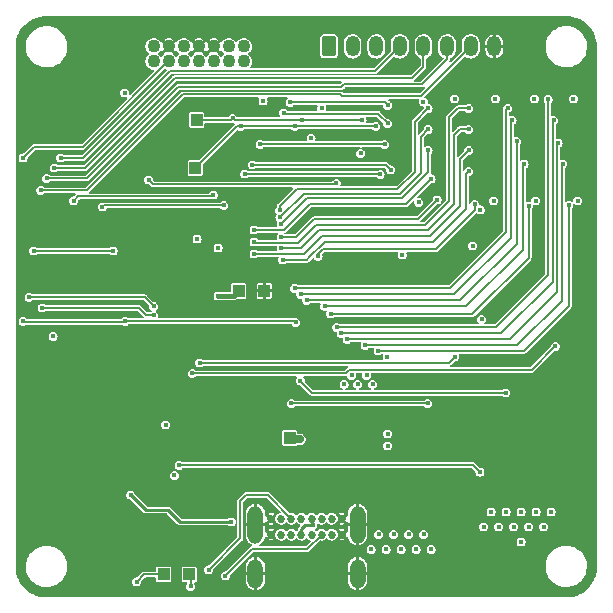
<source format=gbl>
G04 #@! TF.GenerationSoftware,KiCad,Pcbnew,(6.0.0)*
G04 #@! TF.CreationDate,2022-05-24T20:35:50-07:00*
G04 #@! TF.ProjectId,TrackpadLights,54726163-6b70-4616-944c-69676874732e,rev?*
G04 #@! TF.SameCoordinates,Original*
G04 #@! TF.FileFunction,Copper,L4,Bot*
G04 #@! TF.FilePolarity,Positive*
%FSLAX46Y46*%
G04 Gerber Fmt 4.6, Leading zero omitted, Abs format (unit mm)*
G04 Created by KiCad (PCBNEW (6.0.0)) date 2022-05-24 20:35:50*
%MOMM*%
%LPD*%
G01*
G04 APERTURE LIST*
G04 Aperture macros list*
%AMRoundRect*
0 Rectangle with rounded corners*
0 $1 Rounding radius*
0 $2 $3 $4 $5 $6 $7 $8 $9 X,Y pos of 4 corners*
0 Add a 4 corners polygon primitive as box body*
4,1,4,$2,$3,$4,$5,$6,$7,$8,$9,$2,$3,0*
0 Add four circle primitives for the rounded corners*
1,1,$1+$1,$2,$3*
1,1,$1+$1,$4,$5*
1,1,$1+$1,$6,$7*
1,1,$1+$1,$8,$9*
0 Add four rect primitives between the rounded corners*
20,1,$1+$1,$2,$3,$4,$5,0*
20,1,$1+$1,$4,$5,$6,$7,0*
20,1,$1+$1,$6,$7,$8,$9,0*
20,1,$1+$1,$8,$9,$2,$3,0*%
G04 Aperture macros list end*
G04 #@! TA.AperFunction,SMDPad,CuDef*
%ADD10R,1.000000X1.000000*%
G04 #@! TD*
G04 #@! TA.AperFunction,ComponentPad*
%ADD11C,0.685800*%
G04 #@! TD*
G04 #@! TA.AperFunction,ComponentPad*
%ADD12O,1.300000X2.500000*%
G04 #@! TD*
G04 #@! TA.AperFunction,ComponentPad*
%ADD13O,1.300000X3.200000*%
G04 #@! TD*
G04 #@! TA.AperFunction,ComponentPad*
%ADD14RoundRect,0.250000X-0.350000X-0.625000X0.350000X-0.625000X0.350000X0.625000X-0.350000X0.625000X0*%
G04 #@! TD*
G04 #@! TA.AperFunction,ComponentPad*
%ADD15O,1.200000X1.750000*%
G04 #@! TD*
G04 #@! TA.AperFunction,ComponentPad*
%ADD16C,1.100000*%
G04 #@! TD*
G04 #@! TA.AperFunction,ViaPad*
%ADD17C,0.450000*%
G04 #@! TD*
G04 #@! TA.AperFunction,Conductor*
%ADD18C,0.177800*%
G04 #@! TD*
G04 #@! TA.AperFunction,Conductor*
%ADD19C,0.381000*%
G04 #@! TD*
G04 #@! TA.AperFunction,Conductor*
%ADD20C,0.635000*%
G04 #@! TD*
G04 #@! TA.AperFunction,Conductor*
%ADD21C,0.254000*%
G04 #@! TD*
G04 #@! TA.AperFunction,Conductor*
%ADD22C,0.228854*%
G04 #@! TD*
G04 APERTURE END LIST*
D10*
X108585000Y-111125000D03*
X100711000Y-84201000D03*
X100584000Y-88265000D03*
X97917000Y-122682000D03*
D11*
X107030009Y-117960004D03*
X107880009Y-117960004D03*
X108730009Y-117960004D03*
X109580009Y-117960004D03*
X110430010Y-117960004D03*
X111280008Y-117960004D03*
X112130009Y-117960004D03*
X112980010Y-117960004D03*
X112980010Y-119310004D03*
X112130009Y-119310004D03*
X111280008Y-119310004D03*
X110430010Y-119310004D03*
X109580009Y-119310004D03*
X108730009Y-119310004D03*
X107880009Y-119310004D03*
X107030009Y-119310004D03*
D12*
X105685008Y-122610005D03*
D13*
X105685008Y-118460003D03*
X114325008Y-118460003D03*
D12*
X114325008Y-122610005D03*
D10*
X106426000Y-98679000D03*
X100076000Y-122682000D03*
D14*
X111909000Y-77968000D03*
D15*
X113909000Y-77968000D03*
X115909000Y-77968000D03*
X117909000Y-77968000D03*
X119909000Y-77968000D03*
X121909000Y-77968000D03*
X123909000Y-77968000D03*
X125909000Y-77968000D03*
D16*
X104685000Y-77979000D03*
X104685000Y-79249000D03*
X103415000Y-77979000D03*
X103415000Y-79249000D03*
X102145000Y-77979000D03*
X102145000Y-79249000D03*
X100875000Y-77979000D03*
X100875000Y-79249000D03*
X99605000Y-77979000D03*
X99605000Y-79249000D03*
X98335000Y-77979000D03*
X98335000Y-79249000D03*
X97065000Y-77979000D03*
X97065000Y-79249000D03*
D10*
X104267000Y-98679000D03*
D17*
X134239000Y-118745000D03*
X134239000Y-113320284D03*
X134239000Y-107895570D03*
X134239000Y-102470856D03*
X134239000Y-97046142D03*
X134239000Y-91621428D03*
X134239000Y-86196714D03*
X134239000Y-80772000D03*
X97260833Y-75692000D03*
X103589666Y-75692000D03*
X109918499Y-75692000D03*
X116247332Y-75692000D03*
X122576165Y-75692000D03*
X128905000Y-75692000D03*
X90932000Y-75692000D03*
X85725000Y-86487000D03*
X85725000Y-80772000D03*
X100584000Y-120269000D03*
X110871000Y-120523000D03*
X107442000Y-121666000D03*
X126238000Y-110871000D03*
X133477000Y-114427000D03*
X131191000Y-114427000D03*
X132969000Y-109601000D03*
X131191000Y-109601000D03*
X129921000Y-87630000D03*
X129921000Y-89408000D03*
X125349000Y-89408000D03*
X125222000Y-87630000D03*
X125222000Y-85852000D03*
X125222000Y-84074000D03*
X118491000Y-84074000D03*
X118491000Y-85852000D03*
X118491000Y-87630000D03*
X115348607Y-81704064D03*
X116428519Y-81687058D03*
X101473000Y-86106000D03*
X104902000Y-85979000D03*
X104267000Y-96901000D03*
X105029000Y-92583000D03*
X102743000Y-93218000D03*
X97155000Y-92583000D03*
X96012000Y-92329000D03*
X92075000Y-92456000D03*
X89789000Y-93980000D03*
X86868000Y-96647000D03*
X97917000Y-103251000D03*
X98425000Y-105918000D03*
X99822000Y-106807000D03*
X100076000Y-111379000D03*
X98552000Y-111379000D03*
X85725000Y-118999000D03*
X85725000Y-109474000D03*
X85725000Y-102108000D03*
X87757000Y-101981000D03*
X87884000Y-107696000D03*
X89281000Y-116332000D03*
X87376000Y-118110000D03*
X92710000Y-120015000D03*
X91440000Y-121793000D03*
X98552000Y-88900000D03*
X98425000Y-92075000D03*
X93345000Y-92075000D03*
X90932000Y-94742000D03*
X91694000Y-95885000D03*
X96012000Y-99695000D03*
X95631000Y-100711000D03*
X95885000Y-98679000D03*
X91821000Y-98679000D03*
X102870000Y-100457000D03*
X102997000Y-101854000D03*
X108077000Y-104013000D03*
X107950000Y-106299000D03*
X102743000Y-104140000D03*
X102616000Y-106299000D03*
X107696000Y-115824000D03*
X106807000Y-116967000D03*
X104140000Y-122682000D03*
X101600000Y-121412000D03*
X103124000Y-121920000D03*
X102616000Y-112776000D03*
X102616000Y-114046000D03*
X106807000Y-112776000D03*
X106807000Y-114046000D03*
X113792000Y-112903000D03*
X112776000Y-112395000D03*
X114681000Y-113919000D03*
X115824000Y-114046000D03*
X117348000Y-112903000D03*
X117221000Y-114173000D03*
X121793000Y-112776000D03*
X121666000Y-114173000D03*
X129921000Y-85979000D03*
X131953000Y-85852000D03*
X129921000Y-84201000D03*
X131699000Y-84074000D03*
X132969000Y-95250000D03*
X130810000Y-102235000D03*
X132715000Y-100457000D03*
X125349000Y-104394000D03*
X114173000Y-101219000D03*
X114300000Y-97790000D03*
X116713000Y-101219000D03*
X116713000Y-97790000D03*
X121158000Y-101219000D03*
X121666000Y-97536000D03*
X123698000Y-95885000D03*
X128270000Y-97282000D03*
X129413000Y-92075000D03*
X126365000Y-91948000D03*
X121539000Y-89408000D03*
X123952000Y-89408000D03*
X121539000Y-87630000D03*
X123698000Y-87630000D03*
X121539000Y-85852000D03*
X123444000Y-85852000D03*
X121539000Y-84074000D03*
X123444000Y-84074000D03*
X119126000Y-91948000D03*
X121920000Y-95123000D03*
X116840000Y-95885000D03*
X115443000Y-89281000D03*
X115824000Y-86868000D03*
X115383386Y-84193776D03*
X114935000Y-85471000D03*
X106553000Y-83566000D03*
X106426000Y-85344000D03*
X115316000Y-79502000D03*
X118618000Y-80010000D03*
X120523000Y-79502000D03*
X119253000Y-81661000D03*
X120904000Y-81915000D03*
X107569000Y-79375000D03*
X107569000Y-82550000D03*
X96139000Y-80645000D03*
X99314000Y-83185000D03*
X92837000Y-89662000D03*
X90805000Y-85598000D03*
X107315000Y-98679000D03*
X109474000Y-111252000D03*
X95631000Y-123317000D03*
X100203000Y-123698000D03*
X126873000Y-107315000D03*
X109474000Y-106299000D03*
X120269000Y-108204000D03*
X108712000Y-108204000D03*
X109093000Y-101346000D03*
X96647000Y-89281000D03*
X112522000Y-89567011D03*
X116459000Y-91948000D03*
X105537000Y-91567000D03*
X110363000Y-92075000D03*
X108966000Y-93599000D03*
X112903000Y-91948000D03*
X95250000Y-120650000D03*
X97155000Y-120650000D03*
X97155000Y-118745000D03*
X95250000Y-118745000D03*
X131064000Y-103378000D03*
X100330000Y-105664000D03*
X122555000Y-104267000D03*
X100965000Y-104775000D03*
X101727000Y-122301000D03*
X103124000Y-122809000D03*
X101092000Y-114427000D03*
X103505000Y-116078000D03*
X101473000Y-115951000D03*
X100330000Y-116713000D03*
X95123000Y-115951000D03*
X103632000Y-118237000D03*
X98806000Y-114300000D03*
X121666000Y-110871000D03*
X118999000Y-110871000D03*
X128016000Y-110998000D03*
X130810000Y-110490000D03*
X131318000Y-107569000D03*
X133477000Y-104521000D03*
X124079000Y-94869000D03*
X124841000Y-101092000D03*
X116840000Y-104267000D03*
X118110000Y-95631000D03*
X94615000Y-81915000D03*
X115607000Y-106585000D03*
X102526000Y-95028000D03*
X115099000Y-105823000D03*
X113829000Y-105823000D03*
X114591000Y-87027000D03*
X88556000Y-102521000D03*
X113194000Y-106585000D03*
X102526000Y-99092000D03*
X106336000Y-82582000D03*
X114337000Y-106585000D03*
X98081000Y-110014000D03*
X110400000Y-85757000D03*
X100748000Y-94266000D03*
X111289000Y-83217000D03*
X89445000Y-84995000D03*
X114337000Y-108998000D03*
X103669000Y-108871000D03*
X106971000Y-86900000D03*
X98716000Y-93123000D03*
X113575000Y-109760000D03*
X106463000Y-110522000D03*
X92620000Y-109379000D03*
X87921000Y-85884000D03*
X116877000Y-115348000D03*
X110019000Y-108871000D03*
X103669000Y-110522000D03*
X121449000Y-115221000D03*
X119925000Y-122968000D03*
X89953000Y-104680000D03*
X90969000Y-105315000D03*
X115607000Y-115348000D03*
X115861000Y-108998000D03*
X118274000Y-124365000D03*
X123735000Y-116618000D03*
X105320000Y-82582000D03*
X114337000Y-83217000D03*
X115099000Y-109760000D03*
X117893000Y-115348000D03*
X95033000Y-108998000D03*
X89318000Y-106712000D03*
X106463000Y-107220000D03*
X123735000Y-118523000D03*
X110236000Y-87376000D03*
X91440000Y-100711000D03*
X88683000Y-104680000D03*
X119163000Y-115348000D03*
X100748000Y-92742000D03*
X112066131Y-87563057D03*
X94144000Y-108744000D03*
X113448000Y-85630000D03*
X115607000Y-124365000D03*
X119290000Y-124365000D03*
X116877000Y-124365000D03*
X106463000Y-108871000D03*
X95033000Y-110014000D03*
X113411000Y-81693000D03*
X90588000Y-104172000D03*
X112813000Y-108871000D03*
X126910000Y-115475000D03*
X103669000Y-107220000D03*
X88683000Y-100870000D03*
X94652000Y-101251000D03*
X86016000Y-87408000D03*
X86016000Y-101251000D03*
X119925000Y-119285000D03*
X119290000Y-120555000D03*
X120560000Y-120555000D03*
X118020000Y-120555000D03*
X115480000Y-120555000D03*
X117385000Y-119285000D03*
X116115000Y-119285000D03*
X116750000Y-120555000D03*
X118655000Y-119285000D03*
X128180000Y-119920000D03*
X119888000Y-82677000D03*
X116877000Y-111792000D03*
X132588000Y-82423000D03*
X129413000Y-91059000D03*
X126275000Y-118650000D03*
X129450000Y-117380000D03*
X127545000Y-118650000D03*
X130720000Y-117380000D03*
X129286000Y-82423000D03*
X126910000Y-117380000D03*
X128815000Y-118650000D03*
X128180000Y-117380000D03*
X116877000Y-110776000D03*
X125984000Y-82423000D03*
X124714000Y-91821000D03*
X125005000Y-118650000D03*
X122555000Y-82423000D03*
X132969000Y-91059000D03*
X130085000Y-118650000D03*
X125640000Y-117380000D03*
X119507000Y-91186000D03*
X125857000Y-91059000D03*
X110527000Y-118523000D03*
X109638000Y-84233000D03*
X114718000Y-84233000D03*
X103759000Y-84074000D03*
X115861000Y-84741000D03*
X104431000Y-84741000D03*
X109003000Y-84741000D03*
X89191000Y-87408000D03*
X88646000Y-88265000D03*
X88011000Y-89154000D03*
X87503000Y-90170000D03*
X116877000Y-82963000D03*
X108622000Y-82709000D03*
X116877000Y-84487000D03*
X108065200Y-83598000D03*
X116623000Y-86265000D03*
X106082000Y-86265000D03*
X105410000Y-88011000D03*
X117131000Y-88424000D03*
X116242000Y-88805000D03*
X104775000Y-88773000D03*
X120306000Y-83217000D03*
X107733000Y-91853000D03*
X120306000Y-84995000D03*
X107759358Y-92454325D03*
X107869308Y-93046100D03*
X120306000Y-86773000D03*
X105574000Y-93504000D03*
X120560000Y-89186000D03*
X121068000Y-90964000D03*
X107860000Y-94139000D03*
X105574000Y-94520000D03*
X123735000Y-83217000D03*
X107860000Y-95070611D03*
X123735000Y-84995000D03*
X123735000Y-86773000D03*
X105574000Y-95536000D03*
X107987000Y-96044000D03*
X123735000Y-88551000D03*
X110983371Y-95738371D03*
X124243000Y-91345000D03*
X127037000Y-83217000D03*
X109003000Y-98457000D03*
X127418000Y-84233000D03*
X109511000Y-98965000D03*
X127799000Y-86011000D03*
X110019000Y-99473000D03*
X128434000Y-87916000D03*
X111543000Y-99981000D03*
X128815000Y-91472000D03*
X112051000Y-100616000D03*
X130466000Y-82455000D03*
X112559000Y-101759000D03*
X130931800Y-84233000D03*
X112940000Y-102267000D03*
X131312800Y-86138000D03*
X113448000Y-102775000D03*
X131693800Y-87916000D03*
X114972000Y-103283000D03*
X132207000Y-91440000D03*
X116078000Y-103759000D03*
X102997000Y-91440000D03*
X92710000Y-91567000D03*
X90297000Y-91059000D03*
X102108000Y-90551000D03*
X97065000Y-100743000D03*
X87630000Y-100108000D03*
X97065000Y-99981000D03*
X86524000Y-99219000D03*
X93636000Y-95282000D03*
X86905000Y-95282000D03*
X124685000Y-114017000D03*
X99224000Y-113443000D03*
D18*
X103918000Y-84233000D02*
X109638000Y-84233000D01*
X103632000Y-84201000D02*
X100711000Y-84201000D01*
X103759000Y-84074000D02*
X103632000Y-84201000D01*
X103759000Y-84074000D02*
X103918000Y-84233000D01*
X96430000Y-100743000D02*
X97065000Y-100743000D01*
X87630000Y-100108000D02*
X87672189Y-100150189D01*
X87672189Y-100150189D02*
X95837189Y-100150189D01*
X95837189Y-100150189D02*
X96430000Y-100743000D01*
X121909000Y-79074000D02*
X121909000Y-77968000D01*
X113160054Y-81195189D02*
X119787811Y-81195189D01*
X119787811Y-81195189D02*
X121909000Y-79074000D01*
X112948243Y-81407000D02*
X113160054Y-81195189D01*
X91382000Y-89154000D02*
X99129000Y-81407000D01*
X88011000Y-89154000D02*
X91382000Y-89154000D01*
X99129000Y-81407000D02*
X112948243Y-81407000D01*
X119676000Y-82201000D02*
X123909000Y-77968000D01*
X113043243Y-82201000D02*
X119676000Y-82201000D01*
X112884243Y-82042000D02*
X113043243Y-82201000D01*
X99510000Y-82042000D02*
X112884243Y-82042000D01*
X91382000Y-90170000D02*
X99510000Y-82042000D01*
X87503000Y-90170000D02*
X91382000Y-90170000D01*
X115835000Y-80042000D02*
X117909000Y-77968000D01*
X98476934Y-80042000D02*
X115835000Y-80042000D01*
X89191000Y-87408000D02*
X91110934Y-87408000D01*
X91110934Y-87408000D02*
X98476934Y-80042000D01*
X91059000Y-86487000D02*
X86937000Y-86487000D01*
X98297000Y-79249000D02*
X91059000Y-86487000D01*
X86937000Y-86487000D02*
X86016000Y-87408000D01*
X98335000Y-79249000D02*
X98297000Y-79249000D01*
X118909000Y-80677000D02*
X119909000Y-79677000D01*
X98843000Y-80677000D02*
X118909000Y-80677000D01*
X91255000Y-88265000D02*
X98843000Y-80677000D01*
X119909000Y-79677000D02*
X119909000Y-77968000D01*
X88646000Y-88265000D02*
X91255000Y-88265000D01*
X101981000Y-90678000D02*
X102108000Y-90551000D01*
X90297000Y-91059000D02*
X90678000Y-90678000D01*
X90678000Y-90678000D02*
X101981000Y-90678000D01*
X102997000Y-91440000D02*
X92837000Y-91440000D01*
X92837000Y-91440000D02*
X92710000Y-91567000D01*
X112427011Y-89662000D02*
X112522000Y-89567011D01*
X97028000Y-89662000D02*
X112427011Y-89662000D01*
X96647000Y-89281000D02*
X97028000Y-89662000D01*
D19*
X103854000Y-99092000D02*
X104267000Y-98679000D01*
X102526000Y-99092000D02*
X103854000Y-99092000D01*
D20*
X108712000Y-111252000D02*
X108585000Y-111125000D01*
X109474000Y-111252000D02*
X108712000Y-111252000D01*
D18*
X96266000Y-122682000D02*
X95631000Y-123317000D01*
X97917000Y-122682000D02*
X96266000Y-122682000D01*
X100203000Y-123698000D02*
X100203000Y-122809000D01*
X100203000Y-122809000D02*
X100076000Y-122682000D01*
X104431000Y-84741000D02*
X104108000Y-84741000D01*
X104108000Y-84741000D02*
X100584000Y-88265000D01*
X110490000Y-107315000D02*
X126873000Y-107315000D01*
X109474000Y-106299000D02*
X110490000Y-107315000D01*
X120269000Y-108204000D02*
X108712000Y-108204000D01*
X108998000Y-101251000D02*
X109093000Y-101346000D01*
X94652000Y-101251000D02*
X108998000Y-101251000D01*
X104775000Y-88773000D02*
X104807000Y-88805000D01*
X104807000Y-88805000D02*
X116242000Y-88805000D01*
X105442000Y-88043000D02*
X116750000Y-88043000D01*
X116750000Y-88043000D02*
X117131000Y-88424000D01*
X105410000Y-88011000D02*
X105442000Y-88043000D01*
X122047000Y-104775000D02*
X122555000Y-104267000D01*
X100965000Y-104775000D02*
X122047000Y-104775000D01*
X113363189Y-105664000D02*
X113363189Y-105630054D01*
X113636054Y-105357189D02*
X129084811Y-105357189D01*
X129084811Y-105357189D02*
X131064000Y-103378000D01*
X100330000Y-105664000D02*
X113363189Y-105664000D01*
X113363189Y-105630054D02*
X113636054Y-105357189D01*
X106721005Y-115951000D02*
X108730009Y-117960004D01*
X104902000Y-115951000D02*
X106721005Y-115951000D01*
X104394000Y-116459000D02*
X104902000Y-115951000D01*
X104394000Y-119634000D02*
X104394000Y-116459000D01*
X101727000Y-122301000D02*
X104394000Y-119634000D01*
X110067012Y-120523000D02*
X111280008Y-119310004D01*
X105410000Y-120523000D02*
X110067012Y-120523000D01*
X103124000Y-122809000D02*
X105410000Y-120523000D01*
D21*
X96393000Y-117221000D02*
X95123000Y-115951000D01*
X98298000Y-117221000D02*
X96393000Y-117221000D01*
X103632000Y-118237000D02*
X99314000Y-118237000D01*
X99314000Y-118237000D02*
X98298000Y-117221000D01*
D18*
X124047000Y-100616000D02*
X112051000Y-100616000D01*
X128815000Y-95848000D02*
X124047000Y-100616000D01*
X128815000Y-91472000D02*
X128815000Y-95848000D01*
X128307000Y-88043000D02*
X128434000Y-87916000D01*
X128307000Y-95213000D02*
X128307000Y-88043000D01*
X123539000Y-99981000D02*
X128307000Y-95213000D01*
X111543000Y-99981000D02*
X123539000Y-99981000D01*
X127799000Y-94705000D02*
X127799000Y-86011000D01*
X110019000Y-99473000D02*
X123031000Y-99473000D01*
X123031000Y-99473000D02*
X127799000Y-94705000D01*
X127291000Y-84360000D02*
X127418000Y-84233000D01*
X127291000Y-94197000D02*
X127291000Y-84360000D01*
X122523000Y-98965000D02*
X127291000Y-94197000D01*
X109511000Y-98965000D02*
X122523000Y-98965000D01*
X126910000Y-93689000D02*
X126910000Y-83344000D01*
X122142000Y-98457000D02*
X126910000Y-93689000D01*
X109003000Y-98457000D02*
X122142000Y-98457000D01*
X126910000Y-83344000D02*
X127037000Y-83217000D01*
X130847000Y-84317800D02*
X130931800Y-84233000D01*
X126460000Y-102267000D02*
X130847000Y-97880000D01*
X112940000Y-102267000D02*
X126460000Y-102267000D01*
X130847000Y-97880000D02*
X130847000Y-84317800D01*
X131228000Y-86222800D02*
X131312800Y-86138000D01*
X127222000Y-102775000D02*
X131228000Y-98769000D01*
X113448000Y-102775000D02*
X127222000Y-102775000D01*
X131228000Y-98769000D02*
X131228000Y-86222800D01*
X131609000Y-88000800D02*
X131693800Y-87916000D01*
X127857000Y-103283000D02*
X131609000Y-99531000D01*
X131609000Y-99531000D02*
X131609000Y-88000800D01*
X114972000Y-103283000D02*
X127857000Y-103283000D01*
X128397000Y-103759000D02*
X132207000Y-99949000D01*
X132207000Y-99949000D02*
X132207000Y-91440000D01*
X116078000Y-103759000D02*
X128397000Y-103759000D01*
X86016000Y-101251000D02*
X86100811Y-101335811D01*
X86100811Y-101335811D02*
X94567189Y-101335811D01*
X94567189Y-101335811D02*
X94652000Y-101251000D01*
D22*
X109882080Y-118523000D02*
X109580009Y-118825071D01*
X109580009Y-118825071D02*
X109580009Y-119310004D01*
X110527000Y-118523000D02*
X109882080Y-118523000D01*
D18*
X114718000Y-84233000D02*
X109638000Y-84233000D01*
X109003000Y-84741000D02*
X115861000Y-84741000D01*
X109003000Y-84741000D02*
X104431000Y-84741000D01*
X108622000Y-82709000D02*
X116623000Y-82709000D01*
X116623000Y-82709000D02*
X116877000Y-82963000D01*
X108065200Y-83598000D02*
X108150011Y-83682811D01*
X116072811Y-83682811D02*
X116877000Y-84487000D01*
X108150011Y-83682811D02*
X116072811Y-83682811D01*
X116623000Y-86265000D02*
X106082000Y-86265000D01*
X107733000Y-91472000D02*
X109172189Y-90032811D01*
X119163000Y-84360000D02*
X120306000Y-83217000D01*
X109172189Y-90032811D02*
X117704946Y-90032811D01*
X119163000Y-88574757D02*
X119163000Y-84360000D01*
X107733000Y-91853000D02*
X107733000Y-91472000D01*
X117704946Y-90032811D02*
X119163000Y-88574757D01*
X107759358Y-92454325D02*
X107790432Y-92454325D01*
X117893000Y-90456000D02*
X119671000Y-88678000D01*
X119671000Y-85630000D02*
X120306000Y-84995000D01*
X107790432Y-92454325D02*
X109788757Y-90456000D01*
X109788757Y-90456000D02*
X117893000Y-90456000D01*
X119671000Y-88678000D02*
X119671000Y-85630000D01*
X110078408Y-90837000D02*
X118105294Y-90837000D01*
X120306000Y-88636294D02*
X120306000Y-86773000D01*
X107869308Y-93046100D02*
X110078408Y-90837000D01*
X118105294Y-90837000D02*
X120306000Y-88636294D01*
X110273000Y-91345000D02*
X118401000Y-91345000D01*
X108106089Y-93511911D02*
X110273000Y-91345000D01*
X105581911Y-93511911D02*
X108106089Y-93511911D01*
X118401000Y-91345000D02*
X120560000Y-89186000D01*
X105574000Y-93504000D02*
X105581911Y-93511911D01*
X110654000Y-92615000D02*
X109130000Y-94139000D01*
X121068000Y-90964000D02*
X119417000Y-92615000D01*
X109130000Y-94139000D02*
X107860000Y-94139000D01*
X119417000Y-92615000D02*
X110654000Y-92615000D01*
X122846000Y-83217000D02*
X123735000Y-83217000D01*
X109299189Y-94604811D02*
X110781000Y-93123000D01*
X105658811Y-94604811D02*
X109299189Y-94604811D01*
X110781000Y-93123000D02*
X120052000Y-93123000D01*
X120052000Y-93123000D02*
X122084000Y-91091000D01*
X122084000Y-91091000D02*
X122084000Y-83979000D01*
X105574000Y-94520000D02*
X105658811Y-94604811D01*
X122084000Y-83979000D02*
X122846000Y-83217000D01*
X111035000Y-93504000D02*
X109511000Y-95028000D01*
X122465000Y-85503000D02*
X122465000Y-91345000D01*
X109511000Y-95028000D02*
X107902611Y-95028000D01*
X107902611Y-95028000D02*
X107860000Y-95070611D01*
X120306000Y-93504000D02*
X111035000Y-93504000D01*
X122973000Y-84995000D02*
X122465000Y-85503000D01*
X122465000Y-91345000D02*
X120306000Y-93504000D01*
X123735000Y-84995000D02*
X122973000Y-84995000D01*
X122973000Y-91472000D02*
X122973000Y-87535000D01*
X105574422Y-95536422D02*
X109764578Y-95536422D01*
X109764578Y-95536422D02*
X111289000Y-94012000D01*
X111289000Y-94012000D02*
X120433000Y-94012000D01*
X120433000Y-94012000D02*
X122973000Y-91472000D01*
X105574000Y-95536000D02*
X105574422Y-95536422D01*
X122973000Y-87535000D02*
X123735000Y-86773000D01*
X111543000Y-94520000D02*
X110146000Y-95917000D01*
X110146000Y-95917000D02*
X110019000Y-96044000D01*
X123481000Y-88805000D02*
X123481000Y-91726000D01*
X120560000Y-94520000D02*
X111543000Y-94520000D01*
X123735000Y-88551000D02*
X123481000Y-88805000D01*
X123481000Y-91726000D02*
X120687000Y-94520000D01*
X110019000Y-96044000D02*
X107987000Y-96044000D01*
X120687000Y-94520000D02*
X120560000Y-94520000D01*
X111416000Y-95155000D02*
X120941000Y-95155000D01*
X110983371Y-95738371D02*
X110983371Y-95587629D01*
X120941000Y-95155000D02*
X124243000Y-91853000D01*
X124243000Y-91853000D02*
X124243000Y-91345000D01*
X110983371Y-95587629D02*
X111416000Y-95155000D01*
X130466000Y-97314000D02*
X130466000Y-82455000D01*
X126021000Y-101759000D02*
X130466000Y-97314000D01*
X112559000Y-101759000D02*
X126021000Y-101759000D01*
X96303000Y-99219000D02*
X86524000Y-99219000D01*
X97065000Y-99981000D02*
X96303000Y-99219000D01*
X86905000Y-95282000D02*
X93636000Y-95282000D01*
X124685000Y-114017000D02*
X124111000Y-113443000D01*
X124111000Y-113443000D02*
X99224000Y-113443000D01*
G04 #@! TA.AperFunction,Conductor*
G36*
X131975862Y-75381926D02*
G01*
X132000000Y-75385749D01*
X132014187Y-75383502D01*
X132030166Y-75382694D01*
X132289021Y-75397231D01*
X132297394Y-75398175D01*
X132578625Y-75445958D01*
X132586840Y-75447833D01*
X132860940Y-75526800D01*
X132868900Y-75529585D01*
X133132439Y-75638747D01*
X133140037Y-75642406D01*
X133389700Y-75780390D01*
X133396840Y-75784877D01*
X133629477Y-75949941D01*
X133636070Y-75955199D01*
X133848763Y-76145274D01*
X133854726Y-76151237D01*
X134044801Y-76363930D01*
X134050059Y-76370523D01*
X134215123Y-76603160D01*
X134219610Y-76610300D01*
X134357594Y-76859963D01*
X134361253Y-76867561D01*
X134470415Y-77131100D01*
X134473200Y-77139059D01*
X134550258Y-77406532D01*
X134552166Y-77413156D01*
X134554042Y-77421375D01*
X134593050Y-77650957D01*
X134601825Y-77702603D01*
X134602769Y-77710979D01*
X134610071Y-77841000D01*
X134617306Y-77969833D01*
X134616498Y-77985813D01*
X134614251Y-78000000D01*
X134615177Y-78005846D01*
X134618074Y-78024137D01*
X134619000Y-78035901D01*
X134619000Y-121964099D01*
X134618074Y-121975862D01*
X134614251Y-122000000D01*
X134615177Y-122005845D01*
X134616498Y-122014185D01*
X134617306Y-122030166D01*
X134605293Y-122244082D01*
X134602769Y-122289018D01*
X134601825Y-122297394D01*
X134560515Y-122540533D01*
X134554043Y-122578622D01*
X134552167Y-122586840D01*
X134489848Y-122803153D01*
X134473200Y-122860940D01*
X134470415Y-122868900D01*
X134361253Y-123132439D01*
X134357594Y-123140037D01*
X134219610Y-123389700D01*
X134215123Y-123396840D01*
X134050059Y-123629477D01*
X134044801Y-123636070D01*
X133854726Y-123848763D01*
X133848763Y-123854726D01*
X133636070Y-124044801D01*
X133629477Y-124050059D01*
X133396840Y-124215123D01*
X133389700Y-124219610D01*
X133140037Y-124357594D01*
X133132439Y-124361253D01*
X132868900Y-124470415D01*
X132860941Y-124473200D01*
X132586840Y-124552167D01*
X132578625Y-124554042D01*
X132297394Y-124601825D01*
X132289021Y-124602769D01*
X132030166Y-124617306D01*
X132014187Y-124616498D01*
X132000000Y-124614251D01*
X131977864Y-124617757D01*
X131975863Y-124618074D01*
X131964099Y-124619000D01*
X88035901Y-124619000D01*
X88024137Y-124618074D01*
X88022136Y-124617757D01*
X88000000Y-124614251D01*
X87985813Y-124616498D01*
X87969834Y-124617306D01*
X87710979Y-124602769D01*
X87702606Y-124601825D01*
X87421375Y-124554042D01*
X87413160Y-124552167D01*
X87139059Y-124473200D01*
X87131100Y-124470415D01*
X86867561Y-124361253D01*
X86859963Y-124357594D01*
X86610300Y-124219610D01*
X86603160Y-124215123D01*
X86370523Y-124050059D01*
X86363930Y-124044801D01*
X86151237Y-123854726D01*
X86145274Y-123848763D01*
X85955199Y-123636070D01*
X85949941Y-123629477D01*
X85784877Y-123396840D01*
X85780390Y-123389700D01*
X85642406Y-123140037D01*
X85638747Y-123132439D01*
X85529585Y-122868900D01*
X85526800Y-122860940D01*
X85510152Y-122803153D01*
X85447833Y-122586840D01*
X85445957Y-122578622D01*
X85439486Y-122540533D01*
X85398175Y-122297394D01*
X85397231Y-122289018D01*
X85394708Y-122244082D01*
X85387027Y-122107322D01*
X86245466Y-122107322D01*
X86245843Y-122110092D01*
X86245843Y-122110093D01*
X86271824Y-122301000D01*
X86280599Y-122365480D01*
X86353506Y-122615610D01*
X86462582Y-122852216D01*
X86464108Y-122854544D01*
X86464110Y-122854547D01*
X86490278Y-122894459D01*
X86605434Y-123070100D01*
X86778921Y-123264476D01*
X86781066Y-123266260D01*
X86781067Y-123266261D01*
X86847982Y-123321913D01*
X86979234Y-123431074D01*
X87201971Y-123566235D01*
X87204550Y-123567316D01*
X87204551Y-123567317D01*
X87250507Y-123586588D01*
X87442239Y-123666988D01*
X87694761Y-123731120D01*
X87748046Y-123736486D01*
X87909275Y-123752721D01*
X87909283Y-123752721D01*
X87911156Y-123752910D01*
X88066142Y-123752910D01*
X88067524Y-123752807D01*
X88067532Y-123752807D01*
X88257044Y-123738724D01*
X88257049Y-123738723D01*
X88259824Y-123738517D01*
X88441419Y-123697426D01*
X88511211Y-123681634D01*
X88511213Y-123681633D01*
X88513937Y-123681017D01*
X88516538Y-123680006D01*
X88516543Y-123680004D01*
X88754166Y-123587597D01*
X88756761Y-123586588D01*
X88768696Y-123579767D01*
X88980537Y-123458690D01*
X88980538Y-123458689D01*
X88982960Y-123457305D01*
X89004270Y-123440506D01*
X89160936Y-123317000D01*
X95248389Y-123317000D01*
X95249315Y-123322847D01*
X95251110Y-123334179D01*
X95267115Y-123435233D01*
X95321461Y-123541893D01*
X95406107Y-123626539D01*
X95411383Y-123629227D01*
X95411384Y-123629228D01*
X95455813Y-123651865D01*
X95512767Y-123680885D01*
X95631000Y-123699611D01*
X95749233Y-123680885D01*
X95806187Y-123651865D01*
X95850616Y-123629228D01*
X95850617Y-123629227D01*
X95855893Y-123626539D01*
X95940539Y-123541893D01*
X95994885Y-123435233D01*
X96010890Y-123334179D01*
X96012685Y-123322847D01*
X96013611Y-123317000D01*
X96012685Y-123311153D01*
X96012685Y-123308420D01*
X96030278Y-123260082D01*
X96034711Y-123255246D01*
X96344131Y-122945826D01*
X96390751Y-122924086D01*
X96397305Y-122923800D01*
X97188901Y-122923800D01*
X97237239Y-122941393D01*
X97262959Y-122985942D01*
X97264101Y-122999000D01*
X97264101Y-123197056D01*
X97272972Y-123241658D01*
X97306766Y-123292234D01*
X97312923Y-123296348D01*
X97351183Y-123321913D01*
X97351184Y-123321914D01*
X97357342Y-123326028D01*
X97401943Y-123334900D01*
X97916930Y-123334900D01*
X98432056Y-123334899D01*
X98476658Y-123326028D01*
X98527234Y-123292234D01*
X98544589Y-123266261D01*
X98556913Y-123247817D01*
X98556914Y-123247816D01*
X98561028Y-123241658D01*
X98569900Y-123197057D01*
X98569899Y-122166944D01*
X98569899Y-122166943D01*
X99423100Y-122166943D01*
X99423101Y-123197056D01*
X99431972Y-123241658D01*
X99465766Y-123292234D01*
X99471923Y-123296348D01*
X99510183Y-123321913D01*
X99510184Y-123321914D01*
X99516342Y-123326028D01*
X99560943Y-123334900D01*
X99850120Y-123334900D01*
X99898458Y-123352493D01*
X99924178Y-123397042D01*
X99915245Y-123447700D01*
X99903295Y-123463273D01*
X99893461Y-123473107D01*
X99839115Y-123579767D01*
X99820389Y-123698000D01*
X99839115Y-123816233D01*
X99893461Y-123922893D01*
X99978107Y-124007539D01*
X100084767Y-124061885D01*
X100203000Y-124080611D01*
X100321233Y-124061885D01*
X100427893Y-124007539D01*
X100512539Y-123922893D01*
X100566885Y-123816233D01*
X100585611Y-123698000D01*
X100566885Y-123579767D01*
X100512539Y-123473107D01*
X100502705Y-123463273D01*
X100480965Y-123416653D01*
X100494279Y-123366966D01*
X100536416Y-123337461D01*
X100555879Y-123334899D01*
X100591056Y-123334899D01*
X100635658Y-123326028D01*
X100686234Y-123292234D01*
X100703589Y-123266261D01*
X100712344Y-123253158D01*
X104882608Y-123253158D01*
X104882844Y-123257368D01*
X104897128Y-123384715D01*
X104898981Y-123392875D01*
X104955417Y-123554935D01*
X104959026Y-123562469D01*
X105049965Y-123708000D01*
X105055156Y-123714551D01*
X105176083Y-123836324D01*
X105182585Y-123841552D01*
X105327481Y-123933507D01*
X105334995Y-123937172D01*
X105496664Y-123994739D01*
X105504791Y-123996645D01*
X105544843Y-124001421D01*
X105555364Y-123998953D01*
X105558008Y-123995419D01*
X105558008Y-123990262D01*
X105812008Y-123990262D01*
X105815705Y-124000419D01*
X105819681Y-124002715D01*
X105854218Y-123999085D01*
X105862385Y-123997289D01*
X106024832Y-123941988D01*
X106032397Y-123938429D01*
X106178563Y-123848507D01*
X106185142Y-123843367D01*
X106307755Y-123723295D01*
X106313034Y-123716823D01*
X106406001Y-123572566D01*
X106409711Y-123565092D01*
X106468405Y-123403830D01*
X106470371Y-123395703D01*
X106487111Y-123263194D01*
X106487408Y-123258473D01*
X106487408Y-123253158D01*
X113522608Y-123253158D01*
X113522844Y-123257368D01*
X113537128Y-123384715D01*
X113538981Y-123392875D01*
X113595417Y-123554935D01*
X113599026Y-123562469D01*
X113689965Y-123708000D01*
X113695156Y-123714551D01*
X113816083Y-123836324D01*
X113822585Y-123841552D01*
X113967481Y-123933507D01*
X113974995Y-123937172D01*
X114136664Y-123994739D01*
X114144791Y-123996645D01*
X114184843Y-124001421D01*
X114195364Y-123998953D01*
X114198008Y-123995419D01*
X114198008Y-123990262D01*
X114452008Y-123990262D01*
X114455705Y-124000419D01*
X114459681Y-124002715D01*
X114494218Y-123999085D01*
X114502385Y-123997289D01*
X114664832Y-123941988D01*
X114672397Y-123938429D01*
X114818563Y-123848507D01*
X114825142Y-123843367D01*
X114947755Y-123723295D01*
X114953034Y-123716823D01*
X115046001Y-123572566D01*
X115049711Y-123565092D01*
X115108405Y-123403830D01*
X115110371Y-123395703D01*
X115127111Y-123263194D01*
X115127408Y-123258473D01*
X115127408Y-122750264D01*
X115123711Y-122740107D01*
X115118339Y-122737005D01*
X114465267Y-122737005D01*
X114455110Y-122740702D01*
X114452008Y-122746074D01*
X114452008Y-123990262D01*
X114198008Y-123990262D01*
X114198008Y-122750264D01*
X114194311Y-122740107D01*
X114188939Y-122737005D01*
X113535867Y-122737005D01*
X113525710Y-122740702D01*
X113522608Y-122746074D01*
X113522608Y-123253158D01*
X106487408Y-123253158D01*
X106487408Y-122750264D01*
X106483711Y-122740107D01*
X106478339Y-122737005D01*
X105825267Y-122737005D01*
X105815110Y-122740702D01*
X105812008Y-122746074D01*
X105812008Y-123990262D01*
X105558008Y-123990262D01*
X105558008Y-122750264D01*
X105554311Y-122740107D01*
X105548939Y-122737005D01*
X104895867Y-122737005D01*
X104885710Y-122740702D01*
X104882608Y-122746074D01*
X104882608Y-123253158D01*
X100712344Y-123253158D01*
X100715913Y-123247817D01*
X100715914Y-123247816D01*
X100720028Y-123241658D01*
X100728900Y-123197057D01*
X100728899Y-122166944D01*
X100720028Y-122122342D01*
X100686234Y-122071766D01*
X100641818Y-122042088D01*
X100641816Y-122042086D01*
X100635658Y-122037972D01*
X100591057Y-122029100D01*
X100076070Y-122029100D01*
X99560944Y-122029101D01*
X99516342Y-122037972D01*
X99465766Y-122071766D01*
X99461652Y-122077923D01*
X99440157Y-122110093D01*
X99431972Y-122122342D01*
X99430527Y-122129606D01*
X99426387Y-122150421D01*
X99423100Y-122166943D01*
X98569899Y-122166943D01*
X98561028Y-122122342D01*
X98527234Y-122071766D01*
X98482818Y-122042088D01*
X98482816Y-122042086D01*
X98476658Y-122037972D01*
X98432057Y-122029100D01*
X97917070Y-122029100D01*
X97401944Y-122029101D01*
X97357342Y-122037972D01*
X97306766Y-122071766D01*
X97302652Y-122077923D01*
X97281157Y-122110093D01*
X97272972Y-122122342D01*
X97271527Y-122129606D01*
X97267387Y-122150421D01*
X97264100Y-122166943D01*
X97264100Y-122365000D01*
X97246507Y-122413338D01*
X97201958Y-122439058D01*
X97188900Y-122440200D01*
X96274310Y-122440200D01*
X96270374Y-122440097D01*
X96268993Y-122440025D01*
X96227329Y-122437841D01*
X96219949Y-122440674D01*
X96202640Y-122447318D01*
X96191327Y-122450669D01*
X96173190Y-122454525D01*
X96173187Y-122454526D01*
X96165454Y-122456170D01*
X96159058Y-122460817D01*
X96159056Y-122460818D01*
X96157637Y-122461849D01*
X96140387Y-122471215D01*
X96138744Y-122471846D01*
X96138743Y-122471846D01*
X96131364Y-122474679D01*
X96112662Y-122493381D01*
X96103689Y-122501045D01*
X96082293Y-122516590D01*
X96078342Y-122523434D01*
X96077461Y-122524960D01*
X96065510Y-122540533D01*
X95692754Y-122913289D01*
X95646134Y-122935029D01*
X95639580Y-122935315D01*
X95636846Y-122935315D01*
X95631000Y-122934389D01*
X95512767Y-122953115D01*
X95455813Y-122982135D01*
X95422713Y-122999000D01*
X95406107Y-123007461D01*
X95321461Y-123092107D01*
X95267115Y-123198767D01*
X95248389Y-123317000D01*
X89160936Y-123317000D01*
X89185373Y-123297735D01*
X89187565Y-123296007D01*
X89337764Y-123136341D01*
X89364167Y-123108274D01*
X89364169Y-123108271D01*
X89366081Y-123106239D01*
X89514587Y-122892169D01*
X89629820Y-122658499D01*
X89630669Y-122655845D01*
X89630672Y-122655839D01*
X89708398Y-122413020D01*
X89708399Y-122413018D01*
X89709248Y-122410364D01*
X89751128Y-122153214D01*
X89751693Y-122110093D01*
X89753921Y-121939802D01*
X89754538Y-121892698D01*
X89745616Y-121827135D01*
X89719781Y-121637303D01*
X89719405Y-121634540D01*
X89646498Y-121384410D01*
X89642918Y-121376643D01*
X89599673Y-121282838D01*
X89537422Y-121147804D01*
X89511228Y-121107851D01*
X89399005Y-120936685D01*
X89394570Y-120929920D01*
X89221083Y-120735544D01*
X89218210Y-120733154D01*
X89022916Y-120570731D01*
X89020770Y-120568946D01*
X88798033Y-120433785D01*
X88673427Y-120381533D01*
X88605250Y-120352944D01*
X88557765Y-120333032D01*
X88305243Y-120268900D01*
X88251958Y-120263534D01*
X88090729Y-120247299D01*
X88090721Y-120247299D01*
X88088848Y-120247110D01*
X87933862Y-120247110D01*
X87932480Y-120247213D01*
X87932472Y-120247213D01*
X87742960Y-120261296D01*
X87742955Y-120261297D01*
X87740180Y-120261503D01*
X87612293Y-120290441D01*
X87488793Y-120318386D01*
X87488791Y-120318387D01*
X87486067Y-120319003D01*
X87483466Y-120320014D01*
X87483461Y-120320016D01*
X87369241Y-120364434D01*
X87243243Y-120413432D01*
X87240831Y-120414811D01*
X87240828Y-120414812D01*
X87019467Y-120541330D01*
X87017044Y-120542715D01*
X87014855Y-120544441D01*
X87014853Y-120544442D01*
X86985608Y-120567497D01*
X86812439Y-120704013D01*
X86754987Y-120765086D01*
X86658902Y-120867228D01*
X86633923Y-120893781D01*
X86485417Y-121107851D01*
X86370184Y-121341521D01*
X86369335Y-121344175D01*
X86369332Y-121344181D01*
X86317707Y-121505459D01*
X86290756Y-121589656D01*
X86248876Y-121846806D01*
X86248840Y-121849593D01*
X86248839Y-121849599D01*
X86247927Y-121919315D01*
X86245466Y-122107322D01*
X85387027Y-122107322D01*
X85382694Y-122030166D01*
X85383502Y-122014185D01*
X85384823Y-122005845D01*
X85385749Y-122000000D01*
X85381926Y-121975862D01*
X85381000Y-121964099D01*
X85381000Y-115951000D01*
X94740389Y-115951000D01*
X94759115Y-116069233D01*
X94813461Y-116175893D01*
X94898107Y-116260539D01*
X95004767Y-116314885D01*
X95010614Y-116315811D01*
X95083152Y-116327300D01*
X95124562Y-116348400D01*
X96159325Y-117383164D01*
X96162447Y-117386780D01*
X96164399Y-117390774D01*
X96169487Y-117395494D01*
X96169488Y-117395495D01*
X96198420Y-117422333D01*
X96200452Y-117424291D01*
X96213487Y-117437326D01*
X96216344Y-117439286D01*
X96218147Y-117440784D01*
X96221227Y-117443489D01*
X96235754Y-117456966D01*
X96235756Y-117456968D01*
X96240844Y-117461687D01*
X96252564Y-117466362D01*
X96267232Y-117474195D01*
X96277636Y-117481332D01*
X96284390Y-117482935D01*
X96284393Y-117482936D01*
X96302985Y-117487347D01*
X96313483Y-117490666D01*
X96337692Y-117500325D01*
X96343556Y-117500900D01*
X96351293Y-117500900D01*
X96368656Y-117502932D01*
X96379090Y-117505408D01*
X96385968Y-117504472D01*
X96385969Y-117504472D01*
X96407166Y-117501587D01*
X96417307Y-117500900D01*
X98150914Y-117500900D01*
X98199252Y-117518493D01*
X98204088Y-117522926D01*
X99080323Y-118399161D01*
X99083446Y-118402779D01*
X99085399Y-118406774D01*
X99090488Y-118411495D01*
X99090489Y-118411496D01*
X99119434Y-118438346D01*
X99121466Y-118440304D01*
X99134488Y-118453326D01*
X99137344Y-118455286D01*
X99139128Y-118456768D01*
X99142201Y-118459466D01*
X99161844Y-118477687D01*
X99168289Y-118480258D01*
X99168290Y-118480259D01*
X99173562Y-118482362D01*
X99188232Y-118490195D01*
X99198636Y-118497332D01*
X99205394Y-118498936D01*
X99205395Y-118498936D01*
X99223985Y-118503347D01*
X99234483Y-118506666D01*
X99258692Y-118516325D01*
X99264556Y-118516900D01*
X99272293Y-118516900D01*
X99289656Y-118518932D01*
X99300090Y-118521408D01*
X99306968Y-118520472D01*
X99306969Y-118520472D01*
X99328166Y-118517587D01*
X99338307Y-118516900D01*
X103346320Y-118516900D01*
X103394658Y-118534493D01*
X103399494Y-118538926D01*
X103407107Y-118546539D01*
X103513767Y-118600885D01*
X103519614Y-118601811D01*
X103618192Y-118617424D01*
X103632000Y-118619611D01*
X103645809Y-118617424D01*
X103744386Y-118601811D01*
X103750233Y-118600885D01*
X103856893Y-118546539D01*
X103941539Y-118461893D01*
X103944720Y-118455651D01*
X103972152Y-118401811D01*
X103995885Y-118355233D01*
X104002726Y-118312040D01*
X104027664Y-118267050D01*
X104075687Y-118248615D01*
X104124325Y-118265363D01*
X104150818Y-118309455D01*
X104152200Y-118323804D01*
X104152200Y-119502695D01*
X104134607Y-119551033D01*
X104130174Y-119555869D01*
X101788754Y-121897289D01*
X101742134Y-121919029D01*
X101735580Y-121919315D01*
X101732846Y-121919315D01*
X101727000Y-121918389D01*
X101608767Y-121937115D01*
X101502107Y-121991461D01*
X101417461Y-122076107D01*
X101363115Y-122182767D01*
X101344389Y-122301000D01*
X101363115Y-122419233D01*
X101381097Y-122454525D01*
X101410354Y-122511944D01*
X101417461Y-122525893D01*
X101502107Y-122610539D01*
X101507383Y-122613227D01*
X101507384Y-122613228D01*
X101551813Y-122635865D01*
X101608767Y-122664885D01*
X101727000Y-122683611D01*
X101845233Y-122664885D01*
X101902187Y-122635865D01*
X101946616Y-122613228D01*
X101946617Y-122613227D01*
X101951893Y-122610539D01*
X102036539Y-122525893D01*
X102043647Y-122511944D01*
X102072903Y-122454525D01*
X102090885Y-122419233D01*
X102109611Y-122301000D01*
X102108685Y-122295153D01*
X102108685Y-122292420D01*
X102126278Y-122244082D01*
X102130711Y-122239246D01*
X104559099Y-119810858D01*
X104561955Y-119808147D01*
X104588116Y-119784592D01*
X104588116Y-119784591D01*
X104593991Y-119779302D01*
X104604749Y-119755139D01*
X104610380Y-119744769D01*
X104620476Y-119729222D01*
X104620477Y-119729220D01*
X104624783Y-119722589D01*
X104626294Y-119713047D01*
X104631870Y-119694224D01*
X104632585Y-119692618D01*
X104632585Y-119692616D01*
X104635800Y-119685396D01*
X104635800Y-119658946D01*
X104636726Y-119647182D01*
X104639627Y-119628869D01*
X104639627Y-119628867D01*
X104640863Y-119621062D01*
X104638362Y-119611728D01*
X104635800Y-119592265D01*
X104635800Y-118389447D01*
X106785401Y-118389447D01*
X106786291Y-118392771D01*
X106786443Y-118392919D01*
X106810122Y-118408681D01*
X106819702Y-118413250D01*
X106944886Y-118452360D01*
X106955369Y-118454058D01*
X107086496Y-118456462D01*
X107097031Y-118455150D01*
X107223573Y-118420651D01*
X107233304Y-118416439D01*
X107267563Y-118395404D01*
X107274287Y-118386937D01*
X107274214Y-118384238D01*
X107273404Y-118383004D01*
X107039386Y-118148986D01*
X107029587Y-118144417D01*
X107023596Y-118146022D01*
X106789970Y-118379648D01*
X106785401Y-118389447D01*
X104635800Y-118389447D01*
X104635800Y-118319744D01*
X104882608Y-118319744D01*
X104886305Y-118329901D01*
X104891677Y-118333003D01*
X105544749Y-118333003D01*
X105554906Y-118329306D01*
X105558008Y-118323934D01*
X105558008Y-118319744D01*
X105812008Y-118319744D01*
X105815705Y-118329901D01*
X105821077Y-118333003D01*
X106474149Y-118333003D01*
X106484306Y-118329306D01*
X106487408Y-118323934D01*
X106487408Y-118274929D01*
X106505001Y-118226591D01*
X106549550Y-118200871D01*
X106574091Y-118205199D01*
X106574246Y-118203781D01*
X106601361Y-118206750D01*
X106606616Y-118203792D01*
X106841027Y-117969381D01*
X106845596Y-117959582D01*
X106843991Y-117953591D01*
X106609620Y-117719220D01*
X106599821Y-117714651D01*
X106582072Y-117719407D01*
X106530828Y-117714925D01*
X106494454Y-117678552D01*
X106487408Y-117646770D01*
X106487408Y-117532880D01*
X106785615Y-117532880D01*
X106785731Y-117535826D01*
X106786317Y-117536707D01*
X107020632Y-117771022D01*
X107030431Y-117775591D01*
X107036422Y-117773986D01*
X107269809Y-117540599D01*
X107274378Y-117530800D01*
X107273551Y-117527715D01*
X107273094Y-117527274D01*
X107244398Y-117508674D01*
X107234766Y-117504224D01*
X107109106Y-117466642D01*
X107098615Y-117465074D01*
X106967452Y-117464274D01*
X106956948Y-117465713D01*
X106830831Y-117501757D01*
X106821156Y-117506085D01*
X106792232Y-117524334D01*
X106785615Y-117532880D01*
X106487408Y-117532880D01*
X106487408Y-117466850D01*
X106487172Y-117462640D01*
X106472888Y-117335293D01*
X106471035Y-117327133D01*
X106414599Y-117165073D01*
X106410990Y-117157539D01*
X106320051Y-117012008D01*
X106314860Y-117005457D01*
X106193933Y-116883684D01*
X106187431Y-116878456D01*
X106042535Y-116786501D01*
X106035021Y-116782836D01*
X105873352Y-116725269D01*
X105865225Y-116723363D01*
X105825173Y-116718587D01*
X105814652Y-116721055D01*
X105812008Y-116724589D01*
X105812008Y-118319744D01*
X105558008Y-118319744D01*
X105558008Y-116729746D01*
X105554311Y-116719589D01*
X105550335Y-116717293D01*
X105515798Y-116720923D01*
X105507631Y-116722719D01*
X105345184Y-116778020D01*
X105337619Y-116781579D01*
X105191453Y-116871501D01*
X105184874Y-116876641D01*
X105062261Y-116996713D01*
X105056982Y-117003185D01*
X104964015Y-117147442D01*
X104960305Y-117154916D01*
X104901611Y-117316178D01*
X104899645Y-117324305D01*
X104882905Y-117456814D01*
X104882608Y-117461535D01*
X104882608Y-118319744D01*
X104635800Y-118319744D01*
X104635800Y-116590306D01*
X104653393Y-116541968D01*
X104657825Y-116537132D01*
X104980130Y-116214826D01*
X105026751Y-116193086D01*
X105033305Y-116192800D01*
X106589700Y-116192800D01*
X106638038Y-116210393D01*
X106642874Y-116214826D01*
X107783697Y-117355649D01*
X107805437Y-117402269D01*
X107792123Y-117451956D01*
X107751188Y-117481128D01*
X107711799Y-117492386D01*
X107675477Y-117502767D01*
X107555367Y-117578551D01*
X107461355Y-117685000D01*
X107447434Y-117714651D01*
X107446358Y-117716943D01*
X107431461Y-117738157D01*
X107218991Y-117950627D01*
X107214422Y-117960426D01*
X107216027Y-117966417D01*
X107429426Y-118179816D01*
X107445083Y-118202704D01*
X107452602Y-118219793D01*
X107452605Y-118219797D01*
X107454761Y-118224698D01*
X107546144Y-118333411D01*
X107550603Y-118336379D01*
X107550604Y-118336380D01*
X107564147Y-118345395D01*
X107664367Y-118412107D01*
X107669479Y-118413704D01*
X107669481Y-118413705D01*
X107748351Y-118438346D01*
X107799925Y-118454459D01*
X107864975Y-118455651D01*
X107936559Y-118456963D01*
X107936561Y-118456963D01*
X107941921Y-118457061D01*
X107947092Y-118455651D01*
X107947094Y-118455651D01*
X108039770Y-118430384D01*
X108078940Y-118419705D01*
X108100001Y-118406774D01*
X108195402Y-118348198D01*
X108195403Y-118348198D01*
X108199967Y-118345395D01*
X108203561Y-118341425D01*
X108203564Y-118341422D01*
X108249057Y-118291161D01*
X108294538Y-118267130D01*
X108344826Y-118277956D01*
X108362374Y-118293237D01*
X108396144Y-118333411D01*
X108400603Y-118336379D01*
X108400604Y-118336380D01*
X108414147Y-118345395D01*
X108514367Y-118412107D01*
X108519479Y-118413704D01*
X108519481Y-118413705D01*
X108598351Y-118438346D01*
X108649925Y-118454459D01*
X108714975Y-118455651D01*
X108786559Y-118456963D01*
X108786561Y-118456963D01*
X108791921Y-118457061D01*
X108797092Y-118455651D01*
X108797094Y-118455651D01*
X108889770Y-118430384D01*
X108928940Y-118419705D01*
X108950001Y-118406774D01*
X109045402Y-118348198D01*
X109045403Y-118348198D01*
X109049967Y-118345395D01*
X109053561Y-118341425D01*
X109053564Y-118341422D01*
X109099057Y-118291161D01*
X109144538Y-118267130D01*
X109194826Y-118277956D01*
X109212374Y-118293237D01*
X109246144Y-118333411D01*
X109250603Y-118336379D01*
X109250604Y-118336380D01*
X109264147Y-118345395D01*
X109364367Y-118412107D01*
X109369479Y-118413704D01*
X109369481Y-118413705D01*
X109436636Y-118434686D01*
X109477527Y-118465894D01*
X109488792Y-118516085D01*
X109467384Y-118559638D01*
X109414837Y-118612185D01*
X109403442Y-118621538D01*
X109387277Y-118632339D01*
X109328193Y-118720765D01*
X109326749Y-118728027D01*
X109326748Y-118728028D01*
X109316397Y-118780066D01*
X109309434Y-118815074D01*
X109307445Y-118825071D01*
X109308931Y-118832539D01*
X109309843Y-118837126D01*
X109302018Y-118887967D01*
X109276216Y-118915395D01*
X109259899Y-118925690D01*
X109259892Y-118925696D01*
X109255367Y-118928551D01*
X109248258Y-118936601D01*
X109211440Y-118978289D01*
X109166255Y-119002873D01*
X109115839Y-118992662D01*
X109098106Y-118977597D01*
X109062781Y-118936601D01*
X109062779Y-118936599D01*
X109059287Y-118932546D01*
X109040223Y-118920189D01*
X108944608Y-118858214D01*
X108944607Y-118858214D01*
X108940112Y-118855300D01*
X108804046Y-118814608D01*
X108798690Y-118814575D01*
X108798688Y-118814575D01*
X108735339Y-118814188D01*
X108662029Y-118813740D01*
X108525477Y-118852767D01*
X108405367Y-118928551D01*
X108398258Y-118936601D01*
X108361440Y-118978289D01*
X108316255Y-119002873D01*
X108265839Y-118992662D01*
X108248106Y-118977597D01*
X108212781Y-118936601D01*
X108212779Y-118936599D01*
X108209287Y-118932546D01*
X108190223Y-118920189D01*
X108094608Y-118858214D01*
X108094607Y-118858214D01*
X108090112Y-118855300D01*
X107954046Y-118814608D01*
X107948690Y-118814575D01*
X107948688Y-118814575D01*
X107885339Y-118814188D01*
X107812029Y-118813740D01*
X107675477Y-118852767D01*
X107555367Y-118928551D01*
X107461355Y-119035000D01*
X107447434Y-119064651D01*
X107446358Y-119066943D01*
X107431461Y-119088157D01*
X107218991Y-119300627D01*
X107214422Y-119310426D01*
X107216027Y-119316417D01*
X107429426Y-119529816D01*
X107445083Y-119552704D01*
X107452602Y-119569793D01*
X107452605Y-119569797D01*
X107454761Y-119574698D01*
X107546144Y-119683411D01*
X107550603Y-119686379D01*
X107550604Y-119686380D01*
X107564147Y-119695395D01*
X107664367Y-119762107D01*
X107669479Y-119763704D01*
X107669481Y-119763705D01*
X107752663Y-119789693D01*
X107799925Y-119804459D01*
X107864975Y-119805651D01*
X107936559Y-119806963D01*
X107936561Y-119806963D01*
X107941921Y-119807061D01*
X107947092Y-119805651D01*
X107947094Y-119805651D01*
X108068453Y-119772564D01*
X108078940Y-119769705D01*
X108086457Y-119765090D01*
X108195402Y-119698198D01*
X108195403Y-119698198D01*
X108199967Y-119695395D01*
X108203561Y-119691425D01*
X108203564Y-119691422D01*
X108249057Y-119641161D01*
X108294538Y-119617130D01*
X108344826Y-119627956D01*
X108362374Y-119643237D01*
X108396144Y-119683411D01*
X108400603Y-119686379D01*
X108400604Y-119686380D01*
X108414147Y-119695395D01*
X108514367Y-119762107D01*
X108519479Y-119763704D01*
X108519481Y-119763705D01*
X108602663Y-119789693D01*
X108649925Y-119804459D01*
X108714975Y-119805651D01*
X108786559Y-119806963D01*
X108786561Y-119806963D01*
X108791921Y-119807061D01*
X108797092Y-119805651D01*
X108797094Y-119805651D01*
X108918453Y-119772564D01*
X108928940Y-119769705D01*
X108936457Y-119765090D01*
X109045402Y-119698198D01*
X109045403Y-119698198D01*
X109049967Y-119695395D01*
X109053561Y-119691425D01*
X109053564Y-119691422D01*
X109099057Y-119641161D01*
X109144538Y-119617130D01*
X109194826Y-119627956D01*
X109212374Y-119643237D01*
X109246144Y-119683411D01*
X109250603Y-119686379D01*
X109250604Y-119686380D01*
X109264147Y-119695395D01*
X109364367Y-119762107D01*
X109369479Y-119763704D01*
X109369481Y-119763705D01*
X109452663Y-119789693D01*
X109499925Y-119804459D01*
X109564975Y-119805651D01*
X109636559Y-119806963D01*
X109636561Y-119806963D01*
X109641921Y-119807061D01*
X109647092Y-119805651D01*
X109647094Y-119805651D01*
X109768453Y-119772564D01*
X109778940Y-119769705D01*
X109786457Y-119765090D01*
X109895402Y-119698198D01*
X109895403Y-119698198D01*
X109899967Y-119695395D01*
X109903559Y-119691427D01*
X109903561Y-119691425D01*
X109949058Y-119641160D01*
X109994540Y-119617130D01*
X110044828Y-119627956D01*
X110062375Y-119643237D01*
X110096145Y-119683411D01*
X110100604Y-119686379D01*
X110100605Y-119686380D01*
X110114148Y-119695395D01*
X110214368Y-119762107D01*
X110219480Y-119763704D01*
X110219482Y-119763705D01*
X110302662Y-119789693D01*
X110343553Y-119820901D01*
X110354818Y-119871092D01*
X110333410Y-119914645D01*
X109988881Y-120259174D01*
X109942261Y-120280914D01*
X109935707Y-120281200D01*
X106065414Y-120281200D01*
X106017076Y-120263607D01*
X105991356Y-120219058D01*
X106000289Y-120168400D01*
X106029420Y-120141613D01*
X106028815Y-120140630D01*
X106178563Y-120048505D01*
X106185142Y-120043365D01*
X106307755Y-119923293D01*
X106313034Y-119916821D01*
X106406001Y-119772564D01*
X106409711Y-119765090D01*
X106419044Y-119739447D01*
X106785401Y-119739447D01*
X106786291Y-119742771D01*
X106786443Y-119742919D01*
X106810122Y-119758681D01*
X106819702Y-119763250D01*
X106944886Y-119802360D01*
X106955369Y-119804058D01*
X107086496Y-119806462D01*
X107097031Y-119805150D01*
X107223573Y-119770651D01*
X107233304Y-119766439D01*
X107267563Y-119745404D01*
X107274287Y-119736937D01*
X107274214Y-119734238D01*
X107273404Y-119733004D01*
X107039386Y-119498986D01*
X107029587Y-119494417D01*
X107023596Y-119496022D01*
X106789970Y-119729648D01*
X106785401Y-119739447D01*
X106419044Y-119739447D01*
X106468405Y-119603828D01*
X106471359Y-119591618D01*
X106472766Y-119591958D01*
X106493738Y-119551167D01*
X106541162Y-119531240D01*
X106590299Y-119546459D01*
X106599147Y-119554350D01*
X106601415Y-119556720D01*
X106606616Y-119553792D01*
X106841027Y-119319381D01*
X106845596Y-119309582D01*
X106843991Y-119303591D01*
X106609620Y-119069220D01*
X106599821Y-119064651D01*
X106582072Y-119069407D01*
X106530828Y-119064925D01*
X106494454Y-119028552D01*
X106487408Y-118996770D01*
X106487408Y-118882880D01*
X106785615Y-118882880D01*
X106785731Y-118885826D01*
X106786317Y-118886707D01*
X107020632Y-119121022D01*
X107030431Y-119125591D01*
X107036422Y-119123986D01*
X107269809Y-118890599D01*
X107274378Y-118880800D01*
X107273551Y-118877715D01*
X107273094Y-118877274D01*
X107244398Y-118858674D01*
X107234766Y-118854224D01*
X107109106Y-118816642D01*
X107098615Y-118815074D01*
X106967452Y-118814274D01*
X106956948Y-118815713D01*
X106830831Y-118851757D01*
X106821156Y-118856085D01*
X106792232Y-118874334D01*
X106785615Y-118882880D01*
X106487408Y-118882880D01*
X106487408Y-118600262D01*
X106483711Y-118590105D01*
X106478339Y-118587003D01*
X104895867Y-118587003D01*
X104885710Y-118590700D01*
X104882608Y-118596072D01*
X104882608Y-119453156D01*
X104882844Y-119457366D01*
X104897128Y-119584713D01*
X104898981Y-119592873D01*
X104955417Y-119754933D01*
X104959026Y-119762467D01*
X105049965Y-119907998D01*
X105055156Y-119914549D01*
X105176083Y-120036322D01*
X105182585Y-120041550D01*
X105327481Y-120133505D01*
X105334995Y-120137170D01*
X105353792Y-120143863D01*
X105393427Y-120176652D01*
X105402713Y-120227247D01*
X105377305Y-120271973D01*
X105355519Y-120284910D01*
X105346636Y-120288320D01*
X105335327Y-120291669D01*
X105317190Y-120295525D01*
X105317187Y-120295526D01*
X105309454Y-120297170D01*
X105303058Y-120301817D01*
X105303056Y-120301818D01*
X105301637Y-120302849D01*
X105284387Y-120312215D01*
X105282744Y-120312846D01*
X105282743Y-120312846D01*
X105275364Y-120315679D01*
X105256662Y-120334381D01*
X105247689Y-120342045D01*
X105226293Y-120357590D01*
X105222342Y-120364434D01*
X105221461Y-120365960D01*
X105209510Y-120381533D01*
X103185754Y-122405289D01*
X103139134Y-122427029D01*
X103132580Y-122427315D01*
X103129846Y-122427315D01*
X103124000Y-122426389D01*
X103005767Y-122445115D01*
X102949203Y-122473936D01*
X102911040Y-122493381D01*
X102899107Y-122499461D01*
X102814461Y-122584107D01*
X102760115Y-122690767D01*
X102741389Y-122809000D01*
X102760115Y-122927233D01*
X102814461Y-123033893D01*
X102899107Y-123118539D01*
X103005767Y-123172885D01*
X103124000Y-123191611D01*
X103242233Y-123172885D01*
X103348893Y-123118539D01*
X103433539Y-123033893D01*
X103487885Y-122927233D01*
X103506611Y-122809000D01*
X103505685Y-122803153D01*
X103505685Y-122800420D01*
X103523278Y-122752082D01*
X103527711Y-122747246D01*
X103805211Y-122469746D01*
X104882608Y-122469746D01*
X104886305Y-122479903D01*
X104891677Y-122483005D01*
X105544749Y-122483005D01*
X105554906Y-122479308D01*
X105558008Y-122473936D01*
X105558008Y-122469746D01*
X105812008Y-122469746D01*
X105815705Y-122479903D01*
X105821077Y-122483005D01*
X106474149Y-122483005D01*
X106484306Y-122479308D01*
X106487408Y-122473936D01*
X106487408Y-122469746D01*
X113522608Y-122469746D01*
X113526305Y-122479903D01*
X113531677Y-122483005D01*
X114184749Y-122483005D01*
X114194906Y-122479308D01*
X114198008Y-122473936D01*
X114198008Y-122469746D01*
X114452008Y-122469746D01*
X114455705Y-122479903D01*
X114461077Y-122483005D01*
X115114149Y-122483005D01*
X115124306Y-122479308D01*
X115127408Y-122473936D01*
X115127408Y-122107322D01*
X130245454Y-122107322D01*
X130245831Y-122110092D01*
X130245831Y-122110093D01*
X130271812Y-122301000D01*
X130280587Y-122365480D01*
X130353494Y-122615610D01*
X130462570Y-122852216D01*
X130464096Y-122854544D01*
X130464098Y-122854547D01*
X130490266Y-122894459D01*
X130605422Y-123070100D01*
X130778909Y-123264476D01*
X130781054Y-123266260D01*
X130781055Y-123266261D01*
X130847970Y-123321913D01*
X130979222Y-123431074D01*
X131201959Y-123566235D01*
X131204538Y-123567316D01*
X131204539Y-123567317D01*
X131250495Y-123586588D01*
X131442227Y-123666988D01*
X131694749Y-123731120D01*
X131748034Y-123736486D01*
X131909263Y-123752721D01*
X131909271Y-123752721D01*
X131911144Y-123752910D01*
X132066130Y-123752910D01*
X132067512Y-123752807D01*
X132067520Y-123752807D01*
X132257032Y-123738724D01*
X132257037Y-123738723D01*
X132259812Y-123738517D01*
X132441407Y-123697426D01*
X132511199Y-123681634D01*
X132511201Y-123681633D01*
X132513925Y-123681017D01*
X132516526Y-123680006D01*
X132516531Y-123680004D01*
X132754154Y-123587597D01*
X132756749Y-123586588D01*
X132768684Y-123579767D01*
X132980525Y-123458690D01*
X132980526Y-123458689D01*
X132982948Y-123457305D01*
X133004258Y-123440506D01*
X133185361Y-123297735D01*
X133187553Y-123296007D01*
X133337752Y-123136341D01*
X133364155Y-123108274D01*
X133364157Y-123108271D01*
X133366069Y-123106239D01*
X133514575Y-122892169D01*
X133629808Y-122658499D01*
X133630657Y-122655845D01*
X133630660Y-122655839D01*
X133708386Y-122413020D01*
X133708387Y-122413018D01*
X133709236Y-122410364D01*
X133751116Y-122153214D01*
X133751681Y-122110093D01*
X133753909Y-121939802D01*
X133754526Y-121892698D01*
X133745604Y-121827135D01*
X133719769Y-121637303D01*
X133719393Y-121634540D01*
X133646486Y-121384410D01*
X133642906Y-121376643D01*
X133599661Y-121282838D01*
X133537410Y-121147804D01*
X133511216Y-121107851D01*
X133398993Y-120936685D01*
X133394558Y-120929920D01*
X133221071Y-120735544D01*
X133218198Y-120733154D01*
X133022904Y-120570731D01*
X133020758Y-120568946D01*
X132798021Y-120433785D01*
X132673415Y-120381533D01*
X132605238Y-120352944D01*
X132557753Y-120333032D01*
X132305231Y-120268900D01*
X132251946Y-120263534D01*
X132090717Y-120247299D01*
X132090709Y-120247299D01*
X132088836Y-120247110D01*
X131933850Y-120247110D01*
X131932468Y-120247213D01*
X131932460Y-120247213D01*
X131742948Y-120261296D01*
X131742943Y-120261297D01*
X131740168Y-120261503D01*
X131612281Y-120290441D01*
X131488781Y-120318386D01*
X131488779Y-120318387D01*
X131486055Y-120319003D01*
X131483454Y-120320014D01*
X131483449Y-120320016D01*
X131369229Y-120364434D01*
X131243231Y-120413432D01*
X131240819Y-120414811D01*
X131240816Y-120414812D01*
X131019455Y-120541330D01*
X131017032Y-120542715D01*
X131014843Y-120544441D01*
X131014841Y-120544442D01*
X130985596Y-120567497D01*
X130812427Y-120704013D01*
X130754975Y-120765086D01*
X130658890Y-120867228D01*
X130633911Y-120893781D01*
X130485405Y-121107851D01*
X130370172Y-121341521D01*
X130369323Y-121344175D01*
X130369320Y-121344181D01*
X130317695Y-121505459D01*
X130290744Y-121589656D01*
X130248864Y-121846806D01*
X130248828Y-121849593D01*
X130248827Y-121849599D01*
X130247915Y-121919315D01*
X130245454Y-122107322D01*
X115127408Y-122107322D01*
X115127408Y-121966852D01*
X115127172Y-121962642D01*
X115112888Y-121835295D01*
X115111035Y-121827135D01*
X115054599Y-121665075D01*
X115050990Y-121657541D01*
X114960051Y-121512010D01*
X114954860Y-121505459D01*
X114833933Y-121383686D01*
X114827431Y-121378458D01*
X114682535Y-121286503D01*
X114675021Y-121282838D01*
X114513352Y-121225271D01*
X114505225Y-121223365D01*
X114465173Y-121218589D01*
X114454652Y-121221057D01*
X114452008Y-121224591D01*
X114452008Y-122469746D01*
X114198008Y-122469746D01*
X114198008Y-121229748D01*
X114194311Y-121219591D01*
X114190335Y-121217295D01*
X114155798Y-121220925D01*
X114147631Y-121222721D01*
X113985184Y-121278022D01*
X113977619Y-121281581D01*
X113831453Y-121371503D01*
X113824874Y-121376643D01*
X113702261Y-121496715D01*
X113696982Y-121503187D01*
X113604015Y-121647444D01*
X113600305Y-121654918D01*
X113541611Y-121816180D01*
X113539645Y-121824307D01*
X113522905Y-121956816D01*
X113522608Y-121961537D01*
X113522608Y-122469746D01*
X106487408Y-122469746D01*
X106487408Y-121966852D01*
X106487172Y-121962642D01*
X106472888Y-121835295D01*
X106471035Y-121827135D01*
X106414599Y-121665075D01*
X106410990Y-121657541D01*
X106320051Y-121512010D01*
X106314860Y-121505459D01*
X106193933Y-121383686D01*
X106187431Y-121378458D01*
X106042535Y-121286503D01*
X106035021Y-121282838D01*
X105873352Y-121225271D01*
X105865225Y-121223365D01*
X105825173Y-121218589D01*
X105814652Y-121221057D01*
X105812008Y-121224591D01*
X105812008Y-122469746D01*
X105558008Y-122469746D01*
X105558008Y-121229748D01*
X105554311Y-121219591D01*
X105550335Y-121217295D01*
X105515798Y-121220925D01*
X105507631Y-121222721D01*
X105345184Y-121278022D01*
X105337619Y-121281581D01*
X105191453Y-121371503D01*
X105184874Y-121376643D01*
X105062261Y-121496715D01*
X105056982Y-121503187D01*
X104964015Y-121647444D01*
X104960305Y-121654918D01*
X104901611Y-121816180D01*
X104899645Y-121824307D01*
X104882905Y-121956816D01*
X104882608Y-121961537D01*
X104882608Y-122469746D01*
X103805211Y-122469746D01*
X105488131Y-120786826D01*
X105534751Y-120765086D01*
X105541305Y-120764800D01*
X110058702Y-120764800D01*
X110062639Y-120764903D01*
X110105683Y-120767159D01*
X110117549Y-120762604D01*
X110130372Y-120757682D01*
X110141685Y-120754331D01*
X110159822Y-120750475D01*
X110159825Y-120750474D01*
X110167558Y-120748830D01*
X110173954Y-120744183D01*
X110173956Y-120744182D01*
X110175375Y-120743151D01*
X110192625Y-120733785D01*
X110194268Y-120733154D01*
X110194269Y-120733154D01*
X110201648Y-120730321D01*
X110220350Y-120711619D01*
X110229323Y-120703955D01*
X110244324Y-120693056D01*
X110250719Y-120688410D01*
X110255553Y-120680037D01*
X110267502Y-120664467D01*
X110376969Y-120555000D01*
X115097389Y-120555000D01*
X115098315Y-120560847D01*
X115106752Y-120614117D01*
X115116115Y-120673233D01*
X115130918Y-120702285D01*
X115157437Y-120754331D01*
X115170461Y-120779893D01*
X115255107Y-120864539D01*
X115361767Y-120918885D01*
X115367614Y-120919811D01*
X115446133Y-120932247D01*
X115480000Y-120937611D01*
X115513868Y-120932247D01*
X115592386Y-120919811D01*
X115598233Y-120918885D01*
X115704893Y-120864539D01*
X115789539Y-120779893D01*
X115802564Y-120754331D01*
X115829082Y-120702285D01*
X115843885Y-120673233D01*
X115853248Y-120614117D01*
X115861685Y-120560847D01*
X115862611Y-120555000D01*
X116367389Y-120555000D01*
X116368315Y-120560847D01*
X116376752Y-120614117D01*
X116386115Y-120673233D01*
X116400918Y-120702285D01*
X116427437Y-120754331D01*
X116440461Y-120779893D01*
X116525107Y-120864539D01*
X116631767Y-120918885D01*
X116637614Y-120919811D01*
X116716133Y-120932247D01*
X116750000Y-120937611D01*
X116783868Y-120932247D01*
X116862386Y-120919811D01*
X116868233Y-120918885D01*
X116974893Y-120864539D01*
X117059539Y-120779893D01*
X117072564Y-120754331D01*
X117099082Y-120702285D01*
X117113885Y-120673233D01*
X117123248Y-120614117D01*
X117131685Y-120560847D01*
X117132611Y-120555000D01*
X117637389Y-120555000D01*
X117638315Y-120560847D01*
X117646752Y-120614117D01*
X117656115Y-120673233D01*
X117670918Y-120702285D01*
X117697437Y-120754331D01*
X117710461Y-120779893D01*
X117795107Y-120864539D01*
X117901767Y-120918885D01*
X117907614Y-120919811D01*
X117986133Y-120932247D01*
X118020000Y-120937611D01*
X118053868Y-120932247D01*
X118132386Y-120919811D01*
X118138233Y-120918885D01*
X118244893Y-120864539D01*
X118329539Y-120779893D01*
X118342564Y-120754331D01*
X118369082Y-120702285D01*
X118383885Y-120673233D01*
X118393248Y-120614117D01*
X118401685Y-120560847D01*
X118402611Y-120555000D01*
X118907389Y-120555000D01*
X118908315Y-120560847D01*
X118916752Y-120614117D01*
X118926115Y-120673233D01*
X118940918Y-120702285D01*
X118967437Y-120754331D01*
X118980461Y-120779893D01*
X119065107Y-120864539D01*
X119171767Y-120918885D01*
X119177614Y-120919811D01*
X119256133Y-120932247D01*
X119290000Y-120937611D01*
X119323868Y-120932247D01*
X119402386Y-120919811D01*
X119408233Y-120918885D01*
X119514893Y-120864539D01*
X119599539Y-120779893D01*
X119612564Y-120754331D01*
X119639082Y-120702285D01*
X119653885Y-120673233D01*
X119663248Y-120614117D01*
X119671685Y-120560847D01*
X119672611Y-120555000D01*
X120177389Y-120555000D01*
X120178315Y-120560847D01*
X120186752Y-120614117D01*
X120196115Y-120673233D01*
X120210918Y-120702285D01*
X120237437Y-120754331D01*
X120250461Y-120779893D01*
X120335107Y-120864539D01*
X120441767Y-120918885D01*
X120447614Y-120919811D01*
X120526133Y-120932247D01*
X120560000Y-120937611D01*
X120593868Y-120932247D01*
X120672386Y-120919811D01*
X120678233Y-120918885D01*
X120784893Y-120864539D01*
X120869539Y-120779893D01*
X120882564Y-120754331D01*
X120909082Y-120702285D01*
X120923885Y-120673233D01*
X120933248Y-120614117D01*
X120941685Y-120560847D01*
X120942611Y-120555000D01*
X120923885Y-120436767D01*
X120887807Y-120365960D01*
X120872228Y-120335384D01*
X120872227Y-120335383D01*
X120869539Y-120330107D01*
X120784893Y-120245461D01*
X120753645Y-120229539D01*
X120700995Y-120202713D01*
X120678233Y-120191115D01*
X120560000Y-120172389D01*
X120441767Y-120191115D01*
X120419005Y-120202713D01*
X120366356Y-120229539D01*
X120335107Y-120245461D01*
X120250461Y-120330107D01*
X120247773Y-120335383D01*
X120247772Y-120335384D01*
X120232193Y-120365960D01*
X120196115Y-120436767D01*
X120177389Y-120555000D01*
X119672611Y-120555000D01*
X119653885Y-120436767D01*
X119617807Y-120365960D01*
X119602228Y-120335384D01*
X119602227Y-120335383D01*
X119599539Y-120330107D01*
X119514893Y-120245461D01*
X119483645Y-120229539D01*
X119430995Y-120202713D01*
X119408233Y-120191115D01*
X119290000Y-120172389D01*
X119171767Y-120191115D01*
X119149005Y-120202713D01*
X119096356Y-120229539D01*
X119065107Y-120245461D01*
X118980461Y-120330107D01*
X118977773Y-120335383D01*
X118977772Y-120335384D01*
X118962193Y-120365960D01*
X118926115Y-120436767D01*
X118907389Y-120555000D01*
X118402611Y-120555000D01*
X118383885Y-120436767D01*
X118347807Y-120365960D01*
X118332228Y-120335384D01*
X118332227Y-120335383D01*
X118329539Y-120330107D01*
X118244893Y-120245461D01*
X118213645Y-120229539D01*
X118160995Y-120202713D01*
X118138233Y-120191115D01*
X118020000Y-120172389D01*
X117901767Y-120191115D01*
X117879005Y-120202713D01*
X117826356Y-120229539D01*
X117795107Y-120245461D01*
X117710461Y-120330107D01*
X117707773Y-120335383D01*
X117707772Y-120335384D01*
X117692193Y-120365960D01*
X117656115Y-120436767D01*
X117637389Y-120555000D01*
X117132611Y-120555000D01*
X117113885Y-120436767D01*
X117077807Y-120365960D01*
X117062228Y-120335384D01*
X117062227Y-120335383D01*
X117059539Y-120330107D01*
X116974893Y-120245461D01*
X116943645Y-120229539D01*
X116890995Y-120202713D01*
X116868233Y-120191115D01*
X116750000Y-120172389D01*
X116631767Y-120191115D01*
X116609005Y-120202713D01*
X116556356Y-120229539D01*
X116525107Y-120245461D01*
X116440461Y-120330107D01*
X116437773Y-120335383D01*
X116437772Y-120335384D01*
X116422193Y-120365960D01*
X116386115Y-120436767D01*
X116367389Y-120555000D01*
X115862611Y-120555000D01*
X115843885Y-120436767D01*
X115807807Y-120365960D01*
X115792228Y-120335384D01*
X115792227Y-120335383D01*
X115789539Y-120330107D01*
X115704893Y-120245461D01*
X115673645Y-120229539D01*
X115620995Y-120202713D01*
X115598233Y-120191115D01*
X115480000Y-120172389D01*
X115361767Y-120191115D01*
X115339005Y-120202713D01*
X115286356Y-120229539D01*
X115255107Y-120245461D01*
X115170461Y-120330107D01*
X115167773Y-120335383D01*
X115167772Y-120335384D01*
X115152193Y-120365960D01*
X115116115Y-120436767D01*
X115097389Y-120555000D01*
X110376969Y-120555000D01*
X111112576Y-119819393D01*
X111159196Y-119797653D01*
X111188177Y-119800789D01*
X111199924Y-119804459D01*
X111256597Y-119805497D01*
X111336558Y-119806963D01*
X111336560Y-119806963D01*
X111341920Y-119807061D01*
X111347091Y-119805651D01*
X111347093Y-119805651D01*
X111468452Y-119772564D01*
X111478939Y-119769705D01*
X111486456Y-119765090D01*
X111595401Y-119698198D01*
X111595402Y-119698198D01*
X111599966Y-119695395D01*
X111603558Y-119691427D01*
X111603560Y-119691425D01*
X111649057Y-119641160D01*
X111694539Y-119617130D01*
X111744827Y-119627956D01*
X111762374Y-119643237D01*
X111796144Y-119683411D01*
X111800603Y-119686379D01*
X111800604Y-119686380D01*
X111814147Y-119695395D01*
X111914367Y-119762107D01*
X111919479Y-119763704D01*
X111919481Y-119763705D01*
X112002663Y-119789693D01*
X112049925Y-119804459D01*
X112114975Y-119805651D01*
X112186559Y-119806963D01*
X112186561Y-119806963D01*
X112191921Y-119807061D01*
X112197092Y-119805651D01*
X112197094Y-119805651D01*
X112318453Y-119772564D01*
X112328940Y-119769705D01*
X112336457Y-119765090D01*
X112378221Y-119739447D01*
X112735402Y-119739447D01*
X112736292Y-119742771D01*
X112736444Y-119742919D01*
X112760123Y-119758681D01*
X112769703Y-119763250D01*
X112894887Y-119802360D01*
X112905370Y-119804058D01*
X113036497Y-119806462D01*
X113047032Y-119805150D01*
X113173574Y-119770651D01*
X113183305Y-119766439D01*
X113217564Y-119745404D01*
X113224288Y-119736937D01*
X113224215Y-119734238D01*
X113223405Y-119733004D01*
X112989387Y-119498986D01*
X112979588Y-119494417D01*
X112973597Y-119496022D01*
X112739971Y-119729648D01*
X112735402Y-119739447D01*
X112378221Y-119739447D01*
X112445402Y-119698198D01*
X112445403Y-119698198D01*
X112449967Y-119695395D01*
X112453559Y-119691427D01*
X112453561Y-119691425D01*
X112517249Y-119621062D01*
X112545272Y-119590103D01*
X112563205Y-119553088D01*
X112577706Y-119532703D01*
X112791028Y-119319381D01*
X112795203Y-119310426D01*
X113164423Y-119310426D01*
X113166028Y-119316417D01*
X113400026Y-119550415D01*
X113409825Y-119554984D01*
X113415925Y-119553350D01*
X113452503Y-119532589D01*
X113503094Y-119541895D01*
X113535868Y-119581543D01*
X113538346Y-119590080D01*
X113538979Y-119592868D01*
X113595417Y-119754933D01*
X113599026Y-119762467D01*
X113689965Y-119907998D01*
X113695156Y-119914549D01*
X113816083Y-120036322D01*
X113822585Y-120041550D01*
X113967481Y-120133505D01*
X113974995Y-120137170D01*
X114136664Y-120194737D01*
X114144791Y-120196643D01*
X114184843Y-120201419D01*
X114195364Y-120198951D01*
X114198008Y-120195417D01*
X114198008Y-120190260D01*
X114452008Y-120190260D01*
X114455705Y-120200417D01*
X114459681Y-120202713D01*
X114494218Y-120199083D01*
X114502385Y-120197287D01*
X114664832Y-120141986D01*
X114672397Y-120138427D01*
X114818563Y-120048505D01*
X114825142Y-120043365D01*
X114947755Y-119923293D01*
X114950441Y-119920000D01*
X127797389Y-119920000D01*
X127816115Y-120038233D01*
X127818802Y-120043506D01*
X127864659Y-120133505D01*
X127870461Y-120144893D01*
X127955107Y-120229539D01*
X127960383Y-120232227D01*
X127960384Y-120232228D01*
X127989592Y-120247110D01*
X128061767Y-120283885D01*
X128180000Y-120302611D01*
X128298233Y-120283885D01*
X128370408Y-120247110D01*
X128399616Y-120232228D01*
X128399617Y-120232227D01*
X128404893Y-120229539D01*
X128489539Y-120144893D01*
X128495342Y-120133505D01*
X128541198Y-120043506D01*
X128543885Y-120038233D01*
X128562611Y-119920000D01*
X128543885Y-119801767D01*
X128509477Y-119734238D01*
X128492228Y-119700384D01*
X128492227Y-119700383D01*
X128489539Y-119695107D01*
X128404893Y-119610461D01*
X128373645Y-119594539D01*
X128330402Y-119572506D01*
X128298233Y-119556115D01*
X128180000Y-119537389D01*
X128061767Y-119556115D01*
X128029598Y-119572506D01*
X127986356Y-119594539D01*
X127955107Y-119610461D01*
X127870461Y-119695107D01*
X127867773Y-119700383D01*
X127867772Y-119700384D01*
X127850523Y-119734238D01*
X127816115Y-119801767D01*
X127797389Y-119920000D01*
X114950441Y-119920000D01*
X114953034Y-119916821D01*
X115046001Y-119772564D01*
X115049711Y-119765090D01*
X115108405Y-119603828D01*
X115110371Y-119595701D01*
X115127111Y-119463192D01*
X115127408Y-119458471D01*
X115127408Y-119285000D01*
X115732389Y-119285000D01*
X115751115Y-119403233D01*
X115753802Y-119408506D01*
X115799904Y-119498986D01*
X115805461Y-119509893D01*
X115890107Y-119594539D01*
X115895383Y-119597227D01*
X115895384Y-119597228D01*
X115923842Y-119611728D01*
X115996767Y-119648885D01*
X116115000Y-119667611D01*
X116233233Y-119648885D01*
X116306158Y-119611728D01*
X116334616Y-119597228D01*
X116334617Y-119597227D01*
X116339893Y-119594539D01*
X116424539Y-119509893D01*
X116430097Y-119498986D01*
X116476198Y-119408506D01*
X116478885Y-119403233D01*
X116497611Y-119285000D01*
X117002389Y-119285000D01*
X117021115Y-119403233D01*
X117023802Y-119408506D01*
X117069904Y-119498986D01*
X117075461Y-119509893D01*
X117160107Y-119594539D01*
X117165383Y-119597227D01*
X117165384Y-119597228D01*
X117193842Y-119611728D01*
X117266767Y-119648885D01*
X117385000Y-119667611D01*
X117503233Y-119648885D01*
X117576158Y-119611728D01*
X117604616Y-119597228D01*
X117604617Y-119597227D01*
X117609893Y-119594539D01*
X117694539Y-119509893D01*
X117700097Y-119498986D01*
X117746198Y-119408506D01*
X117748885Y-119403233D01*
X117767611Y-119285000D01*
X118272389Y-119285000D01*
X118291115Y-119403233D01*
X118293802Y-119408506D01*
X118339904Y-119498986D01*
X118345461Y-119509893D01*
X118430107Y-119594539D01*
X118435383Y-119597227D01*
X118435384Y-119597228D01*
X118463842Y-119611728D01*
X118536767Y-119648885D01*
X118655000Y-119667611D01*
X118773233Y-119648885D01*
X118846158Y-119611728D01*
X118874616Y-119597228D01*
X118874617Y-119597227D01*
X118879893Y-119594539D01*
X118964539Y-119509893D01*
X118970097Y-119498986D01*
X119016198Y-119408506D01*
X119018885Y-119403233D01*
X119037611Y-119285000D01*
X119542389Y-119285000D01*
X119561115Y-119403233D01*
X119563802Y-119408506D01*
X119609904Y-119498986D01*
X119615461Y-119509893D01*
X119700107Y-119594539D01*
X119705383Y-119597227D01*
X119705384Y-119597228D01*
X119733842Y-119611728D01*
X119806767Y-119648885D01*
X119925000Y-119667611D01*
X120043233Y-119648885D01*
X120116158Y-119611728D01*
X120144616Y-119597228D01*
X120144617Y-119597227D01*
X120149893Y-119594539D01*
X120234539Y-119509893D01*
X120240097Y-119498986D01*
X120286198Y-119408506D01*
X120288885Y-119403233D01*
X120307611Y-119285000D01*
X120288885Y-119166767D01*
X120239278Y-119069407D01*
X120237228Y-119065384D01*
X120237227Y-119065383D01*
X120234539Y-119060107D01*
X120149893Y-118975461D01*
X120118645Y-118959539D01*
X120072372Y-118935962D01*
X120043233Y-118921115D01*
X119925000Y-118902389D01*
X119806767Y-118921115D01*
X119777628Y-118935962D01*
X119731356Y-118959539D01*
X119700107Y-118975461D01*
X119615461Y-119060107D01*
X119612773Y-119065383D01*
X119612772Y-119065384D01*
X119610722Y-119069407D01*
X119561115Y-119166767D01*
X119542389Y-119285000D01*
X119037611Y-119285000D01*
X119018885Y-119166767D01*
X118969278Y-119069407D01*
X118967228Y-119065384D01*
X118967227Y-119065383D01*
X118964539Y-119060107D01*
X118879893Y-118975461D01*
X118848645Y-118959539D01*
X118802372Y-118935962D01*
X118773233Y-118921115D01*
X118655000Y-118902389D01*
X118536767Y-118921115D01*
X118507628Y-118935962D01*
X118461356Y-118959539D01*
X118430107Y-118975461D01*
X118345461Y-119060107D01*
X118342773Y-119065383D01*
X118342772Y-119065384D01*
X118340722Y-119069407D01*
X118291115Y-119166767D01*
X118272389Y-119285000D01*
X117767611Y-119285000D01*
X117748885Y-119166767D01*
X117699278Y-119069407D01*
X117697228Y-119065384D01*
X117697227Y-119065383D01*
X117694539Y-119060107D01*
X117609893Y-118975461D01*
X117578645Y-118959539D01*
X117532372Y-118935962D01*
X117503233Y-118921115D01*
X117385000Y-118902389D01*
X117266767Y-118921115D01*
X117237628Y-118935962D01*
X117191356Y-118959539D01*
X117160107Y-118975461D01*
X117075461Y-119060107D01*
X117072773Y-119065383D01*
X117072772Y-119065384D01*
X117070722Y-119069407D01*
X117021115Y-119166767D01*
X117002389Y-119285000D01*
X116497611Y-119285000D01*
X116478885Y-119166767D01*
X116429278Y-119069407D01*
X116427228Y-119065384D01*
X116427227Y-119065383D01*
X116424539Y-119060107D01*
X116339893Y-118975461D01*
X116308645Y-118959539D01*
X116262372Y-118935962D01*
X116233233Y-118921115D01*
X116115000Y-118902389D01*
X115996767Y-118921115D01*
X115967628Y-118935962D01*
X115921356Y-118959539D01*
X115890107Y-118975461D01*
X115805461Y-119060107D01*
X115802773Y-119065383D01*
X115802772Y-119065384D01*
X115800722Y-119069407D01*
X115751115Y-119166767D01*
X115732389Y-119285000D01*
X115127408Y-119285000D01*
X115127408Y-118650000D01*
X124622389Y-118650000D01*
X124641115Y-118768233D01*
X124652518Y-118790613D01*
X124686963Y-118858214D01*
X124695461Y-118874893D01*
X124780107Y-118959539D01*
X124785383Y-118962227D01*
X124785384Y-118962228D01*
X124815546Y-118977596D01*
X124886767Y-119013885D01*
X124892614Y-119014811D01*
X124994734Y-119030985D01*
X125005000Y-119032611D01*
X125015267Y-119030985D01*
X125117386Y-119014811D01*
X125123233Y-119013885D01*
X125194454Y-118977596D01*
X125224616Y-118962228D01*
X125224617Y-118962227D01*
X125229893Y-118959539D01*
X125314539Y-118874893D01*
X125323038Y-118858214D01*
X125357482Y-118790613D01*
X125368885Y-118768233D01*
X125387611Y-118650000D01*
X125892389Y-118650000D01*
X125911115Y-118768233D01*
X125922518Y-118790613D01*
X125956963Y-118858214D01*
X125965461Y-118874893D01*
X126050107Y-118959539D01*
X126055383Y-118962227D01*
X126055384Y-118962228D01*
X126085546Y-118977596D01*
X126156767Y-119013885D01*
X126162614Y-119014811D01*
X126264734Y-119030985D01*
X126275000Y-119032611D01*
X126285267Y-119030985D01*
X126387386Y-119014811D01*
X126393233Y-119013885D01*
X126464454Y-118977596D01*
X126494616Y-118962228D01*
X126494617Y-118962227D01*
X126499893Y-118959539D01*
X126584539Y-118874893D01*
X126593038Y-118858214D01*
X126627482Y-118790613D01*
X126638885Y-118768233D01*
X126657611Y-118650000D01*
X127162389Y-118650000D01*
X127181115Y-118768233D01*
X127192518Y-118790613D01*
X127226963Y-118858214D01*
X127235461Y-118874893D01*
X127320107Y-118959539D01*
X127325383Y-118962227D01*
X127325384Y-118962228D01*
X127355546Y-118977596D01*
X127426767Y-119013885D01*
X127432614Y-119014811D01*
X127534734Y-119030985D01*
X127545000Y-119032611D01*
X127555267Y-119030985D01*
X127657386Y-119014811D01*
X127663233Y-119013885D01*
X127734454Y-118977596D01*
X127764616Y-118962228D01*
X127764617Y-118962227D01*
X127769893Y-118959539D01*
X127854539Y-118874893D01*
X127863038Y-118858214D01*
X127897482Y-118790613D01*
X127908885Y-118768233D01*
X127927611Y-118650000D01*
X128432389Y-118650000D01*
X128451115Y-118768233D01*
X128462518Y-118790613D01*
X128496963Y-118858214D01*
X128505461Y-118874893D01*
X128590107Y-118959539D01*
X128595383Y-118962227D01*
X128595384Y-118962228D01*
X128625546Y-118977596D01*
X128696767Y-119013885D01*
X128702614Y-119014811D01*
X128804734Y-119030985D01*
X128815000Y-119032611D01*
X128825267Y-119030985D01*
X128927386Y-119014811D01*
X128933233Y-119013885D01*
X129004454Y-118977596D01*
X129034616Y-118962228D01*
X129034617Y-118962227D01*
X129039893Y-118959539D01*
X129124539Y-118874893D01*
X129133038Y-118858214D01*
X129167482Y-118790613D01*
X129178885Y-118768233D01*
X129197611Y-118650000D01*
X129702389Y-118650000D01*
X129721115Y-118768233D01*
X129732518Y-118790613D01*
X129766963Y-118858214D01*
X129775461Y-118874893D01*
X129860107Y-118959539D01*
X129865383Y-118962227D01*
X129865384Y-118962228D01*
X129895546Y-118977596D01*
X129966767Y-119013885D01*
X129972614Y-119014811D01*
X130074734Y-119030985D01*
X130085000Y-119032611D01*
X130095267Y-119030985D01*
X130197386Y-119014811D01*
X130203233Y-119013885D01*
X130274454Y-118977596D01*
X130304616Y-118962228D01*
X130304617Y-118962227D01*
X130309893Y-118959539D01*
X130394539Y-118874893D01*
X130403038Y-118858214D01*
X130437482Y-118790613D01*
X130448885Y-118768233D01*
X130467611Y-118650000D01*
X130466223Y-118641233D01*
X130453299Y-118559638D01*
X130448885Y-118531767D01*
X130410820Y-118457061D01*
X130397228Y-118430384D01*
X130397227Y-118430383D01*
X130394539Y-118425107D01*
X130309893Y-118340461D01*
X130203233Y-118286115D01*
X130085000Y-118267389D01*
X129966767Y-118286115D01*
X129860107Y-118340461D01*
X129775461Y-118425107D01*
X129772773Y-118430383D01*
X129772772Y-118430384D01*
X129759180Y-118457061D01*
X129721115Y-118531767D01*
X129716701Y-118559638D01*
X129703778Y-118641233D01*
X129702389Y-118650000D01*
X129197611Y-118650000D01*
X129196223Y-118641233D01*
X129183299Y-118559638D01*
X129178885Y-118531767D01*
X129140820Y-118457061D01*
X129127228Y-118430384D01*
X129127227Y-118430383D01*
X129124539Y-118425107D01*
X129039893Y-118340461D01*
X128933233Y-118286115D01*
X128815000Y-118267389D01*
X128696767Y-118286115D01*
X128590107Y-118340461D01*
X128505461Y-118425107D01*
X128502773Y-118430383D01*
X128502772Y-118430384D01*
X128489180Y-118457061D01*
X128451115Y-118531767D01*
X128446701Y-118559638D01*
X128433778Y-118641233D01*
X128432389Y-118650000D01*
X127927611Y-118650000D01*
X127926223Y-118641233D01*
X127913299Y-118559638D01*
X127908885Y-118531767D01*
X127870820Y-118457061D01*
X127857228Y-118430384D01*
X127857227Y-118430383D01*
X127854539Y-118425107D01*
X127769893Y-118340461D01*
X127663233Y-118286115D01*
X127545000Y-118267389D01*
X127426767Y-118286115D01*
X127320107Y-118340461D01*
X127235461Y-118425107D01*
X127232773Y-118430383D01*
X127232772Y-118430384D01*
X127219180Y-118457061D01*
X127181115Y-118531767D01*
X127176701Y-118559638D01*
X127163778Y-118641233D01*
X127162389Y-118650000D01*
X126657611Y-118650000D01*
X126656223Y-118641233D01*
X126643299Y-118559638D01*
X126638885Y-118531767D01*
X126600820Y-118457061D01*
X126587228Y-118430384D01*
X126587227Y-118430383D01*
X126584539Y-118425107D01*
X126499893Y-118340461D01*
X126393233Y-118286115D01*
X126275000Y-118267389D01*
X126156767Y-118286115D01*
X126050107Y-118340461D01*
X125965461Y-118425107D01*
X125962773Y-118430383D01*
X125962772Y-118430384D01*
X125949180Y-118457061D01*
X125911115Y-118531767D01*
X125906701Y-118559638D01*
X125893778Y-118641233D01*
X125892389Y-118650000D01*
X125387611Y-118650000D01*
X125386223Y-118641233D01*
X125373299Y-118559638D01*
X125368885Y-118531767D01*
X125330820Y-118457061D01*
X125317228Y-118430384D01*
X125317227Y-118430383D01*
X125314539Y-118425107D01*
X125229893Y-118340461D01*
X125123233Y-118286115D01*
X125005000Y-118267389D01*
X124886767Y-118286115D01*
X124780107Y-118340461D01*
X124695461Y-118425107D01*
X124692773Y-118430383D01*
X124692772Y-118430384D01*
X124679180Y-118457061D01*
X124641115Y-118531767D01*
X124636701Y-118559638D01*
X124623778Y-118641233D01*
X124622389Y-118650000D01*
X115127408Y-118650000D01*
X115127408Y-118600262D01*
X115123711Y-118590105D01*
X115118339Y-118587003D01*
X114465267Y-118587003D01*
X114455110Y-118590700D01*
X114452008Y-118596072D01*
X114452008Y-120190260D01*
X114198008Y-120190260D01*
X114198008Y-118600262D01*
X114194311Y-118590105D01*
X114188939Y-118587003D01*
X113535867Y-118587003D01*
X113525710Y-118590700D01*
X113522608Y-118596072D01*
X113522608Y-118996423D01*
X113505015Y-119044761D01*
X113460466Y-119070481D01*
X113435403Y-119066061D01*
X113435369Y-119066412D01*
X113407968Y-119063749D01*
X113403077Y-119066542D01*
X113168992Y-119300627D01*
X113164423Y-119310426D01*
X112795203Y-119310426D01*
X112795597Y-119309582D01*
X112793992Y-119303591D01*
X112579521Y-119089120D01*
X112564239Y-119067071D01*
X112564181Y-119066943D01*
X112551992Y-119040135D01*
X112510489Y-118991969D01*
X112462781Y-118936600D01*
X112462778Y-118936597D01*
X112459287Y-118932546D01*
X112440223Y-118920189D01*
X112382663Y-118882880D01*
X112735616Y-118882880D01*
X112735732Y-118885826D01*
X112736318Y-118886707D01*
X112970633Y-119121022D01*
X112980432Y-119125591D01*
X112986423Y-119123986D01*
X113219810Y-118890599D01*
X113224379Y-118880800D01*
X113223552Y-118877715D01*
X113223095Y-118877274D01*
X113194399Y-118858674D01*
X113184767Y-118854224D01*
X113059107Y-118816642D01*
X113048616Y-118815074D01*
X112917453Y-118814274D01*
X112906949Y-118815713D01*
X112780832Y-118851757D01*
X112771157Y-118856085D01*
X112742233Y-118874334D01*
X112735616Y-118882880D01*
X112382663Y-118882880D01*
X112344608Y-118858214D01*
X112344607Y-118858214D01*
X112340112Y-118855300D01*
X112204046Y-118814608D01*
X112198690Y-118814575D01*
X112198688Y-118814575D01*
X112135339Y-118814188D01*
X112062029Y-118813740D01*
X111925477Y-118852767D01*
X111805367Y-118928551D01*
X111798258Y-118936601D01*
X111761439Y-118978290D01*
X111716254Y-119002874D01*
X111665838Y-118992663D01*
X111648105Y-118977597D01*
X111612783Y-118936603D01*
X111612778Y-118936599D01*
X111609286Y-118932546D01*
X111590222Y-118920189D01*
X111494607Y-118858214D01*
X111494606Y-118858214D01*
X111490111Y-118855300D01*
X111354045Y-118814608D01*
X111348689Y-118814575D01*
X111348687Y-118814575D01*
X111285338Y-118814188D01*
X111212028Y-118813740D01*
X111075476Y-118852767D01*
X110955366Y-118928551D01*
X110925624Y-118962228D01*
X110911440Y-118978288D01*
X110866255Y-119002872D01*
X110815839Y-118992661D01*
X110798106Y-118977596D01*
X110762781Y-118936599D01*
X110762778Y-118936597D01*
X110761728Y-118935378D01*
X110761727Y-118935376D01*
X110759288Y-118932546D01*
X110759882Y-118932034D01*
X110737190Y-118890928D01*
X110747094Y-118840451D01*
X110758311Y-118826121D01*
X110836539Y-118747893D01*
X110850362Y-118720765D01*
X110888198Y-118646506D01*
X110890885Y-118641233D01*
X110905883Y-118546539D01*
X110908685Y-118528847D01*
X110909611Y-118523000D01*
X110898569Y-118453284D01*
X110908384Y-118402790D01*
X110948360Y-118370418D01*
X110999792Y-118371316D01*
X111014513Y-118378922D01*
X111064366Y-118412107D01*
X111069478Y-118413704D01*
X111069480Y-118413705D01*
X111148350Y-118438346D01*
X111199924Y-118454459D01*
X111264974Y-118455651D01*
X111336558Y-118456963D01*
X111336560Y-118456963D01*
X111341920Y-118457061D01*
X111347091Y-118455651D01*
X111347093Y-118455651D01*
X111439769Y-118430384D01*
X111478939Y-118419705D01*
X111500000Y-118406774D01*
X111595401Y-118348198D01*
X111595402Y-118348198D01*
X111599966Y-118345395D01*
X111603558Y-118341427D01*
X111603560Y-118341425D01*
X111649057Y-118291160D01*
X111694539Y-118267130D01*
X111744827Y-118277956D01*
X111762374Y-118293237D01*
X111796144Y-118333411D01*
X111800603Y-118336379D01*
X111800604Y-118336380D01*
X111814147Y-118345395D01*
X111914367Y-118412107D01*
X111919479Y-118413704D01*
X111919481Y-118413705D01*
X111998351Y-118438346D01*
X112049925Y-118454459D01*
X112114975Y-118455651D01*
X112186559Y-118456963D01*
X112186561Y-118456963D01*
X112191921Y-118457061D01*
X112197092Y-118455651D01*
X112197094Y-118455651D01*
X112289770Y-118430384D01*
X112328940Y-118419705D01*
X112350001Y-118406774D01*
X112378221Y-118389447D01*
X112735402Y-118389447D01*
X112736292Y-118392771D01*
X112736444Y-118392919D01*
X112760123Y-118408681D01*
X112769703Y-118413250D01*
X112894887Y-118452360D01*
X112905370Y-118454058D01*
X113036497Y-118456462D01*
X113047032Y-118455150D01*
X113173574Y-118420651D01*
X113183305Y-118416439D01*
X113217564Y-118395404D01*
X113224288Y-118386937D01*
X113224215Y-118384238D01*
X113223405Y-118383004D01*
X112989387Y-118148986D01*
X112979588Y-118144417D01*
X112973597Y-118146022D01*
X112739971Y-118379648D01*
X112735402Y-118389447D01*
X112378221Y-118389447D01*
X112445402Y-118348198D01*
X112445403Y-118348198D01*
X112449967Y-118345395D01*
X112453559Y-118341427D01*
X112453561Y-118341425D01*
X112511009Y-118277956D01*
X112545272Y-118240103D01*
X112563205Y-118203088D01*
X112577706Y-118182703D01*
X112791028Y-117969381D01*
X112795203Y-117960426D01*
X113164423Y-117960426D01*
X113166028Y-117966417D01*
X113400026Y-118200415D01*
X113409825Y-118204984D01*
X113427944Y-118200129D01*
X113479188Y-118204611D01*
X113515562Y-118240984D01*
X113522608Y-118272766D01*
X113522608Y-118319744D01*
X113526305Y-118329901D01*
X113531677Y-118333003D01*
X114184749Y-118333003D01*
X114194906Y-118329306D01*
X114198008Y-118323934D01*
X114198008Y-118319744D01*
X114452008Y-118319744D01*
X114455705Y-118329901D01*
X114461077Y-118333003D01*
X115114149Y-118333003D01*
X115124306Y-118329306D01*
X115127408Y-118323934D01*
X115127408Y-117466850D01*
X115127172Y-117462640D01*
X115117903Y-117380000D01*
X125257389Y-117380000D01*
X125258315Y-117385847D01*
X125259843Y-117395495D01*
X125276115Y-117498233D01*
X125297702Y-117540599D01*
X125319075Y-117582546D01*
X125330461Y-117604893D01*
X125415107Y-117689539D01*
X125420383Y-117692227D01*
X125420384Y-117692228D01*
X125431041Y-117697658D01*
X125521767Y-117743885D01*
X125640000Y-117762611D01*
X125758233Y-117743885D01*
X125848959Y-117697658D01*
X125859616Y-117692228D01*
X125859617Y-117692227D01*
X125864893Y-117689539D01*
X125949539Y-117604893D01*
X125960926Y-117582546D01*
X125982298Y-117540599D01*
X126003885Y-117498233D01*
X126020157Y-117395495D01*
X126021685Y-117385847D01*
X126022611Y-117380000D01*
X126527389Y-117380000D01*
X126528315Y-117385847D01*
X126529843Y-117395495D01*
X126546115Y-117498233D01*
X126567702Y-117540599D01*
X126589075Y-117582546D01*
X126600461Y-117604893D01*
X126685107Y-117689539D01*
X126690383Y-117692227D01*
X126690384Y-117692228D01*
X126701041Y-117697658D01*
X126791767Y-117743885D01*
X126910000Y-117762611D01*
X127028233Y-117743885D01*
X127118959Y-117697658D01*
X127129616Y-117692228D01*
X127129617Y-117692227D01*
X127134893Y-117689539D01*
X127219539Y-117604893D01*
X127230926Y-117582546D01*
X127252298Y-117540599D01*
X127273885Y-117498233D01*
X127290157Y-117395495D01*
X127291685Y-117385847D01*
X127292611Y-117380000D01*
X127797389Y-117380000D01*
X127798315Y-117385847D01*
X127799843Y-117395495D01*
X127816115Y-117498233D01*
X127837702Y-117540599D01*
X127859075Y-117582546D01*
X127870461Y-117604893D01*
X127955107Y-117689539D01*
X127960383Y-117692227D01*
X127960384Y-117692228D01*
X127971041Y-117697658D01*
X128061767Y-117743885D01*
X128180000Y-117762611D01*
X128298233Y-117743885D01*
X128388959Y-117697658D01*
X128399616Y-117692228D01*
X128399617Y-117692227D01*
X128404893Y-117689539D01*
X128489539Y-117604893D01*
X128500926Y-117582546D01*
X128522298Y-117540599D01*
X128543885Y-117498233D01*
X128560157Y-117395495D01*
X128561685Y-117385847D01*
X128562611Y-117380000D01*
X129067389Y-117380000D01*
X129068315Y-117385847D01*
X129069843Y-117395495D01*
X129086115Y-117498233D01*
X129107702Y-117540599D01*
X129129075Y-117582546D01*
X129140461Y-117604893D01*
X129225107Y-117689539D01*
X129230383Y-117692227D01*
X129230384Y-117692228D01*
X129241041Y-117697658D01*
X129331767Y-117743885D01*
X129450000Y-117762611D01*
X129568233Y-117743885D01*
X129658959Y-117697658D01*
X129669616Y-117692228D01*
X129669617Y-117692227D01*
X129674893Y-117689539D01*
X129759539Y-117604893D01*
X129770926Y-117582546D01*
X129792298Y-117540599D01*
X129813885Y-117498233D01*
X129830157Y-117395495D01*
X129831685Y-117385847D01*
X129832611Y-117380000D01*
X130337389Y-117380000D01*
X130338315Y-117385847D01*
X130339843Y-117395495D01*
X130356115Y-117498233D01*
X130377702Y-117540599D01*
X130399075Y-117582546D01*
X130410461Y-117604893D01*
X130495107Y-117689539D01*
X130500383Y-117692227D01*
X130500384Y-117692228D01*
X130511041Y-117697658D01*
X130601767Y-117743885D01*
X130720000Y-117762611D01*
X130838233Y-117743885D01*
X130928959Y-117697658D01*
X130939616Y-117692228D01*
X130939617Y-117692227D01*
X130944893Y-117689539D01*
X131029539Y-117604893D01*
X131040926Y-117582546D01*
X131062298Y-117540599D01*
X131083885Y-117498233D01*
X131100157Y-117395495D01*
X131101685Y-117385847D01*
X131102611Y-117380000D01*
X131083885Y-117261767D01*
X131029539Y-117155107D01*
X130944893Y-117070461D01*
X130838233Y-117016115D01*
X130744264Y-117001232D01*
X130725847Y-116998315D01*
X130720000Y-116997389D01*
X130714153Y-116998315D01*
X130695736Y-117001232D01*
X130601767Y-117016115D01*
X130495107Y-117070461D01*
X130410461Y-117155107D01*
X130356115Y-117261767D01*
X130337389Y-117380000D01*
X129832611Y-117380000D01*
X129813885Y-117261767D01*
X129759539Y-117155107D01*
X129674893Y-117070461D01*
X129568233Y-117016115D01*
X129474264Y-117001232D01*
X129455847Y-116998315D01*
X129450000Y-116997389D01*
X129444153Y-116998315D01*
X129425736Y-117001232D01*
X129331767Y-117016115D01*
X129225107Y-117070461D01*
X129140461Y-117155107D01*
X129086115Y-117261767D01*
X129067389Y-117380000D01*
X128562611Y-117380000D01*
X128543885Y-117261767D01*
X128489539Y-117155107D01*
X128404893Y-117070461D01*
X128298233Y-117016115D01*
X128204264Y-117001232D01*
X128185847Y-116998315D01*
X128180000Y-116997389D01*
X128174153Y-116998315D01*
X128155736Y-117001232D01*
X128061767Y-117016115D01*
X127955107Y-117070461D01*
X127870461Y-117155107D01*
X127816115Y-117261767D01*
X127797389Y-117380000D01*
X127292611Y-117380000D01*
X127273885Y-117261767D01*
X127219539Y-117155107D01*
X127134893Y-117070461D01*
X127028233Y-117016115D01*
X126934264Y-117001232D01*
X126915847Y-116998315D01*
X126910000Y-116997389D01*
X126904153Y-116998315D01*
X126885736Y-117001232D01*
X126791767Y-117016115D01*
X126685107Y-117070461D01*
X126600461Y-117155107D01*
X126546115Y-117261767D01*
X126527389Y-117380000D01*
X126022611Y-117380000D01*
X126003885Y-117261767D01*
X125949539Y-117155107D01*
X125864893Y-117070461D01*
X125758233Y-117016115D01*
X125664264Y-117001232D01*
X125645847Y-116998315D01*
X125640000Y-116997389D01*
X125634153Y-116998315D01*
X125615736Y-117001232D01*
X125521767Y-117016115D01*
X125415107Y-117070461D01*
X125330461Y-117155107D01*
X125276115Y-117261767D01*
X125257389Y-117380000D01*
X115117903Y-117380000D01*
X115112888Y-117335293D01*
X115111035Y-117327133D01*
X115054599Y-117165073D01*
X115050990Y-117157539D01*
X114960051Y-117012008D01*
X114954860Y-117005457D01*
X114833933Y-116883684D01*
X114827431Y-116878456D01*
X114682535Y-116786501D01*
X114675021Y-116782836D01*
X114513352Y-116725269D01*
X114505225Y-116723363D01*
X114465173Y-116718587D01*
X114454652Y-116721055D01*
X114452008Y-116724589D01*
X114452008Y-118319744D01*
X114198008Y-118319744D01*
X114198008Y-116729746D01*
X114194311Y-116719589D01*
X114190335Y-116717293D01*
X114155798Y-116720923D01*
X114147631Y-116722719D01*
X113985184Y-116778020D01*
X113977619Y-116781579D01*
X113831453Y-116871501D01*
X113824874Y-116876641D01*
X113702261Y-116996713D01*
X113696982Y-117003185D01*
X113604015Y-117147442D01*
X113600305Y-117154916D01*
X113541611Y-117316178D01*
X113539645Y-117324305D01*
X113522905Y-117456814D01*
X113522608Y-117461535D01*
X113522608Y-117646423D01*
X113505015Y-117694761D01*
X113460466Y-117720481D01*
X113435403Y-117716061D01*
X113435369Y-117716412D01*
X113407968Y-117713749D01*
X113403077Y-117716542D01*
X113168992Y-117950627D01*
X113164423Y-117960426D01*
X112795203Y-117960426D01*
X112795597Y-117959582D01*
X112793992Y-117953591D01*
X112579521Y-117739120D01*
X112564239Y-117717071D01*
X112564181Y-117716943D01*
X112551992Y-117690135D01*
X112482153Y-117609083D01*
X112462781Y-117586600D01*
X112462778Y-117586597D01*
X112459287Y-117582546D01*
X112388567Y-117536707D01*
X112382663Y-117532880D01*
X112735616Y-117532880D01*
X112735732Y-117535826D01*
X112736318Y-117536707D01*
X112970633Y-117771022D01*
X112980432Y-117775591D01*
X112986423Y-117773986D01*
X113219810Y-117540599D01*
X113224379Y-117530800D01*
X113223552Y-117527715D01*
X113223095Y-117527274D01*
X113194399Y-117508674D01*
X113184767Y-117504224D01*
X113059107Y-117466642D01*
X113048616Y-117465074D01*
X112917453Y-117464274D01*
X112906949Y-117465713D01*
X112780832Y-117501757D01*
X112771157Y-117506085D01*
X112742233Y-117524334D01*
X112735616Y-117532880D01*
X112382663Y-117532880D01*
X112344608Y-117508214D01*
X112344607Y-117508214D01*
X112340112Y-117505300D01*
X112327697Y-117501587D01*
X112209182Y-117466144D01*
X112204046Y-117464608D01*
X112198690Y-117464575D01*
X112198688Y-117464575D01*
X112135339Y-117464188D01*
X112062029Y-117463740D01*
X111925477Y-117502767D01*
X111805367Y-117578551D01*
X111798258Y-117586601D01*
X111761439Y-117628290D01*
X111716254Y-117652874D01*
X111665838Y-117642663D01*
X111648105Y-117627597D01*
X111612783Y-117586603D01*
X111612778Y-117586599D01*
X111609286Y-117582546D01*
X111538566Y-117536707D01*
X111494607Y-117508214D01*
X111494606Y-117508214D01*
X111490111Y-117505300D01*
X111477696Y-117501587D01*
X111359181Y-117466144D01*
X111354045Y-117464608D01*
X111348689Y-117464575D01*
X111348687Y-117464575D01*
X111285338Y-117464188D01*
X111212028Y-117463740D01*
X111075476Y-117502767D01*
X110955366Y-117578551D01*
X110948257Y-117586601D01*
X110911440Y-117628288D01*
X110866255Y-117652872D01*
X110815839Y-117642661D01*
X110798106Y-117627596D01*
X110762782Y-117586601D01*
X110762781Y-117586600D01*
X110759288Y-117582546D01*
X110688568Y-117536707D01*
X110644609Y-117508214D01*
X110644608Y-117508214D01*
X110640113Y-117505300D01*
X110627698Y-117501587D01*
X110509183Y-117466144D01*
X110504047Y-117464608D01*
X110498691Y-117464575D01*
X110498689Y-117464575D01*
X110435340Y-117464188D01*
X110362030Y-117463740D01*
X110225478Y-117502767D01*
X110105368Y-117578551D01*
X110098259Y-117586601D01*
X110061440Y-117628290D01*
X110016255Y-117652874D01*
X109965839Y-117642663D01*
X109948106Y-117627597D01*
X109912784Y-117586603D01*
X109912779Y-117586599D01*
X109909287Y-117582546D01*
X109838567Y-117536707D01*
X109794608Y-117508214D01*
X109794607Y-117508214D01*
X109790112Y-117505300D01*
X109777697Y-117501587D01*
X109659182Y-117466144D01*
X109654046Y-117464608D01*
X109648690Y-117464575D01*
X109648688Y-117464575D01*
X109585339Y-117464188D01*
X109512029Y-117463740D01*
X109375477Y-117502767D01*
X109255367Y-117578551D01*
X109248258Y-117586601D01*
X109211440Y-117628289D01*
X109166255Y-117652873D01*
X109115839Y-117642662D01*
X109098106Y-117627597D01*
X109062781Y-117586601D01*
X109062780Y-117586600D01*
X109059287Y-117582546D01*
X108988567Y-117536707D01*
X108944608Y-117508214D01*
X108944607Y-117508214D01*
X108940112Y-117505300D01*
X108927697Y-117501587D01*
X108809182Y-117466144D01*
X108804046Y-117464608D01*
X108798690Y-117464575D01*
X108798688Y-117464575D01*
X108735339Y-117464188D01*
X108662029Y-117463740D01*
X108656879Y-117465212D01*
X108656878Y-117465212D01*
X108637437Y-117470768D01*
X108586125Y-117467134D01*
X108563599Y-117451637D01*
X106897863Y-115785901D01*
X106895152Y-115783045D01*
X106871597Y-115756884D01*
X106871596Y-115756884D01*
X106866307Y-115751009D01*
X106843480Y-115740846D01*
X106842144Y-115740251D01*
X106831774Y-115734620D01*
X106816227Y-115724524D01*
X106816225Y-115724523D01*
X106809594Y-115720217D01*
X106801786Y-115718980D01*
X106801785Y-115718980D01*
X106800053Y-115718706D01*
X106781229Y-115713130D01*
X106779623Y-115712415D01*
X106779621Y-115712415D01*
X106772401Y-115709200D01*
X106745951Y-115709200D01*
X106734187Y-115708274D01*
X106715874Y-115705373D01*
X106715872Y-115705373D01*
X106708067Y-115704137D01*
X106700435Y-115706182D01*
X106700434Y-115706182D01*
X106698733Y-115706638D01*
X106679270Y-115709200D01*
X104910303Y-115709200D01*
X104906366Y-115709097D01*
X104863329Y-115706841D01*
X104855949Y-115709674D01*
X104838640Y-115716318D01*
X104827327Y-115719669D01*
X104809190Y-115723525D01*
X104809187Y-115723526D01*
X104801454Y-115725170D01*
X104795058Y-115729817D01*
X104795056Y-115729818D01*
X104793637Y-115730849D01*
X104776387Y-115740215D01*
X104774744Y-115740846D01*
X104774743Y-115740846D01*
X104767364Y-115743679D01*
X104748662Y-115762381D01*
X104739689Y-115770045D01*
X104718293Y-115785590D01*
X104714342Y-115792434D01*
X104713461Y-115793960D01*
X104701510Y-115809533D01*
X104228901Y-116282142D01*
X104226046Y-116284852D01*
X104194009Y-116313698D01*
X104190794Y-116320920D01*
X104183251Y-116337861D01*
X104177620Y-116348231D01*
X104167524Y-116363778D01*
X104167523Y-116363780D01*
X104163217Y-116370411D01*
X104161980Y-116378219D01*
X104161980Y-116378220D01*
X104161706Y-116379952D01*
X104156130Y-116398776D01*
X104152200Y-116407604D01*
X104152200Y-116434054D01*
X104151274Y-116445817D01*
X104147137Y-116471938D01*
X104149182Y-116479570D01*
X104149182Y-116479571D01*
X104149638Y-116481272D01*
X104152200Y-116500735D01*
X104152200Y-118150196D01*
X104134607Y-118198534D01*
X104090058Y-118224254D01*
X104039400Y-118215321D01*
X104006335Y-118175916D01*
X104002726Y-118161960D01*
X104000202Y-118146022D01*
X103995885Y-118118767D01*
X103941539Y-118012107D01*
X103856893Y-117927461D01*
X103750233Y-117873115D01*
X103632000Y-117854389D01*
X103513767Y-117873115D01*
X103407107Y-117927461D01*
X103399494Y-117935074D01*
X103352874Y-117956814D01*
X103346320Y-117957100D01*
X99461086Y-117957100D01*
X99412748Y-117939507D01*
X99407912Y-117935074D01*
X98531677Y-117058839D01*
X98528554Y-117055221D01*
X98526601Y-117051226D01*
X98492565Y-117019653D01*
X98490534Y-117017696D01*
X98477512Y-117004674D01*
X98474656Y-117002714D01*
X98472872Y-117001232D01*
X98469792Y-116998528D01*
X98450156Y-116980313D01*
X98443711Y-116977742D01*
X98443710Y-116977741D01*
X98438438Y-116975638D01*
X98423768Y-116967805D01*
X98419090Y-116964596D01*
X98413364Y-116960668D01*
X98406606Y-116959064D01*
X98406605Y-116959064D01*
X98388015Y-116954653D01*
X98377517Y-116951334D01*
X98353308Y-116941675D01*
X98347444Y-116941100D01*
X98339707Y-116941100D01*
X98322343Y-116939068D01*
X98311910Y-116936592D01*
X98305032Y-116937528D01*
X98305031Y-116937528D01*
X98283834Y-116940413D01*
X98273693Y-116941100D01*
X96540086Y-116941100D01*
X96491748Y-116923507D01*
X96486912Y-116919074D01*
X95520400Y-115952562D01*
X95499300Y-115911152D01*
X95487811Y-115838614D01*
X95486885Y-115832767D01*
X95443589Y-115747794D01*
X95435228Y-115731384D01*
X95435227Y-115731383D01*
X95432539Y-115726107D01*
X95347893Y-115641461D01*
X95241233Y-115587115D01*
X95123000Y-115568389D01*
X95004767Y-115587115D01*
X94898107Y-115641461D01*
X94813461Y-115726107D01*
X94810773Y-115731383D01*
X94810772Y-115731384D01*
X94802411Y-115747794D01*
X94759115Y-115832767D01*
X94740389Y-115951000D01*
X85381000Y-115951000D01*
X85381000Y-114300000D01*
X98423389Y-114300000D01*
X98442115Y-114418233D01*
X98496461Y-114524893D01*
X98581107Y-114609539D01*
X98687767Y-114663885D01*
X98806000Y-114682611D01*
X98924233Y-114663885D01*
X99030893Y-114609539D01*
X99115539Y-114524893D01*
X99169885Y-114418233D01*
X99188611Y-114300000D01*
X99169885Y-114181767D01*
X99115539Y-114075107D01*
X99030893Y-113990461D01*
X98924233Y-113936115D01*
X98806000Y-113917389D01*
X98687767Y-113936115D01*
X98581107Y-113990461D01*
X98496461Y-114075107D01*
X98442115Y-114181767D01*
X98423389Y-114300000D01*
X85381000Y-114300000D01*
X85381000Y-113443000D01*
X98841389Y-113443000D01*
X98860115Y-113561233D01*
X98914461Y-113667893D01*
X98999107Y-113752539D01*
X99105767Y-113806885D01*
X99224000Y-113825611D01*
X99342233Y-113806885D01*
X99448893Y-113752539D01*
X99494606Y-113706826D01*
X99541226Y-113685086D01*
X99547780Y-113684800D01*
X123979695Y-113684800D01*
X124028033Y-113702393D01*
X124032869Y-113706826D01*
X124281289Y-113955246D01*
X124303029Y-114001866D01*
X124303315Y-114008420D01*
X124303315Y-114011153D01*
X124302389Y-114017000D01*
X124321115Y-114135233D01*
X124375461Y-114241893D01*
X124460107Y-114326539D01*
X124566767Y-114380885D01*
X124685000Y-114399611D01*
X124803233Y-114380885D01*
X124909893Y-114326539D01*
X124994539Y-114241893D01*
X125048885Y-114135233D01*
X125067611Y-114017000D01*
X125048885Y-113898767D01*
X124994539Y-113792107D01*
X124909893Y-113707461D01*
X124899947Y-113702393D01*
X124832236Y-113667893D01*
X124803233Y-113653115D01*
X124685000Y-113634389D01*
X124679154Y-113635315D01*
X124676420Y-113635315D01*
X124628082Y-113617722D01*
X124623246Y-113613289D01*
X124287858Y-113277901D01*
X124285147Y-113275045D01*
X124261592Y-113248884D01*
X124261591Y-113248884D01*
X124256302Y-113243009D01*
X124239720Y-113235627D01*
X124232139Y-113232251D01*
X124221769Y-113226620D01*
X124206222Y-113216524D01*
X124206220Y-113216523D01*
X124199589Y-113212217D01*
X124191781Y-113210980D01*
X124191780Y-113210980D01*
X124190048Y-113210706D01*
X124171224Y-113205130D01*
X124169618Y-113204415D01*
X124169616Y-113204415D01*
X124162396Y-113201200D01*
X124135946Y-113201200D01*
X124124182Y-113200274D01*
X124105869Y-113197373D01*
X124105867Y-113197373D01*
X124098062Y-113196137D01*
X124090430Y-113198182D01*
X124090429Y-113198182D01*
X124088728Y-113198638D01*
X124069265Y-113201200D01*
X99547780Y-113201200D01*
X99499442Y-113183607D01*
X99494606Y-113179174D01*
X99448893Y-113133461D01*
X99342233Y-113079115D01*
X99224000Y-113060389D01*
X99105767Y-113079115D01*
X98999107Y-113133461D01*
X98914461Y-113218107D01*
X98911773Y-113223383D01*
X98911772Y-113223384D01*
X98907254Y-113232251D01*
X98860115Y-113324767D01*
X98841389Y-113443000D01*
X85381000Y-113443000D01*
X85381000Y-111792000D01*
X116494389Y-111792000D01*
X116513115Y-111910233D01*
X116567461Y-112016893D01*
X116652107Y-112101539D01*
X116758767Y-112155885D01*
X116877000Y-112174611D01*
X116995233Y-112155885D01*
X117101893Y-112101539D01*
X117186539Y-112016893D01*
X117240885Y-111910233D01*
X117259611Y-111792000D01*
X117240885Y-111673767D01*
X117186539Y-111567107D01*
X117101893Y-111482461D01*
X116995233Y-111428115D01*
X116877000Y-111409389D01*
X116758767Y-111428115D01*
X116652107Y-111482461D01*
X116567461Y-111567107D01*
X116513115Y-111673767D01*
X116494389Y-111792000D01*
X85381000Y-111792000D01*
X85381000Y-110609943D01*
X107932100Y-110609943D01*
X107932101Y-111640056D01*
X107940972Y-111684658D01*
X107974766Y-111735234D01*
X107980923Y-111739348D01*
X108019183Y-111764913D01*
X108019184Y-111764914D01*
X108025342Y-111769028D01*
X108069943Y-111777900D01*
X108584930Y-111777900D01*
X109100056Y-111777899D01*
X109144658Y-111769028D01*
X109195234Y-111735234D01*
X109197248Y-111738248D01*
X109230619Y-111722686D01*
X109237173Y-111722400D01*
X109507775Y-111722400D01*
X109510413Y-111722022D01*
X109510416Y-111722022D01*
X109602085Y-111708894D01*
X109602087Y-111708893D01*
X109607383Y-111708135D01*
X109612255Y-111705920D01*
X109612258Y-111705919D01*
X109694570Y-111668494D01*
X109730044Y-111652365D01*
X109744330Y-111640056D01*
X109828066Y-111567903D01*
X109832121Y-111564409D01*
X109905409Y-111451339D01*
X109944017Y-111322245D01*
X109944840Y-111187503D01*
X109907813Y-111057946D01*
X109835911Y-110943989D01*
X109734916Y-110854793D01*
X109730069Y-110852518D01*
X109730067Y-110852516D01*
X109677644Y-110827904D01*
X109612946Y-110797529D01*
X109566635Y-110790318D01*
X109513513Y-110782046D01*
X109513508Y-110782046D01*
X109510646Y-110781600D01*
X109313099Y-110781600D01*
X109297713Y-110776000D01*
X116494389Y-110776000D01*
X116513115Y-110894233D01*
X116567461Y-111000893D01*
X116652107Y-111085539D01*
X116758767Y-111139885D01*
X116877000Y-111158611D01*
X116995233Y-111139885D01*
X117101893Y-111085539D01*
X117186539Y-111000893D01*
X117240885Y-110894233D01*
X117259611Y-110776000D01*
X117240885Y-110657767D01*
X117190654Y-110559183D01*
X117189228Y-110556384D01*
X117189227Y-110556383D01*
X117186539Y-110551107D01*
X117101893Y-110466461D01*
X116995233Y-110412115D01*
X116877000Y-110393389D01*
X116758767Y-110412115D01*
X116652107Y-110466461D01*
X116567461Y-110551107D01*
X116564773Y-110556383D01*
X116564772Y-110556384D01*
X116563346Y-110559183D01*
X116513115Y-110657767D01*
X116494389Y-110776000D01*
X109297713Y-110776000D01*
X109264761Y-110764007D01*
X109239041Y-110719458D01*
X109237899Y-110706400D01*
X109237899Y-110609944D01*
X109229028Y-110565342D01*
X109195234Y-110514766D01*
X109150818Y-110485088D01*
X109150816Y-110485086D01*
X109144658Y-110480972D01*
X109100057Y-110472100D01*
X108585070Y-110472100D01*
X108069944Y-110472101D01*
X108025342Y-110480972D01*
X107974766Y-110514766D01*
X107970652Y-110520923D01*
X107946958Y-110556384D01*
X107940972Y-110565342D01*
X107932100Y-110609943D01*
X85381000Y-110609943D01*
X85381000Y-110014000D01*
X97698389Y-110014000D01*
X97717115Y-110132233D01*
X97771461Y-110238893D01*
X97856107Y-110323539D01*
X97962767Y-110377885D01*
X98081000Y-110396611D01*
X98199233Y-110377885D01*
X98305893Y-110323539D01*
X98390539Y-110238893D01*
X98444885Y-110132233D01*
X98463611Y-110014000D01*
X98444885Y-109895767D01*
X98390539Y-109789107D01*
X98305893Y-109704461D01*
X98199233Y-109650115D01*
X98081000Y-109631389D01*
X97962767Y-109650115D01*
X97856107Y-109704461D01*
X97771461Y-109789107D01*
X97717115Y-109895767D01*
X97698389Y-110014000D01*
X85381000Y-110014000D01*
X85381000Y-108204000D01*
X108329389Y-108204000D01*
X108348115Y-108322233D01*
X108402461Y-108428893D01*
X108487107Y-108513539D01*
X108593767Y-108567885D01*
X108712000Y-108586611D01*
X108830233Y-108567885D01*
X108936893Y-108513539D01*
X108982606Y-108467826D01*
X109029226Y-108446086D01*
X109035780Y-108445800D01*
X119945220Y-108445800D01*
X119993558Y-108463393D01*
X119998394Y-108467826D01*
X120044107Y-108513539D01*
X120150767Y-108567885D01*
X120269000Y-108586611D01*
X120387233Y-108567885D01*
X120493893Y-108513539D01*
X120578539Y-108428893D01*
X120632885Y-108322233D01*
X120651611Y-108204000D01*
X120632885Y-108085767D01*
X120578539Y-107979107D01*
X120493893Y-107894461D01*
X120387233Y-107840115D01*
X120269000Y-107821389D01*
X120150767Y-107840115D01*
X120044107Y-107894461D01*
X119998394Y-107940174D01*
X119951774Y-107961914D01*
X119945220Y-107962200D01*
X109035780Y-107962200D01*
X108987442Y-107944607D01*
X108982606Y-107940174D01*
X108936893Y-107894461D01*
X108830233Y-107840115D01*
X108712000Y-107821389D01*
X108593767Y-107840115D01*
X108487107Y-107894461D01*
X108402461Y-107979107D01*
X108348115Y-108085767D01*
X108329389Y-108204000D01*
X85381000Y-108204000D01*
X85381000Y-105664000D01*
X99947389Y-105664000D01*
X99966115Y-105782233D01*
X100020461Y-105888893D01*
X100105107Y-105973539D01*
X100110383Y-105976227D01*
X100110384Y-105976228D01*
X100154813Y-105998865D01*
X100211767Y-106027885D01*
X100330000Y-106046611D01*
X100448233Y-106027885D01*
X100505187Y-105998865D01*
X100549616Y-105976228D01*
X100549617Y-105976227D01*
X100554893Y-105973539D01*
X100600606Y-105927826D01*
X100647226Y-105906086D01*
X100653780Y-105905800D01*
X109151220Y-105905800D01*
X109199558Y-105923393D01*
X109225278Y-105967942D01*
X109216345Y-106018600D01*
X109204394Y-106034174D01*
X109164461Y-106074107D01*
X109110115Y-106180767D01*
X109106544Y-106203315D01*
X109094454Y-106279651D01*
X109091389Y-106299000D01*
X109110115Y-106417233D01*
X109164461Y-106523893D01*
X109249107Y-106608539D01*
X109355767Y-106662885D01*
X109361614Y-106663811D01*
X109468153Y-106680685D01*
X109474000Y-106681611D01*
X109479846Y-106680685D01*
X109482580Y-106680685D01*
X109530918Y-106698278D01*
X109535754Y-106702711D01*
X110313142Y-107480099D01*
X110315852Y-107482954D01*
X110344698Y-107514991D01*
X110361280Y-107522373D01*
X110368861Y-107525749D01*
X110379231Y-107531380D01*
X110394778Y-107541476D01*
X110394780Y-107541477D01*
X110401411Y-107545783D01*
X110409219Y-107547020D01*
X110409220Y-107547020D01*
X110410952Y-107547294D01*
X110429776Y-107552870D01*
X110431382Y-107553585D01*
X110431384Y-107553585D01*
X110438604Y-107556800D01*
X110465054Y-107556800D01*
X110476818Y-107557726D01*
X110495131Y-107560627D01*
X110495133Y-107560627D01*
X110502938Y-107561863D01*
X110510570Y-107559818D01*
X110510571Y-107559818D01*
X110512272Y-107559362D01*
X110531735Y-107556800D01*
X126549220Y-107556800D01*
X126597558Y-107574393D01*
X126602394Y-107578826D01*
X126648107Y-107624539D01*
X126754767Y-107678885D01*
X126873000Y-107697611D01*
X126991233Y-107678885D01*
X127097893Y-107624539D01*
X127182539Y-107539893D01*
X127188520Y-107528156D01*
X127234198Y-107438506D01*
X127236885Y-107433233D01*
X127255611Y-107315000D01*
X127236885Y-107196767D01*
X127182539Y-107090107D01*
X127097893Y-107005461D01*
X126991233Y-106951115D01*
X126873000Y-106932389D01*
X126754767Y-106951115D01*
X126648107Y-107005461D01*
X126602394Y-107051174D01*
X126555774Y-107072914D01*
X126549220Y-107073200D01*
X115794482Y-107073200D01*
X115746144Y-107055607D01*
X115720424Y-107011058D01*
X115729357Y-106960400D01*
X115760342Y-106930996D01*
X115826616Y-106897228D01*
X115826617Y-106897227D01*
X115831893Y-106894539D01*
X115916539Y-106809893D01*
X115970885Y-106703233D01*
X115985883Y-106608539D01*
X115988685Y-106590847D01*
X115989611Y-106585000D01*
X115970885Y-106466767D01*
X115916539Y-106360107D01*
X115831893Y-106275461D01*
X115725233Y-106221115D01*
X115607000Y-106202389D01*
X115488767Y-106221115D01*
X115382107Y-106275461D01*
X115297461Y-106360107D01*
X115243115Y-106466767D01*
X115224389Y-106585000D01*
X115225315Y-106590847D01*
X115228117Y-106608539D01*
X115243115Y-106703233D01*
X115297461Y-106809893D01*
X115382107Y-106894539D01*
X115387383Y-106897227D01*
X115387384Y-106897228D01*
X115453658Y-106930996D01*
X115488740Y-106968617D01*
X115491432Y-107019986D01*
X115460475Y-107061068D01*
X115419518Y-107073200D01*
X114524482Y-107073200D01*
X114476144Y-107055607D01*
X114450424Y-107011058D01*
X114459357Y-106960400D01*
X114490342Y-106930996D01*
X114556616Y-106897228D01*
X114556617Y-106897227D01*
X114561893Y-106894539D01*
X114646539Y-106809893D01*
X114700885Y-106703233D01*
X114715883Y-106608539D01*
X114718685Y-106590847D01*
X114719611Y-106585000D01*
X114700885Y-106466767D01*
X114646539Y-106360107D01*
X114561893Y-106275461D01*
X114455233Y-106221115D01*
X114337000Y-106202389D01*
X114218767Y-106221115D01*
X114112107Y-106275461D01*
X114027461Y-106360107D01*
X113973115Y-106466767D01*
X113954389Y-106585000D01*
X113955315Y-106590847D01*
X113958117Y-106608539D01*
X113973115Y-106703233D01*
X114027461Y-106809893D01*
X114112107Y-106894539D01*
X114117383Y-106897227D01*
X114117384Y-106897228D01*
X114183658Y-106930996D01*
X114218740Y-106968617D01*
X114221432Y-107019986D01*
X114190475Y-107061068D01*
X114149518Y-107073200D01*
X113381482Y-107073200D01*
X113333144Y-107055607D01*
X113307424Y-107011058D01*
X113316357Y-106960400D01*
X113347342Y-106930996D01*
X113413616Y-106897228D01*
X113413617Y-106897227D01*
X113418893Y-106894539D01*
X113503539Y-106809893D01*
X113557885Y-106703233D01*
X113572883Y-106608539D01*
X113575685Y-106590847D01*
X113576611Y-106585000D01*
X113557885Y-106466767D01*
X113503539Y-106360107D01*
X113418893Y-106275461D01*
X113312233Y-106221115D01*
X113194000Y-106202389D01*
X113075767Y-106221115D01*
X112969107Y-106275461D01*
X112884461Y-106360107D01*
X112830115Y-106466767D01*
X112811389Y-106585000D01*
X112812315Y-106590847D01*
X112815117Y-106608539D01*
X112830115Y-106703233D01*
X112884461Y-106809893D01*
X112969107Y-106894539D01*
X112974383Y-106897227D01*
X112974384Y-106897228D01*
X113040658Y-106930996D01*
X113075740Y-106968617D01*
X113078432Y-107019986D01*
X113047475Y-107061068D01*
X113006518Y-107073200D01*
X110621305Y-107073200D01*
X110572967Y-107055607D01*
X110568131Y-107051174D01*
X109877711Y-106360754D01*
X109855971Y-106314134D01*
X109855685Y-106307580D01*
X109855685Y-106304846D01*
X109856611Y-106299000D01*
X109853547Y-106279651D01*
X109841456Y-106203315D01*
X109837885Y-106180767D01*
X109783539Y-106074107D01*
X109743606Y-106034174D01*
X109721866Y-105987554D01*
X109735180Y-105937867D01*
X109777317Y-105908362D01*
X109796780Y-105905800D01*
X113346575Y-105905800D01*
X113354436Y-105906212D01*
X113381169Y-105909022D01*
X113381170Y-105909022D01*
X113389029Y-105909848D01*
X113394894Y-105907942D01*
X113443782Y-105920132D01*
X113468733Y-105948334D01*
X113519461Y-106047893D01*
X113604107Y-106132539D01*
X113710767Y-106186885D01*
X113829000Y-106205611D01*
X113947233Y-106186885D01*
X114053893Y-106132539D01*
X114138539Y-106047893D01*
X114192885Y-105941233D01*
X114211611Y-105823000D01*
X114192885Y-105704767D01*
X114190199Y-105699496D01*
X114189527Y-105697427D01*
X114191322Y-105646018D01*
X114225742Y-105607791D01*
X114261046Y-105598989D01*
X114666954Y-105598989D01*
X114715292Y-105616582D01*
X114741012Y-105661131D01*
X114738473Y-105697427D01*
X114737801Y-105699496D01*
X114735115Y-105704767D01*
X114716389Y-105823000D01*
X114735115Y-105941233D01*
X114789461Y-106047893D01*
X114874107Y-106132539D01*
X114980767Y-106186885D01*
X115099000Y-106205611D01*
X115217233Y-106186885D01*
X115323893Y-106132539D01*
X115408539Y-106047893D01*
X115462885Y-105941233D01*
X115481611Y-105823000D01*
X115462885Y-105704767D01*
X115460199Y-105699496D01*
X115459527Y-105697427D01*
X115461322Y-105646018D01*
X115495742Y-105607791D01*
X115531046Y-105598989D01*
X129076501Y-105598989D01*
X129080438Y-105599092D01*
X129123482Y-105601348D01*
X129135348Y-105596793D01*
X129148171Y-105591871D01*
X129159484Y-105588520D01*
X129177621Y-105584664D01*
X129177624Y-105584663D01*
X129185357Y-105583019D01*
X129191753Y-105578372D01*
X129191755Y-105578371D01*
X129193174Y-105577340D01*
X129210424Y-105567974D01*
X129212067Y-105567343D01*
X129212068Y-105567343D01*
X129219447Y-105564510D01*
X129238149Y-105545808D01*
X129247122Y-105538144D01*
X129262123Y-105527245D01*
X129268518Y-105522599D01*
X129273352Y-105514226D01*
X129285301Y-105498656D01*
X131002246Y-103781711D01*
X131048866Y-103759971D01*
X131055420Y-103759685D01*
X131058154Y-103759685D01*
X131064000Y-103760611D01*
X131182233Y-103741885D01*
X131288893Y-103687539D01*
X131373539Y-103602893D01*
X131381667Y-103586942D01*
X131417202Y-103517200D01*
X131427885Y-103496233D01*
X131446611Y-103378000D01*
X131427885Y-103259767D01*
X131373539Y-103153107D01*
X131288893Y-103068461D01*
X131182233Y-103014115D01*
X131064000Y-102995389D01*
X130945767Y-103014115D01*
X130839107Y-103068461D01*
X130754461Y-103153107D01*
X130700115Y-103259767D01*
X130681389Y-103378000D01*
X130682315Y-103383846D01*
X130682315Y-103386580D01*
X130664722Y-103434918D01*
X130660289Y-103439754D01*
X129006680Y-105093363D01*
X128960060Y-105115103D01*
X128953506Y-105115389D01*
X122227582Y-105115389D01*
X122179244Y-105097796D01*
X122153524Y-105053247D01*
X122162457Y-105002589D01*
X122181664Y-104982349D01*
X122181636Y-104982321D01*
X122200338Y-104963619D01*
X122209311Y-104955955D01*
X122224312Y-104945056D01*
X122230707Y-104940410D01*
X122235537Y-104932045D01*
X122247487Y-104916470D01*
X122493245Y-104670711D01*
X122539866Y-104648971D01*
X122546420Y-104648685D01*
X122549154Y-104648685D01*
X122555000Y-104649611D01*
X122673233Y-104630885D01*
X122779893Y-104576539D01*
X122864539Y-104491893D01*
X122918885Y-104385233D01*
X122937611Y-104267000D01*
X122918885Y-104148767D01*
X122914767Y-104140685D01*
X122899204Y-104110139D01*
X122892936Y-104059083D01*
X122920952Y-104015942D01*
X122966208Y-104000800D01*
X128388690Y-104000800D01*
X128392627Y-104000903D01*
X128435671Y-104003159D01*
X128447537Y-103998604D01*
X128460360Y-103993682D01*
X128471673Y-103990331D01*
X128489810Y-103986475D01*
X128489813Y-103986474D01*
X128497546Y-103984830D01*
X128503942Y-103980183D01*
X128503944Y-103980182D01*
X128505363Y-103979151D01*
X128522613Y-103969785D01*
X128524256Y-103969154D01*
X128524257Y-103969154D01*
X128531636Y-103966321D01*
X128550338Y-103947619D01*
X128559311Y-103939955D01*
X128574312Y-103929056D01*
X128580707Y-103924410D01*
X128585541Y-103916037D01*
X128597490Y-103900467D01*
X132372099Y-100125858D01*
X132374955Y-100123147D01*
X132401116Y-100099592D01*
X132401116Y-100099591D01*
X132406991Y-100094302D01*
X132417749Y-100070139D01*
X132423380Y-100059769D01*
X132433476Y-100044222D01*
X132433477Y-100044220D01*
X132437783Y-100037589D01*
X132439294Y-100028047D01*
X132444870Y-100009224D01*
X132445585Y-100007618D01*
X132445585Y-100007616D01*
X132448800Y-100000396D01*
X132448800Y-99973946D01*
X132449726Y-99962182D01*
X132452627Y-99943869D01*
X132452627Y-99943867D01*
X132453863Y-99936062D01*
X132451362Y-99926728D01*
X132448800Y-99907265D01*
X132448800Y-91763780D01*
X132466393Y-91715442D01*
X132470826Y-91710606D01*
X132516539Y-91664893D01*
X132570885Y-91558233D01*
X132587557Y-91452971D01*
X132588685Y-91445847D01*
X132589611Y-91440000D01*
X132583293Y-91400110D01*
X132593108Y-91349616D01*
X132633084Y-91317244D01*
X132684516Y-91318142D01*
X132710741Y-91335173D01*
X132744107Y-91368539D01*
X132850767Y-91422885D01*
X132856614Y-91423811D01*
X132959883Y-91440167D01*
X132969000Y-91441611D01*
X132978118Y-91440167D01*
X133081386Y-91423811D01*
X133087233Y-91422885D01*
X133193893Y-91368539D01*
X133278539Y-91283893D01*
X133332885Y-91177233D01*
X133349939Y-91069559D01*
X133350685Y-91064847D01*
X133350685Y-91064846D01*
X133351611Y-91059000D01*
X133348547Y-91039651D01*
X133336456Y-90963315D01*
X133332885Y-90940767D01*
X133284480Y-90845767D01*
X133281228Y-90839384D01*
X133281227Y-90839383D01*
X133278539Y-90834107D01*
X133193893Y-90749461D01*
X133087233Y-90695115D01*
X132969000Y-90676389D01*
X132850767Y-90695115D01*
X132744107Y-90749461D01*
X132659461Y-90834107D01*
X132656773Y-90839383D01*
X132656772Y-90839384D01*
X132653520Y-90845767D01*
X132605115Y-90940767D01*
X132601544Y-90963315D01*
X132589454Y-91039651D01*
X132586389Y-91059000D01*
X132587315Y-91064846D01*
X132592707Y-91098889D01*
X132582892Y-91149384D01*
X132542916Y-91181756D01*
X132491484Y-91180858D01*
X132465259Y-91163827D01*
X132431893Y-91130461D01*
X132397862Y-91113121D01*
X132369929Y-91098889D01*
X132325233Y-91076115D01*
X132207000Y-91057389D01*
X132088767Y-91076115D01*
X132044071Y-91098889D01*
X132016139Y-91113121D01*
X131982107Y-91130461D01*
X131977918Y-91134650D01*
X131973137Y-91138124D01*
X131972098Y-91136694D01*
X131932554Y-91155134D01*
X131882867Y-91141820D01*
X131853362Y-91099683D01*
X131850800Y-91080220D01*
X131850800Y-88306215D01*
X131868393Y-88257877D01*
X131891860Y-88239211D01*
X131913416Y-88228228D01*
X131913417Y-88228227D01*
X131918693Y-88225539D01*
X132003339Y-88140893D01*
X132006594Y-88134506D01*
X132054998Y-88039506D01*
X132057685Y-88034233D01*
X132076411Y-87916000D01*
X132074054Y-87901115D01*
X132058611Y-87803614D01*
X132057685Y-87797767D01*
X132003339Y-87691107D01*
X131918693Y-87606461D01*
X131812033Y-87552115D01*
X131693800Y-87533389D01*
X131687953Y-87534315D01*
X131581412Y-87551189D01*
X131581410Y-87551189D01*
X131575567Y-87552115D01*
X131570296Y-87554801D01*
X131568236Y-87555470D01*
X131516828Y-87553674D01*
X131478602Y-87519253D01*
X131469800Y-87483950D01*
X131469800Y-86528215D01*
X131487393Y-86479877D01*
X131510860Y-86461211D01*
X131532416Y-86450228D01*
X131532417Y-86450227D01*
X131537693Y-86447539D01*
X131622339Y-86362893D01*
X131631185Y-86345533D01*
X131647665Y-86313187D01*
X131676685Y-86256233D01*
X131693096Y-86152614D01*
X131694485Y-86143847D01*
X131695411Y-86138000D01*
X131694023Y-86129233D01*
X131677611Y-86025614D01*
X131676685Y-86019767D01*
X131622339Y-85913107D01*
X131537693Y-85828461D01*
X131431033Y-85774115D01*
X131312800Y-85755389D01*
X131306953Y-85756315D01*
X131200412Y-85773189D01*
X131200410Y-85773189D01*
X131194567Y-85774115D01*
X131189296Y-85776801D01*
X131187236Y-85777470D01*
X131135828Y-85775674D01*
X131097602Y-85741253D01*
X131088800Y-85705950D01*
X131088800Y-84623215D01*
X131106393Y-84574877D01*
X131129860Y-84556211D01*
X131151416Y-84545228D01*
X131151417Y-84545227D01*
X131156693Y-84542539D01*
X131241339Y-84457893D01*
X131248448Y-84443942D01*
X131279870Y-84382272D01*
X131295685Y-84351233D01*
X131314411Y-84233000D01*
X131295685Y-84114767D01*
X131241339Y-84008107D01*
X131156693Y-83923461D01*
X131150651Y-83920382D01*
X131079246Y-83884000D01*
X131050033Y-83869115D01*
X130931800Y-83850389D01*
X130925953Y-83851315D01*
X130819412Y-83868189D01*
X130819410Y-83868189D01*
X130813567Y-83869115D01*
X130808296Y-83871801D01*
X130806236Y-83872470D01*
X130754828Y-83870674D01*
X130716602Y-83836253D01*
X130707800Y-83800950D01*
X130707800Y-82778780D01*
X130725393Y-82730442D01*
X130729826Y-82725606D01*
X130775539Y-82679893D01*
X130829885Y-82573233D01*
X130844934Y-82478217D01*
X130847685Y-82460847D01*
X130848611Y-82455000D01*
X130845419Y-82434843D01*
X130843543Y-82423000D01*
X132205389Y-82423000D01*
X132224115Y-82541233D01*
X132278461Y-82647893D01*
X132363107Y-82732539D01*
X132368383Y-82735227D01*
X132368384Y-82735228D01*
X132398936Y-82750795D01*
X132469767Y-82786885D01*
X132588000Y-82805611D01*
X132706233Y-82786885D01*
X132777064Y-82750795D01*
X132807616Y-82735228D01*
X132807617Y-82735227D01*
X132812893Y-82732539D01*
X132897539Y-82647893D01*
X132951885Y-82541233D01*
X132970611Y-82423000D01*
X132951885Y-82304767D01*
X132897539Y-82198107D01*
X132812893Y-82113461D01*
X132706233Y-82059115D01*
X132588000Y-82040389D01*
X132469767Y-82059115D01*
X132363107Y-82113461D01*
X132278461Y-82198107D01*
X132224115Y-82304767D01*
X132205389Y-82423000D01*
X130843543Y-82423000D01*
X130830811Y-82342614D01*
X130829885Y-82336767D01*
X130775539Y-82230107D01*
X130690893Y-82145461D01*
X130679966Y-82139893D01*
X130622812Y-82110772D01*
X130584233Y-82091115D01*
X130466000Y-82072389D01*
X130347767Y-82091115D01*
X130309188Y-82110772D01*
X130252035Y-82139893D01*
X130241107Y-82145461D01*
X130156461Y-82230107D01*
X130102115Y-82336767D01*
X130101189Y-82342614D01*
X130086582Y-82434843D01*
X130083389Y-82455000D01*
X130084315Y-82460847D01*
X130087066Y-82478217D01*
X130102115Y-82573233D01*
X130156461Y-82679893D01*
X130202174Y-82725606D01*
X130223914Y-82772226D01*
X130224200Y-82778780D01*
X130224200Y-97182695D01*
X130206607Y-97231033D01*
X130202174Y-97235869D01*
X125942869Y-101495174D01*
X125896249Y-101516914D01*
X125889695Y-101517200D01*
X125131780Y-101517200D01*
X125083442Y-101499607D01*
X125057722Y-101455058D01*
X125066655Y-101404400D01*
X125078606Y-101388826D01*
X125150539Y-101316893D01*
X125204885Y-101210233D01*
X125223611Y-101092000D01*
X125217427Y-101052952D01*
X125208673Y-100997685D01*
X125204885Y-100973767D01*
X125150539Y-100867107D01*
X125065893Y-100782461D01*
X125050399Y-100774566D01*
X124971240Y-100734233D01*
X124959233Y-100728115D01*
X124841000Y-100709389D01*
X124722767Y-100728115D01*
X124710760Y-100734233D01*
X124631602Y-100774566D01*
X124616107Y-100782461D01*
X124531461Y-100867107D01*
X124477115Y-100973767D01*
X124473327Y-100997685D01*
X124464574Y-101052952D01*
X124458389Y-101092000D01*
X124477115Y-101210233D01*
X124531461Y-101316893D01*
X124603394Y-101388826D01*
X124625134Y-101435446D01*
X124611820Y-101485133D01*
X124569683Y-101514638D01*
X124550220Y-101517200D01*
X112882780Y-101517200D01*
X112834442Y-101499607D01*
X112829606Y-101495174D01*
X112783893Y-101449461D01*
X112677233Y-101395115D01*
X112559000Y-101376389D01*
X112440767Y-101395115D01*
X112334107Y-101449461D01*
X112249461Y-101534107D01*
X112195115Y-101640767D01*
X112176389Y-101759000D01*
X112195115Y-101877233D01*
X112219153Y-101924410D01*
X112240508Y-101966321D01*
X112249461Y-101983893D01*
X112334107Y-102068539D01*
X112440767Y-102122885D01*
X112446614Y-102123811D01*
X112502528Y-102132667D01*
X112547518Y-102157605D01*
X112565953Y-102205629D01*
X112565038Y-102218705D01*
X112557389Y-102267000D01*
X112576115Y-102385233D01*
X112600153Y-102432410D01*
X112621508Y-102474321D01*
X112630461Y-102491893D01*
X112715107Y-102576539D01*
X112821767Y-102630885D01*
X112940000Y-102649611D01*
X112945847Y-102648685D01*
X112945848Y-102648685D01*
X112986757Y-102642206D01*
X113037251Y-102652021D01*
X113069623Y-102691998D01*
X113072794Y-102728243D01*
X113069999Y-102745893D01*
X113065389Y-102775000D01*
X113084115Y-102893233D01*
X113108153Y-102940410D01*
X113129508Y-102982321D01*
X113138461Y-102999893D01*
X113223107Y-103084539D01*
X113329767Y-103138885D01*
X113448000Y-103157611D01*
X113566233Y-103138885D01*
X113672893Y-103084539D01*
X113718606Y-103038826D01*
X113765226Y-103017086D01*
X113771780Y-103016800D01*
X114560792Y-103016800D01*
X114609130Y-103034393D01*
X114634850Y-103078942D01*
X114627796Y-103126139D01*
X114616191Y-103148917D01*
X114608115Y-103164767D01*
X114589389Y-103283000D01*
X114608115Y-103401233D01*
X114632153Y-103448410D01*
X114659207Y-103501506D01*
X114662461Y-103507893D01*
X114747107Y-103592539D01*
X114853767Y-103646885D01*
X114972000Y-103665611D01*
X115090233Y-103646885D01*
X115196893Y-103592539D01*
X115242606Y-103546826D01*
X115289226Y-103525086D01*
X115295780Y-103524800D01*
X115650488Y-103524800D01*
X115698826Y-103542393D01*
X115724546Y-103586942D01*
X115718153Y-103629709D01*
X115718631Y-103629864D01*
X115717702Y-103632722D01*
X115717490Y-103634143D01*
X115714115Y-103640767D01*
X115695389Y-103759000D01*
X115714115Y-103877233D01*
X115716802Y-103882506D01*
X115761273Y-103969785D01*
X115768461Y-103983893D01*
X115853107Y-104068539D01*
X115959767Y-104122885D01*
X116078000Y-104141611D01*
X116196233Y-104122885D01*
X116302893Y-104068539D01*
X116348606Y-104022826D01*
X116395226Y-104001086D01*
X116401780Y-104000800D01*
X116428792Y-104000800D01*
X116477130Y-104018393D01*
X116502850Y-104062942D01*
X116495796Y-104110139D01*
X116480233Y-104140685D01*
X116476115Y-104148767D01*
X116457389Y-104267000D01*
X116476115Y-104385233D01*
X116478802Y-104390506D01*
X116478803Y-104390509D01*
X116495796Y-104423861D01*
X116502064Y-104474917D01*
X116474048Y-104518058D01*
X116428792Y-104533200D01*
X101288780Y-104533200D01*
X101240442Y-104515607D01*
X101235606Y-104511174D01*
X101189893Y-104465461D01*
X101083233Y-104411115D01*
X100965000Y-104392389D01*
X100846767Y-104411115D01*
X100740107Y-104465461D01*
X100655461Y-104550107D01*
X100601115Y-104656767D01*
X100582389Y-104775000D01*
X100601115Y-104893233D01*
X100603802Y-104898506D01*
X100646508Y-104982321D01*
X100655461Y-104999893D01*
X100740107Y-105084539D01*
X100846767Y-105138885D01*
X100852614Y-105139811D01*
X100951413Y-105155459D01*
X100965000Y-105157611D01*
X100978588Y-105155459D01*
X101077386Y-105139811D01*
X101083233Y-105138885D01*
X101189893Y-105084539D01*
X101235606Y-105038826D01*
X101282226Y-105017086D01*
X101288780Y-105016800D01*
X113455472Y-105016800D01*
X113503810Y-105034393D01*
X113529530Y-105078942D01*
X113520597Y-105129600D01*
X113501390Y-105149840D01*
X113501418Y-105149868D01*
X113482716Y-105168570D01*
X113473743Y-105176234D01*
X113452347Y-105191779D01*
X113448396Y-105198623D01*
X113447515Y-105200149D01*
X113435564Y-105215722D01*
X113251112Y-105400174D01*
X113204492Y-105421914D01*
X113197938Y-105422200D01*
X100653780Y-105422200D01*
X100605442Y-105404607D01*
X100600606Y-105400174D01*
X100554893Y-105354461D01*
X100448233Y-105300115D01*
X100330000Y-105281389D01*
X100211767Y-105300115D01*
X100105107Y-105354461D01*
X100020461Y-105439107D01*
X99966115Y-105545767D01*
X99947389Y-105664000D01*
X85381000Y-105664000D01*
X85381000Y-102521000D01*
X88173389Y-102521000D01*
X88192115Y-102639233D01*
X88246461Y-102745893D01*
X88331107Y-102830539D01*
X88437767Y-102884885D01*
X88556000Y-102903611D01*
X88674233Y-102884885D01*
X88780893Y-102830539D01*
X88865539Y-102745893D01*
X88919885Y-102639233D01*
X88938611Y-102521000D01*
X88919885Y-102402767D01*
X88865539Y-102296107D01*
X88780893Y-102211461D01*
X88674233Y-102157115D01*
X88556000Y-102138389D01*
X88437767Y-102157115D01*
X88331107Y-102211461D01*
X88246461Y-102296107D01*
X88192115Y-102402767D01*
X88173389Y-102521000D01*
X85381000Y-102521000D01*
X85381000Y-101251000D01*
X85633389Y-101251000D01*
X85652115Y-101369233D01*
X85681135Y-101426187D01*
X85703207Y-101469506D01*
X85706461Y-101475893D01*
X85791107Y-101560539D01*
X85897767Y-101614885D01*
X86016000Y-101633611D01*
X86134233Y-101614885D01*
X86191301Y-101585807D01*
X86225442Y-101577611D01*
X94442558Y-101577611D01*
X94476699Y-101585807D01*
X94533767Y-101614885D01*
X94652000Y-101633611D01*
X94770233Y-101614885D01*
X94876893Y-101560539D01*
X94922606Y-101514826D01*
X94969226Y-101493086D01*
X94975780Y-101492800D01*
X108697588Y-101492800D01*
X108745926Y-101510393D01*
X108764592Y-101533860D01*
X108779556Y-101563228D01*
X108783461Y-101570893D01*
X108868107Y-101655539D01*
X108974767Y-101709885D01*
X109093000Y-101728611D01*
X109211233Y-101709885D01*
X109317893Y-101655539D01*
X109402539Y-101570893D01*
X109456885Y-101464233D01*
X109475611Y-101346000D01*
X109456885Y-101227767D01*
X109408480Y-101132767D01*
X109405228Y-101126384D01*
X109405227Y-101126383D01*
X109402539Y-101121107D01*
X109317893Y-101036461D01*
X109211233Y-100982115D01*
X109093000Y-100963389D01*
X108974767Y-100982115D01*
X108969494Y-100984802D01*
X108969493Y-100984802D01*
X108937695Y-101001004D01*
X108903555Y-101009200D01*
X97476208Y-101009200D01*
X97427870Y-100991607D01*
X97402150Y-100947058D01*
X97409204Y-100899861D01*
X97426197Y-100866509D01*
X97426197Y-100866508D01*
X97428885Y-100861233D01*
X97447611Y-100743000D01*
X97446223Y-100734233D01*
X97429811Y-100630614D01*
X97428885Y-100624767D01*
X97374539Y-100518107D01*
X97289893Y-100433461D01*
X97284616Y-100430772D01*
X97284613Y-100430770D01*
X97281145Y-100429003D01*
X97246064Y-100391382D01*
X97243372Y-100340012D01*
X97274330Y-100298931D01*
X97281145Y-100294997D01*
X97284613Y-100293230D01*
X97284616Y-100293228D01*
X97289893Y-100290539D01*
X97374539Y-100205893D01*
X97381728Y-100191785D01*
X97426198Y-100104506D01*
X97428885Y-100099233D01*
X97445791Y-99992492D01*
X97446685Y-99986847D01*
X97447611Y-99981000D01*
X97428885Y-99862767D01*
X97374539Y-99756107D01*
X97289893Y-99671461D01*
X97251970Y-99652138D01*
X97225027Y-99638410D01*
X97183233Y-99617115D01*
X97079497Y-99600685D01*
X97070847Y-99599315D01*
X97065000Y-99598389D01*
X97059154Y-99599315D01*
X97056420Y-99599315D01*
X97008082Y-99581722D01*
X97003246Y-99577289D01*
X96517957Y-99092000D01*
X102143389Y-99092000D01*
X102144315Y-99097847D01*
X102145104Y-99102826D01*
X102162115Y-99210233D01*
X102191135Y-99267187D01*
X102208872Y-99301998D01*
X102216461Y-99316893D01*
X102301107Y-99401539D01*
X102306383Y-99404227D01*
X102306384Y-99404228D01*
X102336687Y-99419668D01*
X102407767Y-99455885D01*
X102526000Y-99474611D01*
X102644233Y-99455885D01*
X102649508Y-99453197D01*
X102649509Y-99453197D01*
X102668350Y-99443597D01*
X102702491Y-99435400D01*
X103835730Y-99435400D01*
X103842284Y-99435686D01*
X103877837Y-99438797D01*
X103877839Y-99438797D01*
X103884391Y-99439370D01*
X103890747Y-99437667D01*
X103925235Y-99428427D01*
X103931637Y-99427008D01*
X103946002Y-99424475D01*
X103973261Y-99419668D01*
X103978960Y-99416378D01*
X103982160Y-99415213D01*
X103991935Y-99411165D01*
X103995015Y-99409729D01*
X104001366Y-99408027D01*
X104006754Y-99404254D01*
X104006757Y-99404253D01*
X104036000Y-99383778D01*
X104041529Y-99380255D01*
X104072441Y-99362407D01*
X104072444Y-99362405D01*
X104078138Y-99359117D01*
X104082366Y-99354079D01*
X104087405Y-99349850D01*
X104089514Y-99352363D01*
X104122998Y-99333040D01*
X104136042Y-99331900D01*
X104717098Y-99331899D01*
X104782056Y-99331899D01*
X104826658Y-99323028D01*
X104877234Y-99289234D01*
X104911028Y-99238658D01*
X104916011Y-99213607D01*
X104919179Y-99197682D01*
X104919179Y-99197681D01*
X104919900Y-99194057D01*
X104919900Y-99190316D01*
X105773600Y-99190316D01*
X105774321Y-99197637D01*
X105780997Y-99231198D01*
X105786558Y-99244623D01*
X105812014Y-99282720D01*
X105822280Y-99292986D01*
X105860377Y-99318442D01*
X105873802Y-99324003D01*
X105907363Y-99330679D01*
X105914684Y-99331400D01*
X106285741Y-99331400D01*
X106295898Y-99327703D01*
X106299000Y-99322331D01*
X106299000Y-99318141D01*
X106553000Y-99318141D01*
X106556697Y-99328298D01*
X106562069Y-99331400D01*
X106937316Y-99331400D01*
X106944637Y-99330679D01*
X106978198Y-99324003D01*
X106991623Y-99318442D01*
X107029720Y-99292986D01*
X107039986Y-99282720D01*
X107065442Y-99244623D01*
X107071003Y-99231198D01*
X107077679Y-99197637D01*
X107078400Y-99190316D01*
X107078400Y-98819259D01*
X107074703Y-98809102D01*
X107069331Y-98806000D01*
X106566259Y-98806000D01*
X106556102Y-98809697D01*
X106553000Y-98815069D01*
X106553000Y-99318141D01*
X106299000Y-99318141D01*
X106299000Y-98819259D01*
X106295303Y-98809102D01*
X106289931Y-98806000D01*
X105786859Y-98806000D01*
X105776702Y-98809697D01*
X105773600Y-98815069D01*
X105773600Y-99190316D01*
X104919900Y-99190316D01*
X104919899Y-98538741D01*
X105773600Y-98538741D01*
X105777297Y-98548898D01*
X105782669Y-98552000D01*
X106285741Y-98552000D01*
X106295898Y-98548303D01*
X106299000Y-98542931D01*
X106299000Y-98538741D01*
X106553000Y-98538741D01*
X106556697Y-98548898D01*
X106562069Y-98552000D01*
X107065141Y-98552000D01*
X107075298Y-98548303D01*
X107078400Y-98542931D01*
X107078400Y-98457000D01*
X108620389Y-98457000D01*
X108639115Y-98575233D01*
X108641802Y-98580506D01*
X108689134Y-98673400D01*
X108693461Y-98681893D01*
X108778107Y-98766539D01*
X108783383Y-98769227D01*
X108783384Y-98769228D01*
X108817579Y-98786651D01*
X108884767Y-98820885D01*
X109003000Y-98839611D01*
X109008847Y-98838685D01*
X109008848Y-98838685D01*
X109049757Y-98832206D01*
X109100251Y-98842021D01*
X109132623Y-98881998D01*
X109135794Y-98918243D01*
X109128389Y-98965000D01*
X109129315Y-98970847D01*
X109131827Y-98986706D01*
X109147115Y-99083233D01*
X109171153Y-99130410D01*
X109192508Y-99172321D01*
X109201461Y-99189893D01*
X109286107Y-99274539D01*
X109291383Y-99277227D01*
X109291384Y-99277228D01*
X109322311Y-99292986D01*
X109392767Y-99328885D01*
X109511000Y-99347611D01*
X109516847Y-99346685D01*
X109516848Y-99346685D01*
X109557757Y-99340206D01*
X109608251Y-99350021D01*
X109640623Y-99389998D01*
X109643794Y-99426243D01*
X109638953Y-99456811D01*
X109636389Y-99473000D01*
X109655115Y-99591233D01*
X109683111Y-99646178D01*
X109700508Y-99680321D01*
X109709461Y-99697893D01*
X109794107Y-99782539D01*
X109799383Y-99785227D01*
X109799384Y-99785228D01*
X109833579Y-99802651D01*
X109900767Y-99836885D01*
X110019000Y-99855611D01*
X110137233Y-99836885D01*
X110204421Y-99802651D01*
X110238616Y-99785228D01*
X110238617Y-99785227D01*
X110243893Y-99782539D01*
X110289606Y-99736826D01*
X110336226Y-99715086D01*
X110342780Y-99714800D01*
X111131792Y-99714800D01*
X111180130Y-99732393D01*
X111205850Y-99776942D01*
X111198796Y-99824139D01*
X111183233Y-99854685D01*
X111179115Y-99862767D01*
X111160389Y-99981000D01*
X111161315Y-99986847D01*
X111162209Y-99992492D01*
X111179115Y-100099233D01*
X111181802Y-100104506D01*
X111226273Y-100191785D01*
X111233461Y-100205893D01*
X111318107Y-100290539D01*
X111323383Y-100293227D01*
X111323384Y-100293228D01*
X111367813Y-100315865D01*
X111424767Y-100344885D01*
X111543000Y-100363611D01*
X111548847Y-100362685D01*
X111628351Y-100350093D01*
X111678846Y-100359908D01*
X111711218Y-100399884D01*
X111710320Y-100451316D01*
X111707119Y-100458507D01*
X111687115Y-100497767D01*
X111668389Y-100616000D01*
X111669315Y-100621847D01*
X111670704Y-100630614D01*
X111687115Y-100734233D01*
X111689802Y-100739506D01*
X111734273Y-100826785D01*
X111741461Y-100840893D01*
X111826107Y-100925539D01*
X111831383Y-100928227D01*
X111831384Y-100928228D01*
X111860358Y-100942991D01*
X111932767Y-100979885D01*
X111946847Y-100982115D01*
X111995767Y-100989863D01*
X112051000Y-100998611D01*
X112106234Y-100989863D01*
X112155153Y-100982115D01*
X112169233Y-100979885D01*
X112241642Y-100942991D01*
X112270616Y-100928228D01*
X112270617Y-100928227D01*
X112275893Y-100925539D01*
X112321606Y-100879826D01*
X112368226Y-100858086D01*
X112374780Y-100857800D01*
X124038690Y-100857800D01*
X124042627Y-100857903D01*
X124085671Y-100860159D01*
X124098105Y-100855386D01*
X124110360Y-100850682D01*
X124121673Y-100847331D01*
X124139810Y-100843475D01*
X124139813Y-100843474D01*
X124147546Y-100841830D01*
X124153942Y-100837183D01*
X124153944Y-100837182D01*
X124155363Y-100836151D01*
X124172613Y-100826785D01*
X124174256Y-100826154D01*
X124174257Y-100826154D01*
X124181636Y-100823321D01*
X124200338Y-100804619D01*
X124209311Y-100796955D01*
X124224312Y-100786056D01*
X124230707Y-100781410D01*
X124235541Y-100773037D01*
X124247490Y-100757467D01*
X128980099Y-96024858D01*
X128982955Y-96022147D01*
X129009115Y-95998593D01*
X129009116Y-95998592D01*
X129014991Y-95993302D01*
X129025749Y-95969138D01*
X129031379Y-95958768D01*
X129041478Y-95943217D01*
X129041478Y-95943216D01*
X129045782Y-95936589D01*
X129047018Y-95928786D01*
X129047019Y-95928783D01*
X129047293Y-95927050D01*
X129052869Y-95908226D01*
X129053585Y-95906617D01*
X129056800Y-95899396D01*
X129056800Y-95872945D01*
X129057726Y-95861181D01*
X129060627Y-95842868D01*
X129060627Y-95842866D01*
X129061863Y-95835062D01*
X129059362Y-95825728D01*
X129056800Y-95806265D01*
X129056800Y-91795780D01*
X129074393Y-91747442D01*
X129078826Y-91742606D01*
X129124539Y-91696893D01*
X129127794Y-91690506D01*
X129164005Y-91619437D01*
X129178885Y-91590233D01*
X129196137Y-91481304D01*
X129221075Y-91436314D01*
X129269098Y-91417879D01*
X129291519Y-91421230D01*
X129294767Y-91422885D01*
X129300609Y-91423810D01*
X129300611Y-91423811D01*
X129407153Y-91440685D01*
X129413000Y-91441611D01*
X129422118Y-91440167D01*
X129525386Y-91423811D01*
X129531233Y-91422885D01*
X129637893Y-91368539D01*
X129722539Y-91283893D01*
X129776885Y-91177233D01*
X129793939Y-91069559D01*
X129794685Y-91064847D01*
X129794685Y-91064846D01*
X129795611Y-91059000D01*
X129792547Y-91039651D01*
X129780456Y-90963315D01*
X129776885Y-90940767D01*
X129728480Y-90845767D01*
X129725228Y-90839384D01*
X129725227Y-90839383D01*
X129722539Y-90834107D01*
X129637893Y-90749461D01*
X129531233Y-90695115D01*
X129413000Y-90676389D01*
X129294767Y-90695115D01*
X129188107Y-90749461D01*
X129103461Y-90834107D01*
X129100773Y-90839383D01*
X129100772Y-90839384D01*
X129097520Y-90845767D01*
X129049115Y-90940767D01*
X129035948Y-91023905D01*
X129031863Y-91049695D01*
X129006925Y-91094686D01*
X128958902Y-91113121D01*
X128936481Y-91109770D01*
X128933233Y-91108115D01*
X128927391Y-91107190D01*
X128927389Y-91107189D01*
X128820847Y-91090315D01*
X128815000Y-91089389D01*
X128809153Y-91090315D01*
X128755883Y-91098752D01*
X128696767Y-91108115D01*
X128691492Y-91110803D01*
X128691491Y-91110803D01*
X128658139Y-91127796D01*
X128607083Y-91134064D01*
X128563942Y-91106048D01*
X128548800Y-91060792D01*
X128548800Y-88327717D01*
X128566393Y-88279379D01*
X128589860Y-88260713D01*
X128653616Y-88228228D01*
X128653617Y-88228227D01*
X128658893Y-88225539D01*
X128743539Y-88140893D01*
X128746794Y-88134506D01*
X128795198Y-88039506D01*
X128797885Y-88034233D01*
X128816611Y-87916000D01*
X128814254Y-87901115D01*
X128798811Y-87803614D01*
X128797885Y-87797767D01*
X128743539Y-87691107D01*
X128658893Y-87606461D01*
X128552233Y-87552115D01*
X128434000Y-87533389D01*
X128315767Y-87552115D01*
X128209107Y-87606461D01*
X128169174Y-87646394D01*
X128122554Y-87668134D01*
X128072867Y-87654820D01*
X128043362Y-87612683D01*
X128040800Y-87593220D01*
X128040800Y-86334780D01*
X128058393Y-86286442D01*
X128062826Y-86281606D01*
X128108539Y-86235893D01*
X128162885Y-86129233D01*
X128179724Y-86022914D01*
X128180685Y-86016847D01*
X128181611Y-86011000D01*
X128162885Y-85892767D01*
X128108539Y-85786107D01*
X128023893Y-85701461D01*
X127917233Y-85647115D01*
X127799000Y-85628389D01*
X127680767Y-85647115D01*
X127675492Y-85649803D01*
X127675491Y-85649803D01*
X127642139Y-85666796D01*
X127591083Y-85673064D01*
X127547942Y-85645048D01*
X127532800Y-85599792D01*
X127532800Y-84644717D01*
X127550393Y-84596379D01*
X127573860Y-84577713D01*
X127637616Y-84545228D01*
X127637617Y-84545227D01*
X127642893Y-84542539D01*
X127727539Y-84457893D01*
X127734648Y-84443942D01*
X127766070Y-84382272D01*
X127781885Y-84351233D01*
X127800611Y-84233000D01*
X127781885Y-84114767D01*
X127727539Y-84008107D01*
X127642893Y-83923461D01*
X127636851Y-83920382D01*
X127565446Y-83884000D01*
X127536233Y-83869115D01*
X127418000Y-83850389D01*
X127299767Y-83869115D01*
X127294492Y-83871803D01*
X127294491Y-83871803D01*
X127261139Y-83888796D01*
X127210083Y-83895064D01*
X127166942Y-83867048D01*
X127151800Y-83821792D01*
X127151800Y-83628717D01*
X127169393Y-83580379D01*
X127192860Y-83561713D01*
X127256616Y-83529228D01*
X127256617Y-83529227D01*
X127261893Y-83526539D01*
X127346539Y-83441893D01*
X127355953Y-83423418D01*
X127385070Y-83366272D01*
X127400885Y-83335233D01*
X127419611Y-83217000D01*
X127400885Y-83098767D01*
X127357155Y-83012942D01*
X127349228Y-82997384D01*
X127349227Y-82997383D01*
X127346539Y-82992107D01*
X127261893Y-82907461D01*
X127250966Y-82901893D01*
X127212187Y-82882135D01*
X127155233Y-82853115D01*
X127037000Y-82834389D01*
X126918767Y-82853115D01*
X126861813Y-82882135D01*
X126823035Y-82901893D01*
X126812107Y-82907461D01*
X126727461Y-82992107D01*
X126724773Y-82997383D01*
X126724772Y-82997384D01*
X126716845Y-83012942D01*
X126673115Y-83098767D01*
X126654389Y-83217000D01*
X126655315Y-83222847D01*
X126667274Y-83298353D01*
X126668200Y-83310117D01*
X126668200Y-83319054D01*
X126667274Y-83330818D01*
X126665078Y-83344685D01*
X126663137Y-83356938D01*
X126665182Y-83364570D01*
X126665182Y-83364571D01*
X126665638Y-83366272D01*
X126668200Y-83385735D01*
X126668200Y-93557695D01*
X126650607Y-93606033D01*
X126646174Y-93610869D01*
X122063869Y-98193174D01*
X122017249Y-98214914D01*
X122010695Y-98215200D01*
X109326780Y-98215200D01*
X109278442Y-98197607D01*
X109273606Y-98193174D01*
X109227893Y-98147461D01*
X109187348Y-98126802D01*
X109160999Y-98113377D01*
X109121233Y-98093115D01*
X109003000Y-98074389D01*
X108884767Y-98093115D01*
X108845001Y-98113377D01*
X108818653Y-98126802D01*
X108778107Y-98147461D01*
X108693461Y-98232107D01*
X108639115Y-98338767D01*
X108620389Y-98457000D01*
X107078400Y-98457000D01*
X107078400Y-98167684D01*
X107077679Y-98160363D01*
X107071003Y-98126802D01*
X107065442Y-98113377D01*
X107039986Y-98075280D01*
X107029720Y-98065014D01*
X106991623Y-98039558D01*
X106978198Y-98033997D01*
X106944637Y-98027321D01*
X106937316Y-98026600D01*
X106566259Y-98026600D01*
X106556102Y-98030297D01*
X106553000Y-98035669D01*
X106553000Y-98538741D01*
X106299000Y-98538741D01*
X106299000Y-98039859D01*
X106295303Y-98029702D01*
X106289931Y-98026600D01*
X105914684Y-98026600D01*
X105907363Y-98027321D01*
X105873802Y-98033997D01*
X105860377Y-98039558D01*
X105822280Y-98065014D01*
X105812014Y-98075280D01*
X105786558Y-98113377D01*
X105780997Y-98126802D01*
X105774321Y-98160363D01*
X105773600Y-98167684D01*
X105773600Y-98538741D01*
X104919899Y-98538741D01*
X104919899Y-98163944D01*
X104911028Y-98119342D01*
X104877234Y-98068766D01*
X104833972Y-98039859D01*
X104832817Y-98039087D01*
X104832816Y-98039086D01*
X104826658Y-98034972D01*
X104800165Y-98029702D01*
X104785682Y-98026821D01*
X104785681Y-98026821D01*
X104782057Y-98026100D01*
X104267070Y-98026100D01*
X103751944Y-98026101D01*
X103707342Y-98034972D01*
X103656766Y-98068766D01*
X103622972Y-98119342D01*
X103614100Y-98163943D01*
X103614101Y-98451153D01*
X103614101Y-98673400D01*
X103596508Y-98721738D01*
X103551959Y-98747458D01*
X103538901Y-98748600D01*
X102702491Y-98748600D01*
X102668350Y-98740403D01*
X102649509Y-98730803D01*
X102649508Y-98730803D01*
X102644233Y-98728115D01*
X102526000Y-98709389D01*
X102407767Y-98728115D01*
X102369804Y-98747458D01*
X102332356Y-98766539D01*
X102301107Y-98782461D01*
X102216461Y-98867107D01*
X102213773Y-98872383D01*
X102213772Y-98872384D01*
X102196251Y-98906772D01*
X102162115Y-98973767D01*
X102161189Y-98979614D01*
X102144778Y-99083233D01*
X102143389Y-99092000D01*
X96517957Y-99092000D01*
X96479858Y-99053901D01*
X96477147Y-99051045D01*
X96453592Y-99024884D01*
X96453591Y-99024884D01*
X96448302Y-99019009D01*
X96431720Y-99011627D01*
X96424139Y-99008251D01*
X96413769Y-99002620D01*
X96398222Y-98992524D01*
X96398220Y-98992523D01*
X96391589Y-98988217D01*
X96383781Y-98986980D01*
X96383780Y-98986980D01*
X96382048Y-98986706D01*
X96363224Y-98981130D01*
X96361618Y-98980415D01*
X96361616Y-98980415D01*
X96354396Y-98977200D01*
X96327946Y-98977200D01*
X96316182Y-98976274D01*
X96297869Y-98973373D01*
X96297867Y-98973373D01*
X96290062Y-98972137D01*
X96282430Y-98974182D01*
X96282429Y-98974182D01*
X96280728Y-98974638D01*
X96261265Y-98977200D01*
X86847780Y-98977200D01*
X86799442Y-98959607D01*
X86794606Y-98955174D01*
X86748893Y-98909461D01*
X86642233Y-98855115D01*
X86524000Y-98836389D01*
X86405767Y-98855115D01*
X86299107Y-98909461D01*
X86214461Y-98994107D01*
X86211773Y-98999383D01*
X86211772Y-98999384D01*
X86207254Y-99008251D01*
X86160115Y-99100767D01*
X86159189Y-99106614D01*
X86142778Y-99210233D01*
X86141389Y-99219000D01*
X86160115Y-99337233D01*
X86172942Y-99362407D01*
X86211289Y-99437667D01*
X86214461Y-99443893D01*
X86299107Y-99528539D01*
X86304383Y-99531227D01*
X86304384Y-99531228D01*
X86348813Y-99553865D01*
X86405767Y-99582885D01*
X86524000Y-99601611D01*
X86642233Y-99582885D01*
X86699187Y-99553865D01*
X86743616Y-99531228D01*
X86743617Y-99531227D01*
X86748893Y-99528539D01*
X86794606Y-99482826D01*
X86841226Y-99461086D01*
X86847780Y-99460800D01*
X96171695Y-99460800D01*
X96220033Y-99478393D01*
X96224869Y-99482826D01*
X96661289Y-99919246D01*
X96683029Y-99965866D01*
X96683315Y-99972420D01*
X96683315Y-99975153D01*
X96682389Y-99981000D01*
X96683315Y-99986847D01*
X96684209Y-99992492D01*
X96701115Y-100099233D01*
X96703802Y-100104506D01*
X96748273Y-100191785D01*
X96755461Y-100205893D01*
X96840107Y-100290539D01*
X96845384Y-100293228D01*
X96845387Y-100293230D01*
X96848855Y-100294997D01*
X96883936Y-100332618D01*
X96886628Y-100383988D01*
X96855670Y-100425069D01*
X96848855Y-100429003D01*
X96845387Y-100430770D01*
X96845384Y-100430772D01*
X96840107Y-100433461D01*
X96794394Y-100479174D01*
X96747774Y-100500914D01*
X96741220Y-100501200D01*
X96561305Y-100501200D01*
X96512967Y-100483607D01*
X96508131Y-100479174D01*
X96014047Y-99985090D01*
X96011336Y-99982234D01*
X95987781Y-99956073D01*
X95987780Y-99956073D01*
X95982491Y-99950198D01*
X95965909Y-99942816D01*
X95958328Y-99939440D01*
X95947958Y-99933809D01*
X95932411Y-99923713D01*
X95932409Y-99923712D01*
X95925778Y-99919406D01*
X95917970Y-99918169D01*
X95917969Y-99918169D01*
X95916237Y-99917895D01*
X95897413Y-99912319D01*
X95895807Y-99911604D01*
X95895805Y-99911604D01*
X95888585Y-99908389D01*
X95862135Y-99908389D01*
X95850371Y-99907463D01*
X95832058Y-99904562D01*
X95832056Y-99904562D01*
X95824251Y-99903326D01*
X95816619Y-99905371D01*
X95816618Y-99905371D01*
X95814917Y-99905827D01*
X95795454Y-99908389D01*
X87995079Y-99908389D01*
X87946741Y-99890796D01*
X87939555Y-99883091D01*
X87939539Y-99883107D01*
X87854893Y-99798461D01*
X87823645Y-99782539D01*
X87782125Y-99761384D01*
X87748233Y-99744115D01*
X87630000Y-99725389D01*
X87511767Y-99744115D01*
X87477875Y-99761384D01*
X87436356Y-99782539D01*
X87405107Y-99798461D01*
X87320461Y-99883107D01*
X87317773Y-99888383D01*
X87317772Y-99888384D01*
X87308152Y-99907265D01*
X87266115Y-99989767D01*
X87265189Y-99995614D01*
X87248778Y-100099233D01*
X87247389Y-100108000D01*
X87266115Y-100226233D01*
X87268802Y-100231506D01*
X87306022Y-100304554D01*
X87320461Y-100332893D01*
X87405107Y-100417539D01*
X87410383Y-100420227D01*
X87410384Y-100420228D01*
X87444579Y-100437651D01*
X87511767Y-100471885D01*
X87630000Y-100490611D01*
X87748233Y-100471885D01*
X87815421Y-100437651D01*
X87849616Y-100420228D01*
X87849617Y-100420227D01*
X87854893Y-100417539D01*
X87859083Y-100413349D01*
X87863863Y-100409876D01*
X87864731Y-100411071D01*
X87905037Y-100392275D01*
X87911591Y-100391989D01*
X95705884Y-100391989D01*
X95754222Y-100409582D01*
X95759058Y-100414015D01*
X96225869Y-100880826D01*
X96247609Y-100927446D01*
X96234295Y-100977133D01*
X96192158Y-101006638D01*
X96172695Y-101009200D01*
X94975780Y-101009200D01*
X94927442Y-100991607D01*
X94922606Y-100987174D01*
X94876893Y-100941461D01*
X94845645Y-100925539D01*
X94795248Y-100899861D01*
X94770233Y-100887115D01*
X94652000Y-100868389D01*
X94533767Y-100887115D01*
X94508752Y-100899861D01*
X94458356Y-100925539D01*
X94427107Y-100941461D01*
X94342461Y-101026107D01*
X94339774Y-101031380D01*
X94339770Y-101031386D01*
X94328782Y-101052952D01*
X94291161Y-101088033D01*
X94261779Y-101094011D01*
X86406221Y-101094011D01*
X86357883Y-101076418D01*
X86339218Y-101052952D01*
X86328230Y-101031386D01*
X86328226Y-101031380D01*
X86325539Y-101026107D01*
X86240893Y-100941461D01*
X86209645Y-100925539D01*
X86159248Y-100899861D01*
X86134233Y-100887115D01*
X86016000Y-100868389D01*
X85897767Y-100887115D01*
X85872752Y-100899861D01*
X85822356Y-100925539D01*
X85791107Y-100941461D01*
X85706461Y-101026107D01*
X85652115Y-101132767D01*
X85633389Y-101251000D01*
X85381000Y-101251000D01*
X85381000Y-95282000D01*
X86522389Y-95282000D01*
X86541115Y-95400233D01*
X86595461Y-95506893D01*
X86680107Y-95591539D01*
X86786767Y-95645885D01*
X86905000Y-95664611D01*
X87023233Y-95645885D01*
X87129893Y-95591539D01*
X87175606Y-95545826D01*
X87222226Y-95524086D01*
X87228780Y-95523800D01*
X93312220Y-95523800D01*
X93360558Y-95541393D01*
X93365394Y-95545826D01*
X93411107Y-95591539D01*
X93517767Y-95645885D01*
X93636000Y-95664611D01*
X93754233Y-95645885D01*
X93860893Y-95591539D01*
X93945539Y-95506893D01*
X93999885Y-95400233D01*
X94018611Y-95282000D01*
X93999885Y-95163767D01*
X93952420Y-95070611D01*
X93948228Y-95062384D01*
X93948227Y-95062383D01*
X93945539Y-95057107D01*
X93916432Y-95028000D01*
X102143389Y-95028000D01*
X102162115Y-95146233D01*
X102171049Y-95163767D01*
X102213761Y-95247593D01*
X102216461Y-95252893D01*
X102301107Y-95337539D01*
X102306383Y-95340227D01*
X102306384Y-95340228D01*
X102338773Y-95356731D01*
X102407767Y-95391885D01*
X102435807Y-95396326D01*
X102513966Y-95408705D01*
X102526000Y-95410611D01*
X102538035Y-95408705D01*
X102616193Y-95396326D01*
X102644233Y-95391885D01*
X102713227Y-95356731D01*
X102745616Y-95340228D01*
X102745617Y-95340227D01*
X102750893Y-95337539D01*
X102835539Y-95252893D01*
X102838240Y-95247593D01*
X102880951Y-95163767D01*
X102889885Y-95146233D01*
X102908611Y-95028000D01*
X102889885Y-94909767D01*
X102857705Y-94846611D01*
X102838228Y-94808384D01*
X102838227Y-94808383D01*
X102835539Y-94803107D01*
X102750893Y-94718461D01*
X102644233Y-94664115D01*
X102526000Y-94645389D01*
X102407767Y-94664115D01*
X102301107Y-94718461D01*
X102216461Y-94803107D01*
X102213773Y-94808383D01*
X102213772Y-94808384D01*
X102194295Y-94846611D01*
X102162115Y-94909767D01*
X102143389Y-95028000D01*
X93916432Y-95028000D01*
X93860893Y-94972461D01*
X93832950Y-94958223D01*
X93802762Y-94942842D01*
X93754233Y-94918115D01*
X93636000Y-94899389D01*
X93517767Y-94918115D01*
X93469238Y-94942842D01*
X93439051Y-94958223D01*
X93411107Y-94972461D01*
X93365394Y-95018174D01*
X93318774Y-95039914D01*
X93312220Y-95040200D01*
X87228780Y-95040200D01*
X87180442Y-95022607D01*
X87175606Y-95018174D01*
X87129893Y-94972461D01*
X87101950Y-94958223D01*
X87071762Y-94942842D01*
X87023233Y-94918115D01*
X86905000Y-94899389D01*
X86786767Y-94918115D01*
X86738238Y-94942842D01*
X86708051Y-94958223D01*
X86680107Y-94972461D01*
X86595461Y-95057107D01*
X86592773Y-95062383D01*
X86592772Y-95062384D01*
X86588580Y-95070611D01*
X86541115Y-95163767D01*
X86522389Y-95282000D01*
X85381000Y-95282000D01*
X85381000Y-94266000D01*
X100365389Y-94266000D01*
X100384115Y-94384233D01*
X100438461Y-94490893D01*
X100523107Y-94575539D01*
X100629767Y-94629885D01*
X100748000Y-94648611D01*
X100866233Y-94629885D01*
X100972893Y-94575539D01*
X101057539Y-94490893D01*
X101111885Y-94384233D01*
X101130611Y-94266000D01*
X101129223Y-94257233D01*
X101113207Y-94156115D01*
X101111885Y-94147767D01*
X101057539Y-94041107D01*
X100972893Y-93956461D01*
X100866233Y-93902115D01*
X100748000Y-93883389D01*
X100629767Y-93902115D01*
X100523107Y-93956461D01*
X100438461Y-94041107D01*
X100384115Y-94147767D01*
X100382793Y-94156115D01*
X100366778Y-94257233D01*
X100365389Y-94266000D01*
X85381000Y-94266000D01*
X85381000Y-91567000D01*
X92327389Y-91567000D01*
X92346115Y-91685233D01*
X92400461Y-91791893D01*
X92485107Y-91876539D01*
X92591767Y-91930885D01*
X92710000Y-91949611D01*
X92828233Y-91930885D01*
X92934893Y-91876539D01*
X93019539Y-91791893D01*
X93054713Y-91722860D01*
X93092334Y-91687778D01*
X93121717Y-91681800D01*
X102673220Y-91681800D01*
X102721558Y-91699393D01*
X102726394Y-91703826D01*
X102772107Y-91749539D01*
X102777383Y-91752227D01*
X102777384Y-91752228D01*
X102811267Y-91769492D01*
X102878767Y-91803885D01*
X102997000Y-91822611D01*
X103115233Y-91803885D01*
X103182733Y-91769492D01*
X103216616Y-91752228D01*
X103216617Y-91752227D01*
X103221893Y-91749539D01*
X103306539Y-91664893D01*
X103360885Y-91558233D01*
X103377557Y-91452971D01*
X103378685Y-91445847D01*
X103379611Y-91440000D01*
X103360885Y-91321767D01*
X103312480Y-91226767D01*
X103309228Y-91220384D01*
X103309227Y-91220383D01*
X103306539Y-91215107D01*
X103221893Y-91130461D01*
X103187862Y-91113121D01*
X103159929Y-91098889D01*
X103115233Y-91076115D01*
X102997000Y-91057389D01*
X102878767Y-91076115D01*
X102834071Y-91098889D01*
X102806139Y-91113121D01*
X102772107Y-91130461D01*
X102726394Y-91176174D01*
X102679774Y-91197914D01*
X102673220Y-91198200D01*
X92845310Y-91198200D01*
X92841374Y-91198097D01*
X92802855Y-91196078D01*
X92802851Y-91196078D01*
X92798329Y-91195841D01*
X92797711Y-91196078D01*
X92783806Y-91196079D01*
X92710000Y-91184389D01*
X92591767Y-91203115D01*
X92485107Y-91257461D01*
X92400461Y-91342107D01*
X92397773Y-91347383D01*
X92397772Y-91347384D01*
X92376485Y-91389163D01*
X92346115Y-91448767D01*
X92344367Y-91459802D01*
X92328778Y-91558233D01*
X92327389Y-91567000D01*
X85381000Y-91567000D01*
X85381000Y-90170000D01*
X87120389Y-90170000D01*
X87139115Y-90288233D01*
X87158413Y-90326107D01*
X87184508Y-90377321D01*
X87193461Y-90394893D01*
X87278107Y-90479539D01*
X87384767Y-90533885D01*
X87503000Y-90552611D01*
X87621233Y-90533885D01*
X87727893Y-90479539D01*
X87773606Y-90433826D01*
X87820226Y-90412086D01*
X87826780Y-90411800D01*
X90420695Y-90411800D01*
X90469033Y-90429393D01*
X90494753Y-90473942D01*
X90485820Y-90524600D01*
X90473869Y-90540174D01*
X90358754Y-90655289D01*
X90312134Y-90677029D01*
X90305580Y-90677315D01*
X90302846Y-90677315D01*
X90297000Y-90676389D01*
X90178767Y-90695115D01*
X90072107Y-90749461D01*
X89987461Y-90834107D01*
X89984773Y-90839383D01*
X89984772Y-90839384D01*
X89981520Y-90845767D01*
X89933115Y-90940767D01*
X89929544Y-90963315D01*
X89917454Y-91039651D01*
X89914389Y-91059000D01*
X89915315Y-91064846D01*
X89915315Y-91064847D01*
X89916061Y-91069559D01*
X89933115Y-91177233D01*
X89987461Y-91283893D01*
X90072107Y-91368539D01*
X90178767Y-91422885D01*
X90184614Y-91423811D01*
X90287883Y-91440167D01*
X90297000Y-91441611D01*
X90306118Y-91440167D01*
X90409386Y-91423811D01*
X90415233Y-91422885D01*
X90521893Y-91368539D01*
X90606539Y-91283893D01*
X90660885Y-91177233D01*
X90677939Y-91069559D01*
X90678685Y-91064847D01*
X90678685Y-91064846D01*
X90679611Y-91059000D01*
X90678685Y-91053153D01*
X90678685Y-91050420D01*
X90696278Y-91002082D01*
X90700711Y-90997246D01*
X90756131Y-90941826D01*
X90802751Y-90920086D01*
X90809305Y-90919800D01*
X101972690Y-90919800D01*
X101976626Y-90919903D01*
X102015145Y-90921922D01*
X102015149Y-90921922D01*
X102019671Y-90922159D01*
X102020289Y-90921922D01*
X102034194Y-90921921D01*
X102108000Y-90933611D01*
X102226233Y-90914885D01*
X102293421Y-90880651D01*
X102327616Y-90863228D01*
X102327617Y-90863227D01*
X102332893Y-90860539D01*
X102417539Y-90775893D01*
X102471885Y-90669233D01*
X102490611Y-90551000D01*
X102471885Y-90432767D01*
X102431972Y-90354433D01*
X102420228Y-90331384D01*
X102420227Y-90331383D01*
X102417539Y-90326107D01*
X102332893Y-90241461D01*
X102226233Y-90187115D01*
X102108000Y-90168389D01*
X101989767Y-90187115D01*
X101883107Y-90241461D01*
X101798461Y-90326107D01*
X101795773Y-90331383D01*
X101795772Y-90331384D01*
X101763287Y-90395140D01*
X101725666Y-90430222D01*
X101696283Y-90436200D01*
X91639305Y-90436200D01*
X91590967Y-90418607D01*
X91565247Y-90374058D01*
X91574180Y-90323400D01*
X91586131Y-90307826D01*
X99588131Y-82305826D01*
X99634751Y-82284086D01*
X99641305Y-82283800D01*
X105941097Y-82283800D01*
X105989435Y-82301393D01*
X106015155Y-82345942D01*
X106008101Y-82393140D01*
X105980218Y-82447863D01*
X105972115Y-82463767D01*
X105971189Y-82469614D01*
X105954778Y-82573233D01*
X105953389Y-82582000D01*
X105954315Y-82587847D01*
X105955016Y-82592274D01*
X105972115Y-82700233D01*
X105974802Y-82705506D01*
X106023207Y-82800506D01*
X106026461Y-82806893D01*
X106111107Y-82891539D01*
X106116383Y-82894227D01*
X106116384Y-82894228D01*
X106150579Y-82911651D01*
X106217767Y-82945885D01*
X106336000Y-82964611D01*
X106454233Y-82945885D01*
X106521421Y-82911651D01*
X106555616Y-82894228D01*
X106555617Y-82894227D01*
X106560893Y-82891539D01*
X106645539Y-82806893D01*
X106648794Y-82800506D01*
X106697198Y-82705506D01*
X106699885Y-82700233D01*
X106716984Y-82592274D01*
X106717685Y-82587847D01*
X106718611Y-82582000D01*
X106717223Y-82573233D01*
X106700811Y-82469614D01*
X106699885Y-82463767D01*
X106691782Y-82447863D01*
X106663899Y-82393140D01*
X106657630Y-82342083D01*
X106685647Y-82298942D01*
X106730903Y-82283800D01*
X108331220Y-82283800D01*
X108379558Y-82301393D01*
X108405278Y-82345942D01*
X108396345Y-82396600D01*
X108384394Y-82412174D01*
X108312461Y-82484107D01*
X108309773Y-82489383D01*
X108309772Y-82489384D01*
X108301845Y-82504942D01*
X108258115Y-82590767D01*
X108256793Y-82599115D01*
X108240778Y-82700233D01*
X108239389Y-82709000D01*
X108240315Y-82714847D01*
X108242785Y-82730442D01*
X108258115Y-82827233D01*
X108312461Y-82933893D01*
X108397107Y-83018539D01*
X108503767Y-83072885D01*
X108622000Y-83091611D01*
X108740233Y-83072885D01*
X108846893Y-83018539D01*
X108892606Y-82972826D01*
X108939226Y-82951086D01*
X108945780Y-82950800D01*
X110877792Y-82950800D01*
X110926130Y-82968393D01*
X110951850Y-83012942D01*
X110944796Y-83060139D01*
X110931362Y-83086506D01*
X110925115Y-83098767D01*
X110906389Y-83217000D01*
X110925115Y-83335233D01*
X110927801Y-83340504D01*
X110928473Y-83342573D01*
X110926678Y-83393982D01*
X110892258Y-83432209D01*
X110856954Y-83441011D01*
X108455421Y-83441011D01*
X108407083Y-83423418D01*
X108388418Y-83399952D01*
X108377430Y-83378386D01*
X108377426Y-83378380D01*
X108374739Y-83373107D01*
X108290093Y-83288461D01*
X108258845Y-83272539D01*
X108218721Y-83252095D01*
X108183433Y-83234115D01*
X108065200Y-83215389D01*
X107946967Y-83234115D01*
X107911679Y-83252095D01*
X107871556Y-83272539D01*
X107840307Y-83288461D01*
X107755661Y-83373107D01*
X107701315Y-83479767D01*
X107682589Y-83598000D01*
X107701315Y-83716233D01*
X107755661Y-83822893D01*
X107795594Y-83862826D01*
X107817334Y-83909446D01*
X107804020Y-83959133D01*
X107761883Y-83988638D01*
X107742420Y-83991200D01*
X104187022Y-83991200D01*
X104138684Y-83973607D01*
X104120018Y-83950140D01*
X104071228Y-83854384D01*
X104071227Y-83854383D01*
X104068539Y-83849107D01*
X103983893Y-83764461D01*
X103877233Y-83710115D01*
X103759000Y-83691389D01*
X103640767Y-83710115D01*
X103534107Y-83764461D01*
X103449461Y-83849107D01*
X103446773Y-83854383D01*
X103446772Y-83854384D01*
X103414287Y-83918140D01*
X103376666Y-83953222D01*
X103347283Y-83959200D01*
X101439099Y-83959200D01*
X101390761Y-83941607D01*
X101365041Y-83897058D01*
X101363899Y-83884000D01*
X101363899Y-83685944D01*
X101355028Y-83641342D01*
X101321234Y-83590766D01*
X101302425Y-83578198D01*
X101276817Y-83561087D01*
X101276816Y-83561086D01*
X101270658Y-83556972D01*
X101226057Y-83548100D01*
X100711070Y-83548100D01*
X100195944Y-83548101D01*
X100151342Y-83556972D01*
X100100766Y-83590766D01*
X100096652Y-83596923D01*
X100092026Y-83603847D01*
X100066972Y-83641342D01*
X100058100Y-83685943D01*
X100058101Y-84716056D01*
X100066972Y-84760658D01*
X100100766Y-84811234D01*
X100106923Y-84815348D01*
X100145183Y-84840913D01*
X100145184Y-84840914D01*
X100151342Y-84845028D01*
X100195943Y-84853900D01*
X100710930Y-84853900D01*
X101226056Y-84853899D01*
X101270658Y-84845028D01*
X101321234Y-84811234D01*
X101341658Y-84780668D01*
X101350913Y-84766817D01*
X101350914Y-84766816D01*
X101355028Y-84760658D01*
X101358938Y-84741000D01*
X101363179Y-84719682D01*
X101363179Y-84719681D01*
X101363900Y-84716057D01*
X101363900Y-84518000D01*
X101381493Y-84469662D01*
X101426042Y-84443942D01*
X101439100Y-84442800D01*
X103623690Y-84442800D01*
X103627626Y-84442903D01*
X103666145Y-84444922D01*
X103666149Y-84444922D01*
X103670671Y-84445159D01*
X103671289Y-84444922D01*
X103685194Y-84444921D01*
X103759000Y-84456611D01*
X103778964Y-84453449D01*
X103817676Y-84457518D01*
X103822781Y-84459478D01*
X103829411Y-84463783D01*
X103838952Y-84465294D01*
X103857776Y-84470870D01*
X103859382Y-84471585D01*
X103859384Y-84471585D01*
X103866604Y-84474800D01*
X103870951Y-84474800D01*
X103912741Y-84500912D01*
X103928638Y-84549833D01*
X103906658Y-84600385D01*
X100916969Y-87590074D01*
X100870349Y-87611814D01*
X100863795Y-87612100D01*
X100156581Y-87612101D01*
X100068944Y-87612101D01*
X100024342Y-87620972D01*
X99973766Y-87654766D01*
X99969652Y-87660923D01*
X99945958Y-87696384D01*
X99939972Y-87705342D01*
X99931100Y-87749943D01*
X99931101Y-88780056D01*
X99939972Y-88824658D01*
X99973766Y-88875234D01*
X99979923Y-88879348D01*
X100018183Y-88904913D01*
X100018184Y-88904914D01*
X100024342Y-88909028D01*
X100031606Y-88910473D01*
X100064997Y-88917115D01*
X100068943Y-88917900D01*
X100583930Y-88917900D01*
X101099056Y-88917899D01*
X101143658Y-88909028D01*
X101194234Y-88875234D01*
X101228028Y-88824658D01*
X101232259Y-88803389D01*
X101236179Y-88783682D01*
X101236179Y-88783681D01*
X101236900Y-88780057D01*
X101236899Y-87985206D01*
X101254492Y-87936868D01*
X101258925Y-87932032D01*
X102925958Y-86265000D01*
X105699389Y-86265000D01*
X105718115Y-86383233D01*
X105720802Y-86388506D01*
X105768507Y-86482132D01*
X105772461Y-86489893D01*
X105857107Y-86574539D01*
X105963767Y-86628885D01*
X106082000Y-86647611D01*
X106200233Y-86628885D01*
X106306893Y-86574539D01*
X106352606Y-86528826D01*
X106399226Y-86507086D01*
X106405780Y-86506800D01*
X114504196Y-86506800D01*
X114552534Y-86524393D01*
X114578254Y-86568942D01*
X114569321Y-86619600D01*
X114529916Y-86652665D01*
X114515960Y-86656274D01*
X114472767Y-86663115D01*
X114463268Y-86667955D01*
X114375196Y-86712830D01*
X114366107Y-86717461D01*
X114281461Y-86802107D01*
X114278773Y-86807383D01*
X114278772Y-86807384D01*
X114256135Y-86851813D01*
X114227115Y-86908767D01*
X114208389Y-87027000D01*
X114227115Y-87145233D01*
X114281461Y-87251893D01*
X114366107Y-87336539D01*
X114371383Y-87339227D01*
X114371384Y-87339228D01*
X114385158Y-87346246D01*
X114472767Y-87390885D01*
X114591000Y-87409611D01*
X114709233Y-87390885D01*
X114796842Y-87346246D01*
X114810616Y-87339228D01*
X114810617Y-87339227D01*
X114815893Y-87336539D01*
X114900539Y-87251893D01*
X114954885Y-87145233D01*
X114973611Y-87027000D01*
X114954885Y-86908767D01*
X114925865Y-86851813D01*
X114903228Y-86807384D01*
X114903227Y-86807383D01*
X114900539Y-86802107D01*
X114815893Y-86717461D01*
X114806805Y-86712830D01*
X114718732Y-86667955D01*
X114709233Y-86663115D01*
X114666040Y-86656274D01*
X114621050Y-86631336D01*
X114602615Y-86583313D01*
X114619363Y-86534675D01*
X114663455Y-86508182D01*
X114677804Y-86506800D01*
X116299220Y-86506800D01*
X116347558Y-86524393D01*
X116352394Y-86528826D01*
X116398107Y-86574539D01*
X116504767Y-86628885D01*
X116623000Y-86647611D01*
X116741233Y-86628885D01*
X116847893Y-86574539D01*
X116932539Y-86489893D01*
X116936494Y-86482132D01*
X116984198Y-86388506D01*
X116986885Y-86383233D01*
X117005611Y-86265000D01*
X117004223Y-86256233D01*
X116987811Y-86152614D01*
X116986885Y-86146767D01*
X116932539Y-86040107D01*
X116847893Y-85955461D01*
X116741233Y-85901115D01*
X116623000Y-85882389D01*
X116504767Y-85901115D01*
X116398107Y-85955461D01*
X116352394Y-86001174D01*
X116305774Y-86022914D01*
X116299220Y-86023200D01*
X110811208Y-86023200D01*
X110762870Y-86005607D01*
X110737150Y-85961058D01*
X110744204Y-85913861D01*
X110761197Y-85880509D01*
X110761197Y-85880508D01*
X110763885Y-85875233D01*
X110782611Y-85757000D01*
X110763885Y-85638767D01*
X110709539Y-85532107D01*
X110624893Y-85447461D01*
X110599054Y-85434295D01*
X110575187Y-85422135D01*
X110518233Y-85393115D01*
X110420343Y-85377611D01*
X110405847Y-85375315D01*
X110400000Y-85374389D01*
X110394153Y-85375315D01*
X110379657Y-85377611D01*
X110281767Y-85393115D01*
X110224813Y-85422135D01*
X110200947Y-85434295D01*
X110175107Y-85447461D01*
X110090461Y-85532107D01*
X110036115Y-85638767D01*
X110017389Y-85757000D01*
X110036115Y-85875233D01*
X110038803Y-85880508D01*
X110038803Y-85880509D01*
X110055796Y-85913861D01*
X110062064Y-85964917D01*
X110034048Y-86008058D01*
X109988792Y-86023200D01*
X106405780Y-86023200D01*
X106357442Y-86005607D01*
X106352606Y-86001174D01*
X106306893Y-85955461D01*
X106200233Y-85901115D01*
X106082000Y-85882389D01*
X105963767Y-85901115D01*
X105857107Y-85955461D01*
X105772461Y-86040107D01*
X105718115Y-86146767D01*
X105717189Y-86152614D01*
X105700778Y-86256233D01*
X105699389Y-86265000D01*
X102925958Y-86265000D01*
X104123958Y-85067000D01*
X104170578Y-85045260D01*
X104211272Y-85053171D01*
X104307488Y-85102196D01*
X104307492Y-85102197D01*
X104312767Y-85104885D01*
X104431000Y-85123611D01*
X104549233Y-85104885D01*
X104606187Y-85075865D01*
X104650616Y-85053228D01*
X104650617Y-85053227D01*
X104655893Y-85050539D01*
X104701606Y-85004826D01*
X104748226Y-84983086D01*
X104754780Y-84982800D01*
X108679220Y-84982800D01*
X108727558Y-85000393D01*
X108732394Y-85004826D01*
X108778107Y-85050539D01*
X108783383Y-85053227D01*
X108783384Y-85053228D01*
X108827813Y-85075865D01*
X108884767Y-85104885D01*
X109003000Y-85123611D01*
X109121233Y-85104885D01*
X109178187Y-85075865D01*
X109222616Y-85053228D01*
X109222617Y-85053227D01*
X109227893Y-85050539D01*
X109273606Y-85004826D01*
X109320226Y-84983086D01*
X109326780Y-84982800D01*
X115537220Y-84982800D01*
X115585558Y-85000393D01*
X115590394Y-85004826D01*
X115636107Y-85050539D01*
X115641383Y-85053227D01*
X115641384Y-85053228D01*
X115685813Y-85075865D01*
X115742767Y-85104885D01*
X115861000Y-85123611D01*
X115979233Y-85104885D01*
X116036187Y-85075865D01*
X116080616Y-85053228D01*
X116080617Y-85053227D01*
X116085893Y-85050539D01*
X116170539Y-84965893D01*
X116224885Y-84859233D01*
X116241648Y-84753394D01*
X116242685Y-84746847D01*
X116243611Y-84741000D01*
X116239661Y-84716057D01*
X116226207Y-84631115D01*
X116224885Y-84622767D01*
X116181872Y-84538349D01*
X116173228Y-84521384D01*
X116173227Y-84521383D01*
X116170539Y-84516107D01*
X116085893Y-84431461D01*
X116073696Y-84425246D01*
X116027552Y-84401735D01*
X115979233Y-84377115D01*
X115861000Y-84358389D01*
X115742767Y-84377115D01*
X115694448Y-84401735D01*
X115648305Y-84425246D01*
X115636107Y-84431461D01*
X115590394Y-84477174D01*
X115543774Y-84498914D01*
X115537220Y-84499200D01*
X115129208Y-84499200D01*
X115080870Y-84481607D01*
X115055150Y-84437058D01*
X115062204Y-84389861D01*
X115079197Y-84356509D01*
X115079198Y-84356506D01*
X115081885Y-84351233D01*
X115100611Y-84233000D01*
X115081885Y-84114767D01*
X115040707Y-84033951D01*
X115034438Y-83982895D01*
X115062454Y-83939754D01*
X115107711Y-83924611D01*
X115941506Y-83924611D01*
X115989844Y-83942204D01*
X115994680Y-83946637D01*
X116473289Y-84425246D01*
X116495029Y-84471866D01*
X116495315Y-84478420D01*
X116495315Y-84481153D01*
X116494389Y-84487000D01*
X116513115Y-84605233D01*
X116567461Y-84711893D01*
X116652107Y-84796539D01*
X116657383Y-84799227D01*
X116657384Y-84799228D01*
X116686464Y-84814045D01*
X116758767Y-84850885D01*
X116877000Y-84869611D01*
X116995233Y-84850885D01*
X117067536Y-84814045D01*
X117096616Y-84799228D01*
X117096617Y-84799227D01*
X117101893Y-84796539D01*
X117186539Y-84711893D01*
X117240885Y-84605233D01*
X117259611Y-84487000D01*
X117256419Y-84466843D01*
X117243024Y-84382272D01*
X117240885Y-84368767D01*
X117186539Y-84262107D01*
X117101893Y-84177461D01*
X116995233Y-84123115D01*
X116877000Y-84104389D01*
X116871154Y-84105315D01*
X116868420Y-84105315D01*
X116820082Y-84087722D01*
X116815246Y-84083289D01*
X116249669Y-83517712D01*
X116246958Y-83514856D01*
X116223403Y-83488695D01*
X116223402Y-83488695D01*
X116218113Y-83482820D01*
X116199412Y-83474494D01*
X116193950Y-83472062D01*
X116183580Y-83466431D01*
X116168033Y-83456335D01*
X116168031Y-83456334D01*
X116161400Y-83452028D01*
X116153592Y-83450791D01*
X116153591Y-83450791D01*
X116151859Y-83450517D01*
X116133035Y-83444941D01*
X116131429Y-83444226D01*
X116131427Y-83444226D01*
X116124207Y-83441011D01*
X116097757Y-83441011D01*
X116085993Y-83440085D01*
X116067680Y-83437184D01*
X116067678Y-83437184D01*
X116059873Y-83435948D01*
X116052241Y-83437993D01*
X116052240Y-83437993D01*
X116050539Y-83438449D01*
X116031076Y-83441011D01*
X111721046Y-83441011D01*
X111672708Y-83423418D01*
X111646988Y-83378869D01*
X111649527Y-83342573D01*
X111650199Y-83340504D01*
X111652885Y-83335233D01*
X111671611Y-83217000D01*
X111652885Y-83098767D01*
X111646638Y-83086506D01*
X111633204Y-83060139D01*
X111626936Y-83009083D01*
X111654952Y-82965942D01*
X111700208Y-82950800D01*
X116428230Y-82950800D01*
X116476568Y-82968393D01*
X116502504Y-83014236D01*
X116513115Y-83081233D01*
X116567461Y-83187893D01*
X116652107Y-83272539D01*
X116657383Y-83275227D01*
X116657384Y-83275228D01*
X116691579Y-83292651D01*
X116758767Y-83326885D01*
X116811475Y-83335233D01*
X116857819Y-83342573D01*
X116877000Y-83345611D01*
X116896182Y-83342573D01*
X116942525Y-83335233D01*
X116995233Y-83326885D01*
X117062421Y-83292651D01*
X117096616Y-83275228D01*
X117096617Y-83275227D01*
X117101893Y-83272539D01*
X117186539Y-83187893D01*
X117240885Y-83081233D01*
X117256215Y-82984441D01*
X117258685Y-82968847D01*
X117259611Y-82963000D01*
X117240885Y-82844767D01*
X117203924Y-82772226D01*
X117189228Y-82743384D01*
X117189227Y-82743383D01*
X117186539Y-82738107D01*
X117101893Y-82653461D01*
X117090966Y-82647893D01*
X117052187Y-82628135D01*
X116995233Y-82599115D01*
X116952040Y-82592274D01*
X116907050Y-82567336D01*
X116888615Y-82519313D01*
X116905363Y-82470675D01*
X116949455Y-82444182D01*
X116963804Y-82442800D01*
X119460488Y-82442800D01*
X119508826Y-82460393D01*
X119534546Y-82504942D01*
X119528153Y-82547709D01*
X119528631Y-82547864D01*
X119527702Y-82550722D01*
X119527490Y-82552143D01*
X119524115Y-82558767D01*
X119520435Y-82582000D01*
X119508454Y-82657651D01*
X119505389Y-82677000D01*
X119524115Y-82795233D01*
X119578461Y-82901893D01*
X119663107Y-82986539D01*
X119668383Y-82989227D01*
X119668384Y-82989228D01*
X119694762Y-83002668D01*
X119769767Y-83040885D01*
X119775614Y-83041811D01*
X119872567Y-83057167D01*
X119917557Y-83082105D01*
X119935992Y-83130129D01*
X119935077Y-83143203D01*
X119923389Y-83217000D01*
X119924315Y-83222846D01*
X119924315Y-83225580D01*
X119906722Y-83273918D01*
X119902289Y-83278754D01*
X118997901Y-84183142D01*
X118995046Y-84185852D01*
X118963009Y-84214698D01*
X118959794Y-84221920D01*
X118952251Y-84238861D01*
X118946620Y-84249231D01*
X118936524Y-84264778D01*
X118936523Y-84264780D01*
X118932217Y-84271411D01*
X118930980Y-84279219D01*
X118930980Y-84279220D01*
X118930706Y-84280952D01*
X118925130Y-84299776D01*
X118921200Y-84308604D01*
X118921200Y-84335054D01*
X118920274Y-84346818D01*
X118917633Y-84363494D01*
X118916137Y-84372938D01*
X118918182Y-84380570D01*
X118918182Y-84380571D01*
X118918638Y-84382272D01*
X118921200Y-84401735D01*
X118921200Y-88443452D01*
X118903607Y-88491790D01*
X118899174Y-88496626D01*
X117626815Y-89768985D01*
X117580195Y-89790725D01*
X117573641Y-89791011D01*
X112954050Y-89791011D01*
X112905712Y-89773418D01*
X112879992Y-89728869D01*
X112882530Y-89692575D01*
X112883199Y-89690515D01*
X112885885Y-89685244D01*
X112889312Y-89663611D01*
X112903685Y-89572858D01*
X112904611Y-89567011D01*
X112885885Y-89448778D01*
X112844896Y-89368332D01*
X112834228Y-89347395D01*
X112834227Y-89347394D01*
X112831539Y-89342118D01*
X112746893Y-89257472D01*
X112640233Y-89203126D01*
X112596971Y-89196274D01*
X112551981Y-89171336D01*
X112533546Y-89123312D01*
X112550294Y-89074675D01*
X112594386Y-89048182D01*
X112608735Y-89046800D01*
X115918220Y-89046800D01*
X115966558Y-89064393D01*
X115971394Y-89068826D01*
X116017107Y-89114539D01*
X116123767Y-89168885D01*
X116242000Y-89187611D01*
X116360233Y-89168885D01*
X116466893Y-89114539D01*
X116551539Y-89029893D01*
X116566888Y-88999770D01*
X116600597Y-88933611D01*
X116605885Y-88923233D01*
X116622648Y-88817394D01*
X116623685Y-88810847D01*
X116624611Y-88805000D01*
X116622254Y-88790115D01*
X116606811Y-88692614D01*
X116605885Y-88686767D01*
X116575024Y-88626198D01*
X116554228Y-88585384D01*
X116554227Y-88585383D01*
X116551539Y-88580107D01*
X116466893Y-88495461D01*
X116459689Y-88491790D01*
X116369732Y-88445955D01*
X116360233Y-88441115D01*
X116317040Y-88434274D01*
X116272050Y-88409336D01*
X116253615Y-88361313D01*
X116270363Y-88312675D01*
X116314455Y-88286182D01*
X116328804Y-88284800D01*
X116618695Y-88284800D01*
X116667033Y-88302393D01*
X116671869Y-88306826D01*
X116727289Y-88362246D01*
X116749029Y-88408866D01*
X116749315Y-88415420D01*
X116749315Y-88418153D01*
X116748389Y-88424000D01*
X116749315Y-88429847D01*
X116750016Y-88434274D01*
X116767115Y-88542233D01*
X116777798Y-88563200D01*
X116812427Y-88631162D01*
X116821461Y-88648893D01*
X116906107Y-88733539D01*
X117012767Y-88787885D01*
X117131000Y-88806611D01*
X117249233Y-88787885D01*
X117355893Y-88733539D01*
X117440539Y-88648893D01*
X117449574Y-88631162D01*
X117484202Y-88563200D01*
X117494885Y-88542233D01*
X117511984Y-88434274D01*
X117512685Y-88429847D01*
X117513611Y-88424000D01*
X117511289Y-88409336D01*
X117498106Y-88326107D01*
X117494885Y-88305767D01*
X117440539Y-88199107D01*
X117355893Y-88114461D01*
X117249233Y-88060115D01*
X117131000Y-88041389D01*
X117125154Y-88042315D01*
X117122420Y-88042315D01*
X117074082Y-88024722D01*
X117069246Y-88020289D01*
X116926858Y-87877901D01*
X116924147Y-87875045D01*
X116900592Y-87848884D01*
X116900591Y-87848884D01*
X116895302Y-87843009D01*
X116878720Y-87835627D01*
X116871139Y-87832251D01*
X116860769Y-87826620D01*
X116845222Y-87816524D01*
X116845220Y-87816523D01*
X116838589Y-87812217D01*
X116830781Y-87810980D01*
X116830780Y-87810980D01*
X116829048Y-87810706D01*
X116810224Y-87805130D01*
X116808618Y-87804415D01*
X116808616Y-87804415D01*
X116801396Y-87801200D01*
X116774946Y-87801200D01*
X116763182Y-87800274D01*
X116744869Y-87797373D01*
X116744867Y-87797373D01*
X116737062Y-87796137D01*
X116729430Y-87798182D01*
X116729429Y-87798182D01*
X116727728Y-87798638D01*
X116708265Y-87801200D01*
X105765780Y-87801200D01*
X105717442Y-87783607D01*
X105712606Y-87779174D01*
X105634893Y-87701461D01*
X105528233Y-87647115D01*
X105410000Y-87628389D01*
X105291767Y-87647115D01*
X105185107Y-87701461D01*
X105100461Y-87786107D01*
X105097773Y-87791383D01*
X105097772Y-87791384D01*
X105087157Y-87812217D01*
X105046115Y-87892767D01*
X105027389Y-88011000D01*
X105028315Y-88016847D01*
X105034506Y-88055938D01*
X105046115Y-88129233D01*
X105100461Y-88235893D01*
X105185107Y-88320539D01*
X105190383Y-88323227D01*
X105190384Y-88323228D01*
X105234813Y-88345865D01*
X105291767Y-88374885D01*
X105410000Y-88393611D01*
X105528233Y-88374885D01*
X105585187Y-88345865D01*
X105629616Y-88323228D01*
X105629617Y-88323227D01*
X105634893Y-88320539D01*
X105648606Y-88306826D01*
X105695226Y-88285086D01*
X105701780Y-88284800D01*
X116155196Y-88284800D01*
X116203534Y-88302393D01*
X116229254Y-88346942D01*
X116220321Y-88397600D01*
X116180916Y-88430665D01*
X116166960Y-88434274D01*
X116123767Y-88441115D01*
X116114268Y-88445955D01*
X116024312Y-88491790D01*
X116017107Y-88495461D01*
X115971394Y-88541174D01*
X115924774Y-88562914D01*
X115918220Y-88563200D01*
X105130780Y-88563200D01*
X105082442Y-88545607D01*
X105077606Y-88541174D01*
X104999893Y-88463461D01*
X104893233Y-88409115D01*
X104775000Y-88390389D01*
X104656767Y-88409115D01*
X104550107Y-88463461D01*
X104465461Y-88548107D01*
X104462773Y-88553383D01*
X104462772Y-88553384D01*
X104440135Y-88597813D01*
X104411115Y-88654767D01*
X104392389Y-88773000D01*
X104393315Y-88778847D01*
X104394893Y-88788811D01*
X104411115Y-88891233D01*
X104465461Y-88997893D01*
X104550107Y-89082539D01*
X104656767Y-89136885D01*
X104775000Y-89155611D01*
X104893233Y-89136885D01*
X104999893Y-89082539D01*
X105013606Y-89068826D01*
X105060226Y-89047086D01*
X105066780Y-89046800D01*
X112435265Y-89046800D01*
X112483603Y-89064393D01*
X112509323Y-89108942D01*
X112500390Y-89159600D01*
X112460985Y-89192665D01*
X112447028Y-89196274D01*
X112403767Y-89203126D01*
X112297107Y-89257472D01*
X112212461Y-89342118D01*
X112209774Y-89347391D01*
X112209770Y-89347397D01*
X112193596Y-89379141D01*
X112155975Y-89414222D01*
X112126593Y-89420200D01*
X97159305Y-89420200D01*
X97110967Y-89402607D01*
X97106131Y-89398174D01*
X97050711Y-89342754D01*
X97028971Y-89296134D01*
X97028685Y-89289580D01*
X97028685Y-89286846D01*
X97029611Y-89281000D01*
X97028223Y-89272233D01*
X97011811Y-89168614D01*
X97010885Y-89162767D01*
X96960761Y-89064393D01*
X96959228Y-89061384D01*
X96959227Y-89061383D01*
X96956539Y-89056107D01*
X96871893Y-88971461D01*
X96765233Y-88917115D01*
X96647000Y-88898389D01*
X96528767Y-88917115D01*
X96422107Y-88971461D01*
X96337461Y-89056107D01*
X96334773Y-89061383D01*
X96334772Y-89061384D01*
X96333239Y-89064393D01*
X96283115Y-89162767D01*
X96282189Y-89168614D01*
X96265778Y-89272233D01*
X96264389Y-89281000D01*
X96283115Y-89399233D01*
X96337461Y-89505893D01*
X96422107Y-89590539D01*
X96528767Y-89644885D01*
X96534614Y-89645811D01*
X96641153Y-89662685D01*
X96647000Y-89663611D01*
X96652846Y-89662685D01*
X96655580Y-89662685D01*
X96703918Y-89680278D01*
X96708754Y-89684711D01*
X96851142Y-89827099D01*
X96853852Y-89829954D01*
X96882698Y-89861991D01*
X96889920Y-89865206D01*
X96889921Y-89865207D01*
X96906862Y-89872749D01*
X96917232Y-89878379D01*
X96939411Y-89892782D01*
X96947214Y-89894018D01*
X96947217Y-89894019D01*
X96948950Y-89894293D01*
X96967774Y-89899869D01*
X96969336Y-89900564D01*
X96976604Y-89903800D01*
X97003055Y-89903800D01*
X97014819Y-89904726D01*
X97033132Y-89907627D01*
X97033134Y-89907627D01*
X97040938Y-89908863D01*
X97048570Y-89906818D01*
X97048571Y-89906818D01*
X97050272Y-89906362D01*
X97069735Y-89903800D01*
X108777695Y-89903800D01*
X108826033Y-89921393D01*
X108851753Y-89965942D01*
X108842820Y-90016600D01*
X108830869Y-90032174D01*
X107567901Y-91295142D01*
X107565045Y-91297853D01*
X107542512Y-91318142D01*
X107533009Y-91326698D01*
X107529794Y-91333920D01*
X107522251Y-91350861D01*
X107516620Y-91361231D01*
X107506524Y-91376778D01*
X107506523Y-91376780D01*
X107502217Y-91383411D01*
X107500980Y-91391219D01*
X107500980Y-91391220D01*
X107500706Y-91392952D01*
X107495130Y-91411776D01*
X107491200Y-91420604D01*
X107491200Y-91447054D01*
X107490274Y-91458818D01*
X107488740Y-91468506D01*
X107486137Y-91484938D01*
X107488182Y-91492570D01*
X107488182Y-91492571D01*
X107488638Y-91494272D01*
X107491200Y-91513735D01*
X107491200Y-91529220D01*
X107473607Y-91577558D01*
X107469174Y-91582394D01*
X107423461Y-91628107D01*
X107369115Y-91734767D01*
X107350389Y-91853000D01*
X107351315Y-91858847D01*
X107354117Y-91876539D01*
X107369115Y-91971233D01*
X107371802Y-91976506D01*
X107420015Y-92071129D01*
X107423461Y-92077893D01*
X107459236Y-92113668D01*
X107480976Y-92160288D01*
X107467662Y-92209975D01*
X107459244Y-92220007D01*
X107449819Y-92229432D01*
X107395473Y-92336092D01*
X107376747Y-92454325D01*
X107395473Y-92572558D01*
X107449819Y-92679218D01*
X107531950Y-92761349D01*
X107553690Y-92807969D01*
X107545780Y-92848661D01*
X107505423Y-92927867D01*
X107486697Y-93046100D01*
X107505423Y-93164333D01*
X107508109Y-93169604D01*
X107508781Y-93171673D01*
X107506986Y-93223082D01*
X107472566Y-93261309D01*
X107437262Y-93270111D01*
X105905691Y-93270111D01*
X105857353Y-93252518D01*
X105852517Y-93248085D01*
X105798893Y-93194461D01*
X105692233Y-93140115D01*
X105574000Y-93121389D01*
X105455767Y-93140115D01*
X105349107Y-93194461D01*
X105264461Y-93279107D01*
X105210115Y-93385767D01*
X105191389Y-93504000D01*
X105210115Y-93622233D01*
X105264461Y-93728893D01*
X105349107Y-93813539D01*
X105354383Y-93816227D01*
X105354384Y-93816228D01*
X105398813Y-93838865D01*
X105455767Y-93867885D01*
X105461614Y-93868811D01*
X105545424Y-93882085D01*
X105574000Y-93886611D01*
X105602577Y-93882085D01*
X105686386Y-93868811D01*
X105692233Y-93867885D01*
X105749187Y-93838865D01*
X105793616Y-93816228D01*
X105793617Y-93816227D01*
X105798893Y-93813539D01*
X105836695Y-93775737D01*
X105883315Y-93753997D01*
X105889869Y-93753711D01*
X107529309Y-93753711D01*
X107577647Y-93771304D01*
X107603367Y-93815853D01*
X107594434Y-93866511D01*
X107582483Y-93882085D01*
X107550461Y-93914107D01*
X107496115Y-94020767D01*
X107477389Y-94139000D01*
X107478315Y-94144847D01*
X107479704Y-94153614D01*
X107496115Y-94257233D01*
X107498801Y-94262504D01*
X107499473Y-94264573D01*
X107497678Y-94315982D01*
X107463258Y-94354209D01*
X107427954Y-94363011D01*
X105964221Y-94363011D01*
X105915883Y-94345418D01*
X105897218Y-94321952D01*
X105886230Y-94300386D01*
X105886226Y-94300380D01*
X105883539Y-94295107D01*
X105798893Y-94210461D01*
X105692233Y-94156115D01*
X105574000Y-94137389D01*
X105455767Y-94156115D01*
X105349107Y-94210461D01*
X105264461Y-94295107D01*
X105261773Y-94300383D01*
X105261772Y-94300384D01*
X105255482Y-94312729D01*
X105210115Y-94401767D01*
X105209189Y-94407614D01*
X105193747Y-94505115D01*
X105191389Y-94520000D01*
X105210115Y-94638233D01*
X105212802Y-94643506D01*
X105257273Y-94730785D01*
X105264461Y-94744893D01*
X105349107Y-94829539D01*
X105455767Y-94883885D01*
X105501789Y-94891174D01*
X105561966Y-94900705D01*
X105574000Y-94902611D01*
X105586035Y-94900705D01*
X105646211Y-94891174D01*
X105692233Y-94883885D01*
X105749301Y-94854807D01*
X105783442Y-94846611D01*
X107427950Y-94846611D01*
X107476288Y-94864204D01*
X107502008Y-94908753D01*
X107499470Y-94945047D01*
X107498801Y-94947107D01*
X107496115Y-94952378D01*
X107495189Y-94958221D01*
X107495189Y-94958223D01*
X107480191Y-95052917D01*
X107477389Y-95070611D01*
X107478315Y-95076458D01*
X107480241Y-95088616D01*
X107496115Y-95188844D01*
X107498801Y-95194115D01*
X107499473Y-95196184D01*
X107497678Y-95247593D01*
X107463258Y-95285820D01*
X107427954Y-95294622D01*
X105898202Y-95294622D01*
X105849864Y-95277029D01*
X105845028Y-95272596D01*
X105798893Y-95226461D01*
X105692233Y-95172115D01*
X105574000Y-95153389D01*
X105455767Y-95172115D01*
X105349107Y-95226461D01*
X105264461Y-95311107D01*
X105261773Y-95316383D01*
X105261772Y-95316384D01*
X105255482Y-95328729D01*
X105210115Y-95417767D01*
X105191389Y-95536000D01*
X105210115Y-95654233D01*
X105212802Y-95659506D01*
X105261207Y-95754506D01*
X105264461Y-95760893D01*
X105349107Y-95845539D01*
X105354383Y-95848227D01*
X105354384Y-95848228D01*
X105398813Y-95870865D01*
X105455767Y-95899885D01*
X105574000Y-95918611D01*
X105692233Y-95899885D01*
X105749187Y-95870865D01*
X105793616Y-95848228D01*
X105793617Y-95848227D01*
X105798893Y-95845539D01*
X105844184Y-95800248D01*
X105890804Y-95778508D01*
X105897358Y-95778222D01*
X107575577Y-95778222D01*
X107623915Y-95795815D01*
X107649635Y-95840364D01*
X107642581Y-95887562D01*
X107627444Y-95917270D01*
X107623115Y-95925767D01*
X107604389Y-96044000D01*
X107623115Y-96162233D01*
X107625802Y-96167506D01*
X107670273Y-96254785D01*
X107677461Y-96268893D01*
X107762107Y-96353539D01*
X107868767Y-96407885D01*
X107987000Y-96426611D01*
X108105233Y-96407885D01*
X108211893Y-96353539D01*
X108257606Y-96307826D01*
X108304226Y-96286086D01*
X108310780Y-96285800D01*
X110010690Y-96285800D01*
X110014627Y-96285903D01*
X110057671Y-96288159D01*
X110069537Y-96283604D01*
X110082360Y-96278682D01*
X110093673Y-96275331D01*
X110111810Y-96271475D01*
X110111813Y-96271474D01*
X110119546Y-96269830D01*
X110125942Y-96265183D01*
X110125944Y-96265182D01*
X110127363Y-96264151D01*
X110144613Y-96254785D01*
X110146256Y-96254154D01*
X110146257Y-96254154D01*
X110153636Y-96251321D01*
X110172338Y-96232619D01*
X110181311Y-96224955D01*
X110196312Y-96214056D01*
X110202707Y-96209410D01*
X110207541Y-96201037D01*
X110219490Y-96185467D01*
X110522287Y-95882670D01*
X110568907Y-95860930D01*
X110618594Y-95874244D01*
X110642464Y-95901703D01*
X110671141Y-95957985D01*
X110671145Y-95957991D01*
X110673832Y-95963264D01*
X110758478Y-96047910D01*
X110865138Y-96102256D01*
X110983371Y-96120982D01*
X111101604Y-96102256D01*
X111208264Y-96047910D01*
X111292910Y-95963264D01*
X111303125Y-95943217D01*
X111344569Y-95861877D01*
X111347256Y-95856604D01*
X111365982Y-95738371D01*
X111347256Y-95620138D01*
X111347534Y-95620094D01*
X111349208Y-95572201D01*
X111365757Y-95547200D01*
X111494131Y-95418826D01*
X111540751Y-95397086D01*
X111547305Y-95396800D01*
X117682488Y-95396800D01*
X117730826Y-95414393D01*
X117756546Y-95458942D01*
X117750153Y-95501709D01*
X117750631Y-95501864D01*
X117749702Y-95504722D01*
X117749490Y-95506143D01*
X117746115Y-95512767D01*
X117727389Y-95631000D01*
X117728315Y-95636847D01*
X117729893Y-95646811D01*
X117746115Y-95749233D01*
X117762088Y-95780581D01*
X117792549Y-95840364D01*
X117800461Y-95855893D01*
X117885107Y-95940539D01*
X117890383Y-95943227D01*
X117890384Y-95943228D01*
X117920883Y-95958768D01*
X117991767Y-95994885D01*
X118110000Y-96013611D01*
X118228233Y-95994885D01*
X118299117Y-95958768D01*
X118329616Y-95943228D01*
X118329617Y-95943227D01*
X118334893Y-95940539D01*
X118419539Y-95855893D01*
X118427452Y-95840364D01*
X118457912Y-95780581D01*
X118473885Y-95749233D01*
X118490107Y-95646811D01*
X118491685Y-95636847D01*
X118492611Y-95631000D01*
X118473885Y-95512767D01*
X118470510Y-95506143D01*
X118470358Y-95504910D01*
X118469369Y-95501864D01*
X118469961Y-95501672D01*
X118464239Y-95455087D01*
X118492253Y-95411945D01*
X118537512Y-95396800D01*
X120932690Y-95396800D01*
X120936627Y-95396903D01*
X120979671Y-95399159D01*
X120996208Y-95392811D01*
X121004360Y-95389682D01*
X121015673Y-95386331D01*
X121033810Y-95382475D01*
X121033813Y-95382474D01*
X121041546Y-95380830D01*
X121047942Y-95376183D01*
X121047944Y-95376182D01*
X121049363Y-95375151D01*
X121066613Y-95365785D01*
X121068256Y-95365154D01*
X121068257Y-95365154D01*
X121075636Y-95362321D01*
X121094338Y-95343619D01*
X121103311Y-95335955D01*
X121118312Y-95325056D01*
X121124707Y-95320410D01*
X121129541Y-95312037D01*
X121141490Y-95296467D01*
X121568957Y-94869000D01*
X123696389Y-94869000D01*
X123697315Y-94874847D01*
X123701566Y-94901685D01*
X123715115Y-94987233D01*
X123769461Y-95093893D01*
X123854107Y-95178539D01*
X123859383Y-95181227D01*
X123859384Y-95181228D01*
X123883293Y-95193410D01*
X123960767Y-95232885D01*
X124079000Y-95251611D01*
X124197233Y-95232885D01*
X124274707Y-95193410D01*
X124298616Y-95181228D01*
X124298617Y-95181227D01*
X124303893Y-95178539D01*
X124388539Y-95093893D01*
X124442885Y-94987233D01*
X124456434Y-94901685D01*
X124460685Y-94874847D01*
X124461611Y-94869000D01*
X124442885Y-94750767D01*
X124388539Y-94644107D01*
X124303893Y-94559461D01*
X124197233Y-94505115D01*
X124079000Y-94486389D01*
X123960767Y-94505115D01*
X123854107Y-94559461D01*
X123769461Y-94644107D01*
X123715115Y-94750767D01*
X123696389Y-94869000D01*
X121568957Y-94869000D01*
X124345089Y-92092869D01*
X124391709Y-92071129D01*
X124441396Y-92084443D01*
X124451437Y-92092869D01*
X124489107Y-92130539D01*
X124595767Y-92184885D01*
X124714000Y-92203611D01*
X124832233Y-92184885D01*
X124938893Y-92130539D01*
X125023539Y-92045893D01*
X125077885Y-91939233D01*
X125093327Y-91841732D01*
X125095685Y-91826847D01*
X125096611Y-91821000D01*
X125094085Y-91805048D01*
X125079892Y-91715442D01*
X125077885Y-91702767D01*
X125035426Y-91619437D01*
X125026228Y-91601384D01*
X125026227Y-91601383D01*
X125023539Y-91596107D01*
X124938893Y-91511461D01*
X124923925Y-91503834D01*
X124886839Y-91484938D01*
X124832233Y-91457115D01*
X124714000Y-91438389D01*
X124708153Y-91439315D01*
X124702237Y-91439315D01*
X124702237Y-91437376D01*
X124659894Y-91429142D01*
X124627525Y-91389163D01*
X124624692Y-91356764D01*
X124624685Y-91356764D01*
X124624685Y-91356683D01*
X124624356Y-91352922D01*
X124625611Y-91345000D01*
X124606885Y-91226767D01*
X124561719Y-91138124D01*
X124555228Y-91125384D01*
X124555227Y-91125383D01*
X124552539Y-91120107D01*
X124491432Y-91059000D01*
X125474389Y-91059000D01*
X125475315Y-91064846D01*
X125475315Y-91064847D01*
X125476061Y-91069559D01*
X125493115Y-91177233D01*
X125547461Y-91283893D01*
X125632107Y-91368539D01*
X125738767Y-91422885D01*
X125744614Y-91423811D01*
X125847883Y-91440167D01*
X125857000Y-91441611D01*
X125866118Y-91440167D01*
X125969386Y-91423811D01*
X125975233Y-91422885D01*
X126081893Y-91368539D01*
X126166539Y-91283893D01*
X126220885Y-91177233D01*
X126237939Y-91069559D01*
X126238685Y-91064847D01*
X126238685Y-91064846D01*
X126239611Y-91059000D01*
X126236547Y-91039651D01*
X126224456Y-90963315D01*
X126220885Y-90940767D01*
X126172480Y-90845767D01*
X126169228Y-90839384D01*
X126169227Y-90839383D01*
X126166539Y-90834107D01*
X126081893Y-90749461D01*
X125975233Y-90695115D01*
X125857000Y-90676389D01*
X125738767Y-90695115D01*
X125632107Y-90749461D01*
X125547461Y-90834107D01*
X125544773Y-90839383D01*
X125544772Y-90839384D01*
X125541520Y-90845767D01*
X125493115Y-90940767D01*
X125489544Y-90963315D01*
X125477454Y-91039651D01*
X125474389Y-91059000D01*
X124491432Y-91059000D01*
X124467893Y-91035461D01*
X124361233Y-90981115D01*
X124243000Y-90962389D01*
X124124767Y-90981115D01*
X124018107Y-91035461D01*
X123933461Y-91120107D01*
X123930773Y-91125383D01*
X123930772Y-91125384D01*
X123924281Y-91138124D01*
X123879115Y-91226767D01*
X123878189Y-91232614D01*
X123872274Y-91269960D01*
X123847336Y-91314950D01*
X123799313Y-91333385D01*
X123750675Y-91316637D01*
X123724182Y-91272545D01*
X123722800Y-91258196D01*
X123722800Y-88999770D01*
X123740393Y-88951432D01*
X123786236Y-88925496D01*
X123853233Y-88914885D01*
X123922978Y-88879348D01*
X123954616Y-88863228D01*
X123954617Y-88863227D01*
X123959893Y-88860539D01*
X124044539Y-88775893D01*
X124056702Y-88752023D01*
X124080373Y-88705564D01*
X124098885Y-88669233D01*
X124113883Y-88574539D01*
X124116685Y-88556847D01*
X124117611Y-88551000D01*
X124116223Y-88542233D01*
X124100207Y-88441115D01*
X124098885Y-88432767D01*
X124044539Y-88326107D01*
X123959893Y-88241461D01*
X123948966Y-88235893D01*
X123887125Y-88204384D01*
X123853233Y-88187115D01*
X123735000Y-88168389D01*
X123616767Y-88187115D01*
X123582875Y-88204384D01*
X123521035Y-88235893D01*
X123510107Y-88241461D01*
X123425461Y-88326107D01*
X123371115Y-88432767D01*
X123369793Y-88441115D01*
X123364274Y-88475960D01*
X123339336Y-88520950D01*
X123291313Y-88539385D01*
X123242675Y-88522637D01*
X123216182Y-88478545D01*
X123214800Y-88464196D01*
X123214800Y-87666305D01*
X123232393Y-87617967D01*
X123236826Y-87613131D01*
X123673246Y-87176711D01*
X123719866Y-87154971D01*
X123726420Y-87154685D01*
X123729154Y-87154685D01*
X123735000Y-87155611D01*
X123853233Y-87136885D01*
X123920421Y-87102651D01*
X123954616Y-87085228D01*
X123954617Y-87085227D01*
X123959893Y-87082539D01*
X124044539Y-86997893D01*
X124098885Y-86891233D01*
X124117611Y-86773000D01*
X124098885Y-86654767D01*
X124044539Y-86548107D01*
X123959893Y-86463461D01*
X123928645Y-86447539D01*
X123910187Y-86438135D01*
X123853233Y-86409115D01*
X123735000Y-86390389D01*
X123616767Y-86409115D01*
X123559813Y-86438135D01*
X123541356Y-86447539D01*
X123510107Y-86463461D01*
X123425461Y-86548107D01*
X123371115Y-86654767D01*
X123352389Y-86773000D01*
X123353315Y-86778846D01*
X123353315Y-86781580D01*
X123335722Y-86829918D01*
X123331289Y-86834754D01*
X122835174Y-87330869D01*
X122788554Y-87352609D01*
X122738867Y-87339295D01*
X122709362Y-87297158D01*
X122706800Y-87277695D01*
X122706800Y-85634306D01*
X122724393Y-85585968D01*
X122728825Y-85581132D01*
X123051130Y-85258826D01*
X123097751Y-85237086D01*
X123104305Y-85236800D01*
X123411220Y-85236800D01*
X123459558Y-85254393D01*
X123464394Y-85258826D01*
X123510107Y-85304539D01*
X123616767Y-85358885D01*
X123735000Y-85377611D01*
X123853233Y-85358885D01*
X123959893Y-85304539D01*
X124044539Y-85219893D01*
X124098885Y-85113233D01*
X124117611Y-84995000D01*
X124098885Y-84876767D01*
X124055872Y-84792349D01*
X124047228Y-84775384D01*
X124047227Y-84775383D01*
X124044539Y-84770107D01*
X123959893Y-84685461D01*
X123853233Y-84631115D01*
X123735000Y-84612389D01*
X123616767Y-84631115D01*
X123510107Y-84685461D01*
X123464394Y-84731174D01*
X123417774Y-84752914D01*
X123411220Y-84753200D01*
X122981303Y-84753200D01*
X122977366Y-84753097D01*
X122934329Y-84750841D01*
X122926949Y-84753674D01*
X122909640Y-84760318D01*
X122898327Y-84763669D01*
X122880190Y-84767525D01*
X122880187Y-84767526D01*
X122872454Y-84769170D01*
X122866058Y-84773817D01*
X122866056Y-84773818D01*
X122864637Y-84774849D01*
X122847387Y-84784215D01*
X122845744Y-84784846D01*
X122845743Y-84784846D01*
X122838364Y-84787679D01*
X122819662Y-84806381D01*
X122810689Y-84814045D01*
X122789293Y-84829590D01*
X122785342Y-84836434D01*
X122784461Y-84837960D01*
X122772510Y-84853533D01*
X122454174Y-85171869D01*
X122407554Y-85193609D01*
X122357867Y-85180295D01*
X122328362Y-85138158D01*
X122325800Y-85118695D01*
X122325800Y-84110305D01*
X122343393Y-84061967D01*
X122347826Y-84057131D01*
X122924131Y-83480826D01*
X122970751Y-83459086D01*
X122977305Y-83458800D01*
X123411220Y-83458800D01*
X123459558Y-83476393D01*
X123464394Y-83480826D01*
X123510107Y-83526539D01*
X123616767Y-83580885D01*
X123735000Y-83599611D01*
X123853233Y-83580885D01*
X123959893Y-83526539D01*
X124044539Y-83441893D01*
X124053953Y-83423418D01*
X124083070Y-83366272D01*
X124098885Y-83335233D01*
X124117611Y-83217000D01*
X124098885Y-83098767D01*
X124055155Y-83012942D01*
X124047228Y-82997384D01*
X124047227Y-82997383D01*
X124044539Y-82992107D01*
X123959893Y-82907461D01*
X123948966Y-82901893D01*
X123910187Y-82882135D01*
X123853233Y-82853115D01*
X123735000Y-82834389D01*
X123616767Y-82853115D01*
X123559813Y-82882135D01*
X123521035Y-82901893D01*
X123510107Y-82907461D01*
X123464394Y-82953174D01*
X123417774Y-82974914D01*
X123411220Y-82975200D01*
X122854310Y-82975200D01*
X122850374Y-82975097D01*
X122846882Y-82974914D01*
X122807329Y-82972841D01*
X122799949Y-82975674D01*
X122782640Y-82982318D01*
X122771327Y-82985669D01*
X122753190Y-82989525D01*
X122753187Y-82989526D01*
X122745454Y-82991170D01*
X122739058Y-82995817D01*
X122739056Y-82995818D01*
X122737637Y-82996849D01*
X122720387Y-83006215D01*
X122718744Y-83006846D01*
X122718743Y-83006846D01*
X122711364Y-83009679D01*
X122692662Y-83028381D01*
X122683689Y-83036045D01*
X122662293Y-83051590D01*
X122658342Y-83058434D01*
X122657461Y-83059960D01*
X122645510Y-83075533D01*
X121918901Y-83802142D01*
X121916046Y-83804852D01*
X121884009Y-83833698D01*
X121880794Y-83840920D01*
X121873251Y-83857861D01*
X121867620Y-83868231D01*
X121857524Y-83883778D01*
X121857523Y-83883780D01*
X121853217Y-83890411D01*
X121851980Y-83898219D01*
X121851980Y-83898220D01*
X121851706Y-83899952D01*
X121846130Y-83918776D01*
X121842200Y-83927604D01*
X121842200Y-83954054D01*
X121841274Y-83965817D01*
X121837137Y-83991938D01*
X121839182Y-83999570D01*
X121839182Y-83999571D01*
X121839638Y-84001272D01*
X121842200Y-84020735D01*
X121842200Y-90959695D01*
X121824607Y-91008033D01*
X121820174Y-91012869D01*
X119973869Y-92859174D01*
X119927249Y-92880914D01*
X119920695Y-92881200D01*
X119674305Y-92881200D01*
X119625967Y-92863607D01*
X119600247Y-92819058D01*
X119609180Y-92768400D01*
X119621131Y-92752826D01*
X121006246Y-91367711D01*
X121052866Y-91345971D01*
X121059420Y-91345685D01*
X121062154Y-91345685D01*
X121068000Y-91346611D01*
X121186233Y-91327885D01*
X121292893Y-91273539D01*
X121377539Y-91188893D01*
X121380794Y-91182506D01*
X121419169Y-91107189D01*
X121431885Y-91082233D01*
X121444528Y-91002410D01*
X121449685Y-90969847D01*
X121450611Y-90964000D01*
X121431885Y-90845767D01*
X121377539Y-90739107D01*
X121292893Y-90654461D01*
X121186233Y-90600115D01*
X121068000Y-90581389D01*
X120949767Y-90600115D01*
X120843107Y-90654461D01*
X120758461Y-90739107D01*
X120704115Y-90845767D01*
X120685389Y-90964000D01*
X120686315Y-90969846D01*
X120686315Y-90972580D01*
X120668722Y-91020918D01*
X120664289Y-91025754D01*
X119338869Y-92351174D01*
X119292249Y-92372914D01*
X119285695Y-92373200D01*
X110662303Y-92373200D01*
X110658366Y-92373097D01*
X110615329Y-92370841D01*
X110607949Y-92373674D01*
X110590640Y-92380318D01*
X110579327Y-92383669D01*
X110561190Y-92387525D01*
X110561187Y-92387526D01*
X110553454Y-92389170D01*
X110547058Y-92393817D01*
X110547056Y-92393818D01*
X110545637Y-92394849D01*
X110528387Y-92404215D01*
X110526744Y-92404846D01*
X110526743Y-92404846D01*
X110519364Y-92407679D01*
X110500662Y-92426381D01*
X110491689Y-92434045D01*
X110470293Y-92449590D01*
X110466342Y-92456434D01*
X110465461Y-92457960D01*
X110453510Y-92473533D01*
X109051869Y-93875174D01*
X109005249Y-93896914D01*
X108998695Y-93897200D01*
X108183780Y-93897200D01*
X108135442Y-93879607D01*
X108130606Y-93875174D01*
X108130347Y-93874915D01*
X108108607Y-93828295D01*
X108121921Y-93778608D01*
X108156572Y-93751536D01*
X108169449Y-93746593D01*
X108180762Y-93743242D01*
X108198899Y-93739386D01*
X108198902Y-93739385D01*
X108206635Y-93737741D01*
X108213031Y-93733094D01*
X108213033Y-93733093D01*
X108214452Y-93732062D01*
X108231702Y-93722696D01*
X108233345Y-93722065D01*
X108233346Y-93722065D01*
X108240725Y-93719232D01*
X108259427Y-93700530D01*
X108268400Y-93692866D01*
X108283401Y-93681967D01*
X108289796Y-93677321D01*
X108294630Y-93668948D01*
X108306579Y-93653378D01*
X110351131Y-91608826D01*
X110397751Y-91587086D01*
X110404305Y-91586800D01*
X118392690Y-91586800D01*
X118396627Y-91586903D01*
X118439671Y-91589159D01*
X118452108Y-91584385D01*
X118464360Y-91579682D01*
X118475673Y-91576331D01*
X118493810Y-91572475D01*
X118493813Y-91572474D01*
X118501546Y-91570830D01*
X118507942Y-91566183D01*
X118507944Y-91566182D01*
X118509363Y-91565151D01*
X118526613Y-91555785D01*
X118528256Y-91555154D01*
X118528257Y-91555154D01*
X118535636Y-91552321D01*
X118554338Y-91533619D01*
X118563311Y-91525955D01*
X118578312Y-91515056D01*
X118584707Y-91510410D01*
X118589541Y-91502037D01*
X118601490Y-91486467D01*
X119002595Y-91085362D01*
X119049215Y-91063622D01*
X119098902Y-91076936D01*
X119128407Y-91119073D01*
X119130043Y-91150299D01*
X119125404Y-91179590D01*
X119124389Y-91186000D01*
X119143115Y-91304233D01*
X119155028Y-91327614D01*
X119188320Y-91392952D01*
X119197461Y-91410893D01*
X119282107Y-91495539D01*
X119287383Y-91498227D01*
X119287384Y-91498228D01*
X119316551Y-91513089D01*
X119388767Y-91549885D01*
X119394614Y-91550811D01*
X119491664Y-91566182D01*
X119507000Y-91568611D01*
X119522337Y-91566182D01*
X119619386Y-91550811D01*
X119625233Y-91549885D01*
X119697449Y-91513089D01*
X119726616Y-91498228D01*
X119726617Y-91498227D01*
X119731893Y-91495539D01*
X119816539Y-91410893D01*
X119825681Y-91392952D01*
X119858972Y-91327614D01*
X119870885Y-91304233D01*
X119889611Y-91186000D01*
X119888223Y-91177233D01*
X119874456Y-91090315D01*
X119870885Y-91067767D01*
X119816539Y-90961107D01*
X119731893Y-90876461D01*
X119700645Y-90860539D01*
X119659125Y-90839384D01*
X119625233Y-90822115D01*
X119566116Y-90812752D01*
X119512847Y-90804315D01*
X119507000Y-90803389D01*
X119501153Y-90804315D01*
X119501152Y-90804315D01*
X119471299Y-90809043D01*
X119420805Y-90799228D01*
X119388433Y-90759251D01*
X119389331Y-90707819D01*
X119406362Y-90681595D01*
X120498246Y-89589711D01*
X120544866Y-89567971D01*
X120551420Y-89567685D01*
X120554154Y-89567685D01*
X120560000Y-89568611D01*
X120678233Y-89549885D01*
X120784893Y-89495539D01*
X120869539Y-89410893D01*
X120872794Y-89404506D01*
X120901893Y-89347395D01*
X120923885Y-89304233D01*
X120942611Y-89186000D01*
X120940289Y-89171336D01*
X120927718Y-89091969D01*
X120923885Y-89067767D01*
X120869539Y-88961107D01*
X120784893Y-88876461D01*
X120753645Y-88860539D01*
X120716812Y-88841772D01*
X120678233Y-88822115D01*
X120607089Y-88810847D01*
X120599494Y-88809644D01*
X120554504Y-88784706D01*
X120536069Y-88736682D01*
X120536983Y-88723612D01*
X120538294Y-88715336D01*
X120543869Y-88696520D01*
X120544585Y-88694911D01*
X120547800Y-88687690D01*
X120547800Y-88661239D01*
X120548726Y-88649475D01*
X120551627Y-88631162D01*
X120551627Y-88631160D01*
X120552863Y-88623356D01*
X120550362Y-88614022D01*
X120547800Y-88594559D01*
X120547800Y-87096780D01*
X120565393Y-87048442D01*
X120569826Y-87043606D01*
X120615539Y-86997893D01*
X120669885Y-86891233D01*
X120688611Y-86773000D01*
X120669885Y-86654767D01*
X120615539Y-86548107D01*
X120530893Y-86463461D01*
X120499645Y-86447539D01*
X120481187Y-86438135D01*
X120424233Y-86409115D01*
X120306000Y-86390389D01*
X120187767Y-86409115D01*
X120130813Y-86438135D01*
X120112356Y-86447539D01*
X120081107Y-86463461D01*
X120041174Y-86503394D01*
X119994554Y-86525134D01*
X119944867Y-86511820D01*
X119915362Y-86469683D01*
X119912800Y-86450220D01*
X119912800Y-85761305D01*
X119930393Y-85712967D01*
X119934826Y-85708131D01*
X120244246Y-85398711D01*
X120290866Y-85376971D01*
X120297420Y-85376685D01*
X120300154Y-85376685D01*
X120306000Y-85377611D01*
X120424233Y-85358885D01*
X120530893Y-85304539D01*
X120615539Y-85219893D01*
X120669885Y-85113233D01*
X120688611Y-84995000D01*
X120669885Y-84876767D01*
X120626872Y-84792349D01*
X120618228Y-84775384D01*
X120618227Y-84775383D01*
X120615539Y-84770107D01*
X120530893Y-84685461D01*
X120424233Y-84631115D01*
X120306000Y-84612389D01*
X120187767Y-84631115D01*
X120081107Y-84685461D01*
X119996461Y-84770107D01*
X119993773Y-84775383D01*
X119993772Y-84775384D01*
X119985128Y-84792349D01*
X119942115Y-84876767D01*
X119923389Y-84995000D01*
X119924315Y-85000846D01*
X119924315Y-85003580D01*
X119906722Y-85051918D01*
X119902289Y-85056754D01*
X119533174Y-85425869D01*
X119486554Y-85447609D01*
X119436867Y-85434295D01*
X119407362Y-85392158D01*
X119404800Y-85372695D01*
X119404800Y-84491305D01*
X119422393Y-84442967D01*
X119426826Y-84438131D01*
X120244246Y-83620711D01*
X120290866Y-83598971D01*
X120297420Y-83598685D01*
X120300154Y-83598685D01*
X120306000Y-83599611D01*
X120424233Y-83580885D01*
X120530893Y-83526539D01*
X120615539Y-83441893D01*
X120624953Y-83423418D01*
X120654070Y-83366272D01*
X120669885Y-83335233D01*
X120688611Y-83217000D01*
X120669885Y-83098767D01*
X120626155Y-83012942D01*
X120618228Y-82997384D01*
X120618227Y-82997383D01*
X120615539Y-82992107D01*
X120530893Y-82907461D01*
X120519966Y-82901893D01*
X120481187Y-82882135D01*
X120424233Y-82853115D01*
X120386571Y-82847150D01*
X120321433Y-82836833D01*
X120276443Y-82811895D01*
X120258008Y-82763871D01*
X120258923Y-82750795D01*
X120261815Y-82732539D01*
X120270611Y-82677000D01*
X120267547Y-82657651D01*
X
... [52346 chars truncated]
</source>
